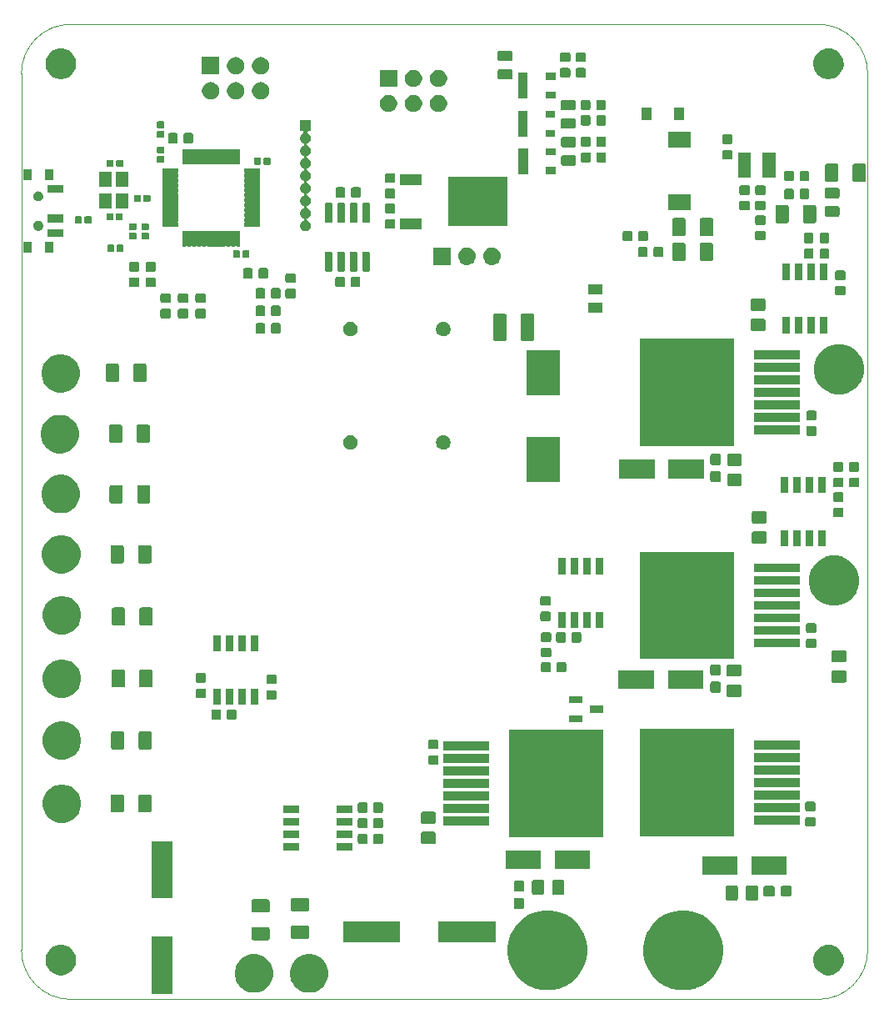
<source format=gbr>
G04 #@! TF.GenerationSoftware,KiCad,Pcbnew,(5.1.2)-2*
G04 #@! TF.CreationDate,2022-02-01T22:26:33+01:00*
G04 #@! TF.ProjectId,PDM,50444d2e-6b69-4636-9164-5f7063625858,rev?*
G04 #@! TF.SameCoordinates,Original*
G04 #@! TF.FileFunction,Soldermask,Top*
G04 #@! TF.FilePolarity,Negative*
%FSLAX46Y46*%
G04 Gerber Fmt 4.6, Leading zero omitted, Abs format (unit mm)*
G04 Created by KiCad (PCBNEW (5.1.2)-2) date 2022-02-01 22:26:33*
%MOMM*%
%LPD*%
G04 APERTURE LIST*
%ADD10C,0.050000*%
%ADD11C,0.100000*%
G04 APERTURE END LIST*
D10*
X74000000Y-80000000D02*
X74000000Y-118000000D01*
X79000000Y-123000000D02*
G75*
G02X74000000Y-118000000I0J5000000D01*
G01*
X160000000Y-118000000D02*
G75*
G02X155000000Y-123000000I-5000000J0D01*
G01*
X155000000Y-24000000D02*
G75*
G02X160000000Y-29000000I0J-5000000D01*
G01*
X74000000Y-29000000D02*
G75*
G02X79000000Y-24000000I5000000J0D01*
G01*
X155000000Y-123000000D02*
X79000000Y-123000000D01*
X160000000Y-29000000D02*
X160000000Y-118000000D01*
X79000000Y-24000000D02*
X155000000Y-24000000D01*
X74000000Y-80000000D02*
X74000000Y-29000000D01*
D11*
G36*
X89341000Y-122431000D02*
G01*
X87239000Y-122431000D01*
X87239000Y-116629000D01*
X89341000Y-116629000D01*
X89341000Y-122431000D01*
X89341000Y-122431000D01*
G37*
G36*
X103797845Y-118491095D02*
G01*
X104152903Y-118638165D01*
X104152905Y-118638166D01*
X104472450Y-118851679D01*
X104744201Y-119123430D01*
X104957714Y-119442975D01*
X104957715Y-119442977D01*
X105104785Y-119798035D01*
X105179760Y-120174962D01*
X105179760Y-120559278D01*
X105104785Y-120936205D01*
X105053779Y-121059344D01*
X104957714Y-121291265D01*
X104744201Y-121610810D01*
X104472450Y-121882561D01*
X104152905Y-122096074D01*
X104152904Y-122096075D01*
X104152903Y-122096075D01*
X103797845Y-122243145D01*
X103420918Y-122318120D01*
X103036602Y-122318120D01*
X102659675Y-122243145D01*
X102304617Y-122096075D01*
X102304616Y-122096075D01*
X102304615Y-122096074D01*
X101985070Y-121882561D01*
X101713319Y-121610810D01*
X101499806Y-121291265D01*
X101403741Y-121059344D01*
X101352735Y-120936205D01*
X101277760Y-120559278D01*
X101277760Y-120174962D01*
X101352735Y-119798035D01*
X101499805Y-119442977D01*
X101499806Y-119442975D01*
X101713319Y-119123430D01*
X101985070Y-118851679D01*
X102304615Y-118638166D01*
X102304617Y-118638165D01*
X102659675Y-118491095D01*
X103036602Y-118416120D01*
X103420918Y-118416120D01*
X103797845Y-118491095D01*
X103797845Y-118491095D01*
G37*
G36*
X98194605Y-118491095D02*
G01*
X98549663Y-118638165D01*
X98549665Y-118638166D01*
X98869210Y-118851679D01*
X99140961Y-119123430D01*
X99354474Y-119442975D01*
X99354475Y-119442977D01*
X99501545Y-119798035D01*
X99576520Y-120174962D01*
X99576520Y-120559278D01*
X99501545Y-120936205D01*
X99450539Y-121059344D01*
X99354474Y-121291265D01*
X99140961Y-121610810D01*
X98869210Y-121882561D01*
X98549665Y-122096074D01*
X98549664Y-122096075D01*
X98549663Y-122096075D01*
X98194605Y-122243145D01*
X97817678Y-122318120D01*
X97433362Y-122318120D01*
X97056435Y-122243145D01*
X96701377Y-122096075D01*
X96701376Y-122096075D01*
X96701375Y-122096074D01*
X96381830Y-121882561D01*
X96110079Y-121610810D01*
X95896566Y-121291265D01*
X95800501Y-121059344D01*
X95749495Y-120936205D01*
X95674520Y-120559278D01*
X95674520Y-120174962D01*
X95749495Y-119798035D01*
X95896565Y-119442977D01*
X95896566Y-119442975D01*
X96110079Y-119123430D01*
X96381830Y-118851679D01*
X96701375Y-118638166D01*
X96701377Y-118638165D01*
X97056435Y-118491095D01*
X97433362Y-118416120D01*
X97817678Y-118416120D01*
X98194605Y-118491095D01*
X98194605Y-118491095D01*
G37*
G36*
X142424332Y-114120237D02*
G01*
X142729705Y-114246727D01*
X143161568Y-114425610D01*
X143825062Y-114868943D01*
X144389317Y-115433198D01*
X144832650Y-116096692D01*
X144844786Y-116125992D01*
X145138023Y-116833928D01*
X145293700Y-117616570D01*
X145293700Y-118414550D01*
X145138023Y-119197192D01*
X145036216Y-119442975D01*
X144832650Y-119934428D01*
X144389317Y-120597922D01*
X143825062Y-121162177D01*
X143161568Y-121605510D01*
X142729705Y-121784393D01*
X142424332Y-121910883D01*
X141641690Y-122066560D01*
X140843710Y-122066560D01*
X140061068Y-121910883D01*
X139755695Y-121784393D01*
X139323832Y-121605510D01*
X138660338Y-121162177D01*
X138096083Y-120597922D01*
X137652750Y-119934428D01*
X137449184Y-119442975D01*
X137347377Y-119197192D01*
X137191700Y-118414550D01*
X137191700Y-117616570D01*
X137347377Y-116833928D01*
X137640614Y-116125992D01*
X137652750Y-116096692D01*
X138096083Y-115433198D01*
X138660338Y-114868943D01*
X139323832Y-114425610D01*
X139755695Y-114246727D01*
X140061068Y-114120237D01*
X140843710Y-113964560D01*
X141641690Y-113964560D01*
X142424332Y-114120237D01*
X142424332Y-114120237D01*
G37*
G36*
X128631632Y-114114677D02*
G01*
X128937005Y-114241167D01*
X129368868Y-114420050D01*
X130032362Y-114863383D01*
X130596617Y-115427638D01*
X131039950Y-116091132D01*
X131163612Y-116389680D01*
X131345323Y-116828368D01*
X131501000Y-117611010D01*
X131501000Y-118408990D01*
X131345323Y-119191632D01*
X131241213Y-119442975D01*
X131039950Y-119928868D01*
X130596617Y-120592362D01*
X130032362Y-121156617D01*
X129368868Y-121599950D01*
X128937005Y-121778833D01*
X128631632Y-121905323D01*
X127848990Y-122061000D01*
X127051010Y-122061000D01*
X126268368Y-121905323D01*
X125962995Y-121778833D01*
X125531132Y-121599950D01*
X124867638Y-121156617D01*
X124303383Y-120592362D01*
X123860050Y-119928868D01*
X123658787Y-119442975D01*
X123554677Y-119191632D01*
X123399000Y-118408990D01*
X123399000Y-117611010D01*
X123554677Y-116828368D01*
X123736388Y-116389680D01*
X123860050Y-116091132D01*
X124303383Y-115427638D01*
X124867638Y-114863383D01*
X125531132Y-114420050D01*
X125962995Y-114241167D01*
X126268368Y-114114677D01*
X127051010Y-113959000D01*
X127848990Y-113959000D01*
X128631632Y-114114677D01*
X128631632Y-114114677D01*
G37*
G36*
X78302585Y-117478802D02*
G01*
X78452410Y-117508604D01*
X78734674Y-117625521D01*
X78988705Y-117795259D01*
X79204741Y-118011295D01*
X79374479Y-118265326D01*
X79491396Y-118547590D01*
X79551000Y-118847240D01*
X79551000Y-119152760D01*
X79491396Y-119452410D01*
X79374479Y-119734674D01*
X79204741Y-119988705D01*
X78988705Y-120204741D01*
X78734674Y-120374479D01*
X78452410Y-120491396D01*
X78306235Y-120520472D01*
X78152761Y-120551000D01*
X77847239Y-120551000D01*
X77693765Y-120520472D01*
X77547590Y-120491396D01*
X77265326Y-120374479D01*
X77011295Y-120204741D01*
X76795259Y-119988705D01*
X76625521Y-119734674D01*
X76508604Y-119452410D01*
X76449000Y-119152760D01*
X76449000Y-118847240D01*
X76508604Y-118547590D01*
X76625521Y-118265326D01*
X76795259Y-118011295D01*
X77011295Y-117795259D01*
X77265326Y-117625521D01*
X77547590Y-117508604D01*
X77697415Y-117478802D01*
X77847239Y-117449000D01*
X78152761Y-117449000D01*
X78302585Y-117478802D01*
X78302585Y-117478802D01*
G37*
G36*
X156302585Y-117478802D02*
G01*
X156452410Y-117508604D01*
X156734674Y-117625521D01*
X156988705Y-117795259D01*
X157204741Y-118011295D01*
X157374479Y-118265326D01*
X157491396Y-118547590D01*
X157551000Y-118847240D01*
X157551000Y-119152760D01*
X157491396Y-119452410D01*
X157374479Y-119734674D01*
X157204741Y-119988705D01*
X156988705Y-120204741D01*
X156734674Y-120374479D01*
X156452410Y-120491396D01*
X156306235Y-120520472D01*
X156152761Y-120551000D01*
X155847239Y-120551000D01*
X155693765Y-120520472D01*
X155547590Y-120491396D01*
X155265326Y-120374479D01*
X155011295Y-120204741D01*
X154795259Y-119988705D01*
X154625521Y-119734674D01*
X154508604Y-119452410D01*
X154449000Y-119152760D01*
X154449000Y-118847240D01*
X154508604Y-118547590D01*
X154625521Y-118265326D01*
X154795259Y-118011295D01*
X155011295Y-117795259D01*
X155265326Y-117625521D01*
X155547590Y-117508604D01*
X155697415Y-117478802D01*
X155847239Y-117449000D01*
X156152761Y-117449000D01*
X156302585Y-117478802D01*
X156302585Y-117478802D01*
G37*
G36*
X122181000Y-117201000D02*
G01*
X116379000Y-117201000D01*
X116379000Y-115099000D01*
X122181000Y-115099000D01*
X122181000Y-117201000D01*
X122181000Y-117201000D01*
G37*
G36*
X112481000Y-117201000D02*
G01*
X106679000Y-117201000D01*
X106679000Y-115099000D01*
X112481000Y-115099000D01*
X112481000Y-117201000D01*
X112481000Y-117201000D01*
G37*
G36*
X99058604Y-115648347D02*
G01*
X99095144Y-115659432D01*
X99128821Y-115677433D01*
X99158341Y-115701659D01*
X99182567Y-115731179D01*
X99200568Y-115764856D01*
X99211653Y-115801396D01*
X99216000Y-115845538D01*
X99216000Y-116794462D01*
X99211653Y-116838604D01*
X99200568Y-116875144D01*
X99182567Y-116908821D01*
X99158341Y-116938341D01*
X99128821Y-116962567D01*
X99095144Y-116980568D01*
X99058604Y-116991653D01*
X99014462Y-116996000D01*
X97565538Y-116996000D01*
X97521396Y-116991653D01*
X97484856Y-116980568D01*
X97451179Y-116962567D01*
X97421659Y-116938341D01*
X97397433Y-116908821D01*
X97379432Y-116875144D01*
X97368347Y-116838604D01*
X97364000Y-116794462D01*
X97364000Y-115845538D01*
X97368347Y-115801396D01*
X97379432Y-115764856D01*
X97397433Y-115731179D01*
X97421659Y-115701659D01*
X97451179Y-115677433D01*
X97484856Y-115659432D01*
X97521396Y-115648347D01*
X97565538Y-115644000D01*
X99014462Y-115644000D01*
X99058604Y-115648347D01*
X99058604Y-115648347D01*
G37*
G36*
X103088604Y-115518347D02*
G01*
X103125144Y-115529432D01*
X103158821Y-115547433D01*
X103188341Y-115571659D01*
X103212567Y-115601179D01*
X103230568Y-115634856D01*
X103241653Y-115671396D01*
X103246000Y-115715538D01*
X103246000Y-116664462D01*
X103241653Y-116708604D01*
X103230568Y-116745144D01*
X103212567Y-116778821D01*
X103188341Y-116808341D01*
X103158821Y-116832567D01*
X103125144Y-116850568D01*
X103088604Y-116861653D01*
X103044462Y-116866000D01*
X101595538Y-116866000D01*
X101551396Y-116861653D01*
X101514856Y-116850568D01*
X101481179Y-116832567D01*
X101451659Y-116808341D01*
X101427433Y-116778821D01*
X101409432Y-116745144D01*
X101398347Y-116708604D01*
X101394000Y-116664462D01*
X101394000Y-115715538D01*
X101398347Y-115671396D01*
X101409432Y-115634856D01*
X101427433Y-115601179D01*
X101451659Y-115571659D01*
X101481179Y-115547433D01*
X101514856Y-115529432D01*
X101551396Y-115518347D01*
X101595538Y-115514000D01*
X103044462Y-115514000D01*
X103088604Y-115518347D01*
X103088604Y-115518347D01*
G37*
G36*
X99058604Y-112848347D02*
G01*
X99095144Y-112859432D01*
X99128821Y-112877433D01*
X99158341Y-112901659D01*
X99182567Y-112931179D01*
X99200568Y-112964856D01*
X99211653Y-113001396D01*
X99216000Y-113045538D01*
X99216000Y-113994462D01*
X99211653Y-114038604D01*
X99200568Y-114075144D01*
X99182567Y-114108821D01*
X99158341Y-114138341D01*
X99128821Y-114162567D01*
X99095144Y-114180568D01*
X99058604Y-114191653D01*
X99014462Y-114196000D01*
X97565538Y-114196000D01*
X97521396Y-114191653D01*
X97484856Y-114180568D01*
X97451179Y-114162567D01*
X97421659Y-114138341D01*
X97397433Y-114108821D01*
X97379432Y-114075144D01*
X97368347Y-114038604D01*
X97364000Y-113994462D01*
X97364000Y-113045538D01*
X97368347Y-113001396D01*
X97379432Y-112964856D01*
X97397433Y-112931179D01*
X97421659Y-112901659D01*
X97451179Y-112877433D01*
X97484856Y-112859432D01*
X97521396Y-112848347D01*
X97565538Y-112844000D01*
X99014462Y-112844000D01*
X99058604Y-112848347D01*
X99058604Y-112848347D01*
G37*
G36*
X103088604Y-112718347D02*
G01*
X103125144Y-112729432D01*
X103158821Y-112747433D01*
X103188341Y-112771659D01*
X103212567Y-112801179D01*
X103230568Y-112834856D01*
X103241653Y-112871396D01*
X103246000Y-112915538D01*
X103246000Y-113864462D01*
X103241653Y-113908604D01*
X103230568Y-113945144D01*
X103212567Y-113978821D01*
X103188341Y-114008341D01*
X103158821Y-114032567D01*
X103125144Y-114050568D01*
X103088604Y-114061653D01*
X103044462Y-114066000D01*
X101595538Y-114066000D01*
X101551396Y-114061653D01*
X101514856Y-114050568D01*
X101481179Y-114032567D01*
X101451659Y-114008341D01*
X101427433Y-113978821D01*
X101409432Y-113945144D01*
X101398347Y-113908604D01*
X101394000Y-113864462D01*
X101394000Y-112915538D01*
X101398347Y-112871396D01*
X101409432Y-112834856D01*
X101427433Y-112801179D01*
X101451659Y-112771659D01*
X101481179Y-112747433D01*
X101514856Y-112729432D01*
X101551396Y-112718347D01*
X101595538Y-112714000D01*
X103044462Y-112714000D01*
X103088604Y-112718347D01*
X103088604Y-112718347D01*
G37*
G36*
X124914499Y-112683445D02*
G01*
X124951995Y-112694820D01*
X124986554Y-112713292D01*
X125016847Y-112738153D01*
X125041708Y-112768446D01*
X125060180Y-112803005D01*
X125071555Y-112840501D01*
X125076000Y-112885638D01*
X125076000Y-113624362D01*
X125071555Y-113669499D01*
X125060180Y-113706995D01*
X125041708Y-113741554D01*
X125016847Y-113771847D01*
X124986554Y-113796708D01*
X124951995Y-113815180D01*
X124914499Y-113826555D01*
X124869362Y-113831000D01*
X124230638Y-113831000D01*
X124185501Y-113826555D01*
X124148005Y-113815180D01*
X124113446Y-113796708D01*
X124083153Y-113771847D01*
X124058292Y-113741554D01*
X124039820Y-113706995D01*
X124028445Y-113669499D01*
X124024000Y-113624362D01*
X124024000Y-112885638D01*
X124028445Y-112840501D01*
X124039820Y-112803005D01*
X124058292Y-112768446D01*
X124083153Y-112738153D01*
X124113446Y-112713292D01*
X124148005Y-112694820D01*
X124185501Y-112683445D01*
X124230638Y-112679000D01*
X124869362Y-112679000D01*
X124914499Y-112683445D01*
X124914499Y-112683445D01*
G37*
G36*
X146638674Y-111453465D02*
G01*
X146676367Y-111464899D01*
X146711103Y-111483466D01*
X146741548Y-111508452D01*
X146766534Y-111538897D01*
X146785101Y-111573633D01*
X146796535Y-111611326D01*
X146801000Y-111656661D01*
X146801000Y-112743339D01*
X146796535Y-112788674D01*
X146785101Y-112826367D01*
X146766534Y-112861103D01*
X146741548Y-112891548D01*
X146711103Y-112916534D01*
X146676367Y-112935101D01*
X146638674Y-112946535D01*
X146593339Y-112951000D01*
X145756661Y-112951000D01*
X145711326Y-112946535D01*
X145673633Y-112935101D01*
X145638897Y-112916534D01*
X145608452Y-112891548D01*
X145583466Y-112861103D01*
X145564899Y-112826367D01*
X145553465Y-112788674D01*
X145549000Y-112743339D01*
X145549000Y-111656661D01*
X145553465Y-111611326D01*
X145564899Y-111573633D01*
X145583466Y-111538897D01*
X145608452Y-111508452D01*
X145638897Y-111483466D01*
X145673633Y-111464899D01*
X145711326Y-111453465D01*
X145756661Y-111449000D01*
X146593339Y-111449000D01*
X146638674Y-111453465D01*
X146638674Y-111453465D01*
G37*
G36*
X148688674Y-111453465D02*
G01*
X148726367Y-111464899D01*
X148761103Y-111483466D01*
X148791548Y-111508452D01*
X148816534Y-111538897D01*
X148835101Y-111573633D01*
X148846535Y-111611326D01*
X148851000Y-111656661D01*
X148851000Y-112743339D01*
X148846535Y-112788674D01*
X148835101Y-112826367D01*
X148816534Y-112861103D01*
X148791548Y-112891548D01*
X148761103Y-112916534D01*
X148726367Y-112935101D01*
X148688674Y-112946535D01*
X148643339Y-112951000D01*
X147806661Y-112951000D01*
X147761326Y-112946535D01*
X147723633Y-112935101D01*
X147688897Y-112916534D01*
X147658452Y-112891548D01*
X147633466Y-112861103D01*
X147614899Y-112826367D01*
X147603465Y-112788674D01*
X147599000Y-112743339D01*
X147599000Y-111656661D01*
X147603465Y-111611326D01*
X147614899Y-111573633D01*
X147633466Y-111538897D01*
X147658452Y-111508452D01*
X147688897Y-111483466D01*
X147723633Y-111464899D01*
X147761326Y-111453465D01*
X147806661Y-111449000D01*
X148643339Y-111449000D01*
X148688674Y-111453465D01*
X148688674Y-111453465D01*
G37*
G36*
X89341000Y-112731000D02*
G01*
X87239000Y-112731000D01*
X87239000Y-106929000D01*
X89341000Y-106929000D01*
X89341000Y-112731000D01*
X89341000Y-112731000D01*
G37*
G36*
X150384779Y-111488285D02*
G01*
X150422275Y-111499660D01*
X150456834Y-111518132D01*
X150487127Y-111542993D01*
X150511988Y-111573286D01*
X150530460Y-111607845D01*
X150541835Y-111645341D01*
X150546280Y-111690478D01*
X150546280Y-112329202D01*
X150541835Y-112374339D01*
X150530460Y-112411835D01*
X150511988Y-112446394D01*
X150487127Y-112476687D01*
X150456834Y-112501548D01*
X150422275Y-112520020D01*
X150384779Y-112531395D01*
X150339642Y-112535840D01*
X149600918Y-112535840D01*
X149555781Y-112531395D01*
X149518285Y-112520020D01*
X149483726Y-112501548D01*
X149453433Y-112476687D01*
X149428572Y-112446394D01*
X149410100Y-112411835D01*
X149398725Y-112374339D01*
X149394280Y-112329202D01*
X149394280Y-111690478D01*
X149398725Y-111645341D01*
X149410100Y-111607845D01*
X149428572Y-111573286D01*
X149453433Y-111542993D01*
X149483726Y-111518132D01*
X149518285Y-111499660D01*
X149555781Y-111488285D01*
X149600918Y-111483840D01*
X150339642Y-111483840D01*
X150384779Y-111488285D01*
X150384779Y-111488285D01*
G37*
G36*
X152134779Y-111488285D02*
G01*
X152172275Y-111499660D01*
X152206834Y-111518132D01*
X152237127Y-111542993D01*
X152261988Y-111573286D01*
X152280460Y-111607845D01*
X152291835Y-111645341D01*
X152296280Y-111690478D01*
X152296280Y-112329202D01*
X152291835Y-112374339D01*
X152280460Y-112411835D01*
X152261988Y-112446394D01*
X152237127Y-112476687D01*
X152206834Y-112501548D01*
X152172275Y-112520020D01*
X152134779Y-112531395D01*
X152089642Y-112535840D01*
X151350918Y-112535840D01*
X151305781Y-112531395D01*
X151268285Y-112520020D01*
X151233726Y-112501548D01*
X151203433Y-112476687D01*
X151178572Y-112446394D01*
X151160100Y-112411835D01*
X151148725Y-112374339D01*
X151144280Y-112329202D01*
X151144280Y-111690478D01*
X151148725Y-111645341D01*
X151160100Y-111607845D01*
X151178572Y-111573286D01*
X151203433Y-111542993D01*
X151233726Y-111518132D01*
X151268285Y-111499660D01*
X151305781Y-111488285D01*
X151350918Y-111483840D01*
X152089642Y-111483840D01*
X152134779Y-111488285D01*
X152134779Y-111488285D01*
G37*
G36*
X129008674Y-110873465D02*
G01*
X129046367Y-110884899D01*
X129081103Y-110903466D01*
X129111548Y-110928452D01*
X129136534Y-110958897D01*
X129155101Y-110993633D01*
X129166535Y-111031326D01*
X129171000Y-111076661D01*
X129171000Y-112163339D01*
X129166535Y-112208674D01*
X129155101Y-112246367D01*
X129136534Y-112281103D01*
X129111548Y-112311548D01*
X129081103Y-112336534D01*
X129046367Y-112355101D01*
X129008674Y-112366535D01*
X128963339Y-112371000D01*
X128126661Y-112371000D01*
X128081326Y-112366535D01*
X128043633Y-112355101D01*
X128008897Y-112336534D01*
X127978452Y-112311548D01*
X127953466Y-112281103D01*
X127934899Y-112246367D01*
X127923465Y-112208674D01*
X127919000Y-112163339D01*
X127919000Y-111076661D01*
X127923465Y-111031326D01*
X127934899Y-110993633D01*
X127953466Y-110958897D01*
X127978452Y-110928452D01*
X128008897Y-110903466D01*
X128043633Y-110884899D01*
X128081326Y-110873465D01*
X128126661Y-110869000D01*
X128963339Y-110869000D01*
X129008674Y-110873465D01*
X129008674Y-110873465D01*
G37*
G36*
X126958674Y-110873465D02*
G01*
X126996367Y-110884899D01*
X127031103Y-110903466D01*
X127061548Y-110928452D01*
X127086534Y-110958897D01*
X127105101Y-110993633D01*
X127116535Y-111031326D01*
X127121000Y-111076661D01*
X127121000Y-112163339D01*
X127116535Y-112208674D01*
X127105101Y-112246367D01*
X127086534Y-112281103D01*
X127061548Y-112311548D01*
X127031103Y-112336534D01*
X126996367Y-112355101D01*
X126958674Y-112366535D01*
X126913339Y-112371000D01*
X126076661Y-112371000D01*
X126031326Y-112366535D01*
X125993633Y-112355101D01*
X125958897Y-112336534D01*
X125928452Y-112311548D01*
X125903466Y-112281103D01*
X125884899Y-112246367D01*
X125873465Y-112208674D01*
X125869000Y-112163339D01*
X125869000Y-111076661D01*
X125873465Y-111031326D01*
X125884899Y-110993633D01*
X125903466Y-110958897D01*
X125928452Y-110928452D01*
X125958897Y-110903466D01*
X125993633Y-110884899D01*
X126031326Y-110873465D01*
X126076661Y-110869000D01*
X126913339Y-110869000D01*
X126958674Y-110873465D01*
X126958674Y-110873465D01*
G37*
G36*
X124914499Y-110933445D02*
G01*
X124951995Y-110944820D01*
X124986554Y-110963292D01*
X125016847Y-110988153D01*
X125041708Y-111018446D01*
X125060180Y-111053005D01*
X125071555Y-111090501D01*
X125076000Y-111135638D01*
X125076000Y-111874362D01*
X125071555Y-111919499D01*
X125060180Y-111956995D01*
X125041708Y-111991554D01*
X125016847Y-112021847D01*
X124986554Y-112046708D01*
X124951995Y-112065180D01*
X124914499Y-112076555D01*
X124869362Y-112081000D01*
X124230638Y-112081000D01*
X124185501Y-112076555D01*
X124148005Y-112065180D01*
X124113446Y-112046708D01*
X124083153Y-112021847D01*
X124058292Y-111991554D01*
X124039820Y-111956995D01*
X124028445Y-111919499D01*
X124024000Y-111874362D01*
X124024000Y-111135638D01*
X124028445Y-111090501D01*
X124039820Y-111053005D01*
X124058292Y-111018446D01*
X124083153Y-110988153D01*
X124113446Y-110963292D01*
X124148005Y-110944820D01*
X124185501Y-110933445D01*
X124230638Y-110929000D01*
X124869362Y-110929000D01*
X124914499Y-110933445D01*
X124914499Y-110933445D01*
G37*
G36*
X151781000Y-110351000D02*
G01*
X148179000Y-110351000D01*
X148179000Y-108449000D01*
X151781000Y-108449000D01*
X151781000Y-110351000D01*
X151781000Y-110351000D01*
G37*
G36*
X146781000Y-110351000D02*
G01*
X143179000Y-110351000D01*
X143179000Y-108449000D01*
X146781000Y-108449000D01*
X146781000Y-110351000D01*
X146781000Y-110351000D01*
G37*
G36*
X131791000Y-109751000D02*
G01*
X128189000Y-109751000D01*
X128189000Y-107849000D01*
X131791000Y-107849000D01*
X131791000Y-109751000D01*
X131791000Y-109751000D01*
G37*
G36*
X126791000Y-109751000D02*
G01*
X123189000Y-109751000D01*
X123189000Y-107849000D01*
X126791000Y-107849000D01*
X126791000Y-109751000D01*
X126791000Y-109751000D01*
G37*
G36*
X107643160Y-107858440D02*
G01*
X106016160Y-107858440D01*
X106016160Y-107106440D01*
X107643160Y-107106440D01*
X107643160Y-107858440D01*
X107643160Y-107858440D01*
G37*
G36*
X102219160Y-107858440D02*
G01*
X100592160Y-107858440D01*
X100592160Y-107106440D01*
X102219160Y-107106440D01*
X102219160Y-107858440D01*
X102219160Y-107858440D01*
G37*
G36*
X115935154Y-105986185D02*
G01*
X115972847Y-105997619D01*
X116007583Y-106016186D01*
X116038028Y-106041172D01*
X116063014Y-106071617D01*
X116081581Y-106106353D01*
X116093015Y-106144046D01*
X116097480Y-106189381D01*
X116097480Y-107026059D01*
X116093015Y-107071394D01*
X116081581Y-107109087D01*
X116063014Y-107143823D01*
X116038028Y-107174268D01*
X116007583Y-107199254D01*
X115972847Y-107217821D01*
X115935154Y-107229255D01*
X115889819Y-107233720D01*
X114803141Y-107233720D01*
X114757806Y-107229255D01*
X114720113Y-107217821D01*
X114685377Y-107199254D01*
X114654932Y-107174268D01*
X114629946Y-107143823D01*
X114611379Y-107109087D01*
X114599945Y-107071394D01*
X114595480Y-107026059D01*
X114595480Y-106189381D01*
X114599945Y-106144046D01*
X114611379Y-106106353D01*
X114629946Y-106071617D01*
X114654932Y-106041172D01*
X114685377Y-106016186D01*
X114720113Y-105997619D01*
X114757806Y-105986185D01*
X114803141Y-105981720D01*
X115889819Y-105981720D01*
X115935154Y-105986185D01*
X115935154Y-105986185D01*
G37*
G36*
X110589591Y-106178085D02*
G01*
X110623569Y-106188393D01*
X110654890Y-106205134D01*
X110682339Y-106227661D01*
X110704866Y-106255110D01*
X110721607Y-106286431D01*
X110731915Y-106320409D01*
X110736000Y-106361890D01*
X110736000Y-107038110D01*
X110731915Y-107079591D01*
X110721607Y-107113569D01*
X110704866Y-107144890D01*
X110682339Y-107172339D01*
X110654890Y-107194866D01*
X110623569Y-107211607D01*
X110589591Y-107221915D01*
X110548110Y-107226000D01*
X109946890Y-107226000D01*
X109905409Y-107221915D01*
X109871431Y-107211607D01*
X109840110Y-107194866D01*
X109812661Y-107172339D01*
X109790134Y-107144890D01*
X109773393Y-107113569D01*
X109763085Y-107079591D01*
X109759000Y-107038110D01*
X109759000Y-106361890D01*
X109763085Y-106320409D01*
X109773393Y-106286431D01*
X109790134Y-106255110D01*
X109812661Y-106227661D01*
X109840110Y-106205134D01*
X109871431Y-106188393D01*
X109905409Y-106178085D01*
X109946890Y-106174000D01*
X110548110Y-106174000D01*
X110589591Y-106178085D01*
X110589591Y-106178085D01*
G37*
G36*
X109014591Y-106178085D02*
G01*
X109048569Y-106188393D01*
X109079890Y-106205134D01*
X109107339Y-106227661D01*
X109129866Y-106255110D01*
X109146607Y-106286431D01*
X109156915Y-106320409D01*
X109161000Y-106361890D01*
X109161000Y-107038110D01*
X109156915Y-107079591D01*
X109146607Y-107113569D01*
X109129866Y-107144890D01*
X109107339Y-107172339D01*
X109079890Y-107194866D01*
X109048569Y-107211607D01*
X109014591Y-107221915D01*
X108973110Y-107226000D01*
X108371890Y-107226000D01*
X108330409Y-107221915D01*
X108296431Y-107211607D01*
X108265110Y-107194866D01*
X108237661Y-107172339D01*
X108215134Y-107144890D01*
X108198393Y-107113569D01*
X108188085Y-107079591D01*
X108184000Y-107038110D01*
X108184000Y-106361890D01*
X108188085Y-106320409D01*
X108198393Y-106286431D01*
X108215134Y-106255110D01*
X108237661Y-106227661D01*
X108265110Y-106205134D01*
X108296431Y-106188393D01*
X108330409Y-106178085D01*
X108371890Y-106174000D01*
X108973110Y-106174000D01*
X109014591Y-106178085D01*
X109014591Y-106178085D01*
G37*
G36*
X107643160Y-106588440D02*
G01*
X106016160Y-106588440D01*
X106016160Y-105836440D01*
X107643160Y-105836440D01*
X107643160Y-106588440D01*
X107643160Y-106588440D01*
G37*
G36*
X102219160Y-106588440D02*
G01*
X100592160Y-106588440D01*
X100592160Y-105836440D01*
X102219160Y-105836440D01*
X102219160Y-106588440D01*
X102219160Y-106588440D01*
G37*
G36*
X133094000Y-106543000D02*
G01*
X123592000Y-106543000D01*
X123592000Y-95641000D01*
X133094000Y-95641000D01*
X133094000Y-106543000D01*
X133094000Y-106543000D01*
G37*
G36*
X146376000Y-106451000D02*
G01*
X136874000Y-106451000D01*
X136874000Y-95549000D01*
X146376000Y-95549000D01*
X146376000Y-106451000D01*
X146376000Y-106451000D01*
G37*
G36*
X110591411Y-104583085D02*
G01*
X110625389Y-104593393D01*
X110656710Y-104610134D01*
X110684159Y-104632661D01*
X110706686Y-104660110D01*
X110723427Y-104691431D01*
X110733735Y-104725409D01*
X110737820Y-104766890D01*
X110737820Y-105443110D01*
X110733735Y-105484591D01*
X110723427Y-105518569D01*
X110706686Y-105549890D01*
X110684159Y-105577339D01*
X110656710Y-105599866D01*
X110625389Y-105616607D01*
X110591411Y-105626915D01*
X110549930Y-105631000D01*
X109948710Y-105631000D01*
X109907229Y-105626915D01*
X109873251Y-105616607D01*
X109841930Y-105599866D01*
X109814481Y-105577339D01*
X109791954Y-105549890D01*
X109775213Y-105518569D01*
X109764905Y-105484591D01*
X109760820Y-105443110D01*
X109760820Y-104766890D01*
X109764905Y-104725409D01*
X109775213Y-104691431D01*
X109791954Y-104660110D01*
X109814481Y-104632661D01*
X109841930Y-104610134D01*
X109873251Y-104593393D01*
X109907229Y-104583085D01*
X109948710Y-104579000D01*
X110549930Y-104579000D01*
X110591411Y-104583085D01*
X110591411Y-104583085D01*
G37*
G36*
X109016411Y-104583085D02*
G01*
X109050389Y-104593393D01*
X109081710Y-104610134D01*
X109109159Y-104632661D01*
X109131686Y-104660110D01*
X109148427Y-104691431D01*
X109158735Y-104725409D01*
X109162820Y-104766890D01*
X109162820Y-105443110D01*
X109158735Y-105484591D01*
X109148427Y-105518569D01*
X109131686Y-105549890D01*
X109109159Y-105577339D01*
X109081710Y-105599866D01*
X109050389Y-105616607D01*
X109016411Y-105626915D01*
X108974930Y-105631000D01*
X108373710Y-105631000D01*
X108332229Y-105626915D01*
X108298251Y-105616607D01*
X108266930Y-105599866D01*
X108239481Y-105577339D01*
X108216954Y-105549890D01*
X108200213Y-105518569D01*
X108189905Y-105484591D01*
X108185820Y-105443110D01*
X108185820Y-104766890D01*
X108189905Y-104725409D01*
X108200213Y-104691431D01*
X108216954Y-104660110D01*
X108239481Y-104632661D01*
X108266930Y-104610134D01*
X108298251Y-104593393D01*
X108332229Y-104583085D01*
X108373710Y-104579000D01*
X108974930Y-104579000D01*
X109016411Y-104583085D01*
X109016411Y-104583085D01*
G37*
G36*
X154544891Y-104493885D02*
G01*
X154578869Y-104504193D01*
X154610190Y-104520934D01*
X154637639Y-104543461D01*
X154660166Y-104570910D01*
X154676907Y-104602231D01*
X154687215Y-104636209D01*
X154691300Y-104677690D01*
X154691300Y-105278910D01*
X154687215Y-105320391D01*
X154676907Y-105354369D01*
X154660166Y-105385690D01*
X154637639Y-105413139D01*
X154610190Y-105435666D01*
X154578869Y-105452407D01*
X154544891Y-105462715D01*
X154503410Y-105466800D01*
X153827190Y-105466800D01*
X153785709Y-105462715D01*
X153751731Y-105452407D01*
X153720410Y-105435666D01*
X153692961Y-105413139D01*
X153670434Y-105385690D01*
X153653693Y-105354369D01*
X153643385Y-105320391D01*
X153639300Y-105278910D01*
X153639300Y-104677690D01*
X153643385Y-104636209D01*
X153653693Y-104602231D01*
X153670434Y-104570910D01*
X153692961Y-104543461D01*
X153720410Y-104520934D01*
X153751731Y-104504193D01*
X153785709Y-104493885D01*
X153827190Y-104489800D01*
X154503410Y-104489800D01*
X154544891Y-104493885D01*
X154544891Y-104493885D01*
G37*
G36*
X121544000Y-105353000D02*
G01*
X116842000Y-105353000D01*
X116842000Y-104451000D01*
X121544000Y-104451000D01*
X121544000Y-105353000D01*
X121544000Y-105353000D01*
G37*
G36*
X107643160Y-105318440D02*
G01*
X106016160Y-105318440D01*
X106016160Y-104566440D01*
X107643160Y-104566440D01*
X107643160Y-105318440D01*
X107643160Y-105318440D01*
G37*
G36*
X102219160Y-105318440D02*
G01*
X100592160Y-105318440D01*
X100592160Y-104566440D01*
X102219160Y-104566440D01*
X102219160Y-105318440D01*
X102219160Y-105318440D01*
G37*
G36*
X153126000Y-105261000D02*
G01*
X148424000Y-105261000D01*
X148424000Y-104359000D01*
X153126000Y-104359000D01*
X153126000Y-105261000D01*
X153126000Y-105261000D01*
G37*
G36*
X115935154Y-103936185D02*
G01*
X115972847Y-103947619D01*
X116007583Y-103966186D01*
X116038028Y-103991172D01*
X116063014Y-104021617D01*
X116081581Y-104056353D01*
X116093015Y-104094046D01*
X116097480Y-104139381D01*
X116097480Y-104976059D01*
X116093015Y-105021394D01*
X116081581Y-105059087D01*
X116063014Y-105093823D01*
X116038028Y-105124268D01*
X116007583Y-105149254D01*
X115972847Y-105167821D01*
X115935154Y-105179255D01*
X115889819Y-105183720D01*
X114803141Y-105183720D01*
X114757806Y-105179255D01*
X114720113Y-105167821D01*
X114685377Y-105149254D01*
X114654932Y-105124268D01*
X114629946Y-105093823D01*
X114611379Y-105059087D01*
X114599945Y-105021394D01*
X114595480Y-104976059D01*
X114595480Y-104139381D01*
X114599945Y-104094046D01*
X114611379Y-104056353D01*
X114629946Y-104021617D01*
X114654932Y-103991172D01*
X114685377Y-103966186D01*
X114720113Y-103947619D01*
X114757806Y-103936185D01*
X114803141Y-103931720D01*
X115889819Y-103931720D01*
X115935154Y-103936185D01*
X115935154Y-103936185D01*
G37*
G36*
X78674285Y-101250735D02*
G01*
X79029343Y-101397805D01*
X79029345Y-101397806D01*
X79348890Y-101611319D01*
X79620641Y-101883070D01*
X79834154Y-102202615D01*
X79834155Y-102202617D01*
X79981225Y-102557675D01*
X80056200Y-102934602D01*
X80056200Y-103318918D01*
X79981225Y-103695845D01*
X79839662Y-104037608D01*
X79834154Y-104050905D01*
X79620641Y-104370450D01*
X79348890Y-104642201D01*
X79029345Y-104855714D01*
X79029344Y-104855715D01*
X79029343Y-104855715D01*
X78674285Y-105002785D01*
X78297358Y-105077760D01*
X77913042Y-105077760D01*
X77536115Y-105002785D01*
X77181057Y-104855715D01*
X77181056Y-104855715D01*
X77181055Y-104855714D01*
X76861510Y-104642201D01*
X76589759Y-104370450D01*
X76376246Y-104050905D01*
X76370738Y-104037608D01*
X76229175Y-103695845D01*
X76154200Y-103318918D01*
X76154200Y-102934602D01*
X76229175Y-102557675D01*
X76376245Y-102202617D01*
X76376246Y-102202615D01*
X76589759Y-101883070D01*
X76861510Y-101611319D01*
X77181055Y-101397806D01*
X77181057Y-101397805D01*
X77536115Y-101250735D01*
X77913042Y-101175760D01*
X78297358Y-101175760D01*
X78674285Y-101250735D01*
X78674285Y-101250735D01*
G37*
G36*
X121544000Y-104083000D02*
G01*
X116842000Y-104083000D01*
X116842000Y-103181000D01*
X121544000Y-103181000D01*
X121544000Y-104083000D01*
X121544000Y-104083000D01*
G37*
G36*
X109016411Y-103008285D02*
G01*
X109050389Y-103018593D01*
X109081710Y-103035334D01*
X109109159Y-103057861D01*
X109131686Y-103085310D01*
X109148427Y-103116631D01*
X109158735Y-103150609D01*
X109162820Y-103192090D01*
X109162820Y-103868310D01*
X109158735Y-103909791D01*
X109148427Y-103943769D01*
X109131686Y-103975090D01*
X109109159Y-104002539D01*
X109081710Y-104025066D01*
X109050389Y-104041807D01*
X109016411Y-104052115D01*
X108974930Y-104056200D01*
X108373710Y-104056200D01*
X108332229Y-104052115D01*
X108298251Y-104041807D01*
X108266930Y-104025066D01*
X108239481Y-104002539D01*
X108216954Y-103975090D01*
X108200213Y-103943769D01*
X108189905Y-103909791D01*
X108185820Y-103868310D01*
X108185820Y-103192090D01*
X108189905Y-103150609D01*
X108200213Y-103116631D01*
X108216954Y-103085310D01*
X108239481Y-103057861D01*
X108266930Y-103035334D01*
X108298251Y-103018593D01*
X108332229Y-103008285D01*
X108373710Y-103004200D01*
X108974930Y-103004200D01*
X109016411Y-103008285D01*
X109016411Y-103008285D01*
G37*
G36*
X110591411Y-103008285D02*
G01*
X110625389Y-103018593D01*
X110656710Y-103035334D01*
X110684159Y-103057861D01*
X110706686Y-103085310D01*
X110723427Y-103116631D01*
X110733735Y-103150609D01*
X110737820Y-103192090D01*
X110737820Y-103868310D01*
X110733735Y-103909791D01*
X110723427Y-103943769D01*
X110706686Y-103975090D01*
X110684159Y-104002539D01*
X110656710Y-104025066D01*
X110625389Y-104041807D01*
X110591411Y-104052115D01*
X110549930Y-104056200D01*
X109948710Y-104056200D01*
X109907229Y-104052115D01*
X109873251Y-104041807D01*
X109841930Y-104025066D01*
X109814481Y-104002539D01*
X109791954Y-103975090D01*
X109775213Y-103943769D01*
X109764905Y-103909791D01*
X109760820Y-103868310D01*
X109760820Y-103192090D01*
X109764905Y-103150609D01*
X109775213Y-103116631D01*
X109791954Y-103085310D01*
X109814481Y-103057861D01*
X109841930Y-103035334D01*
X109873251Y-103018593D01*
X109907229Y-103008285D01*
X109948710Y-103004200D01*
X110549930Y-103004200D01*
X110591411Y-103008285D01*
X110591411Y-103008285D01*
G37*
G36*
X102219160Y-104048440D02*
G01*
X100592160Y-104048440D01*
X100592160Y-103296440D01*
X102219160Y-103296440D01*
X102219160Y-104048440D01*
X102219160Y-104048440D01*
G37*
G36*
X107643160Y-104048440D02*
G01*
X106016160Y-104048440D01*
X106016160Y-103296440D01*
X107643160Y-103296440D01*
X107643160Y-104048440D01*
X107643160Y-104048440D01*
G37*
G36*
X84259404Y-102187107D02*
G01*
X84295944Y-102198192D01*
X84329621Y-102216193D01*
X84359141Y-102240419D01*
X84383367Y-102269939D01*
X84401368Y-102303616D01*
X84412453Y-102340156D01*
X84416800Y-102384298D01*
X84416800Y-103833222D01*
X84412453Y-103877364D01*
X84401368Y-103913904D01*
X84383367Y-103947581D01*
X84359141Y-103977101D01*
X84329621Y-104001327D01*
X84295944Y-104019328D01*
X84259404Y-104030413D01*
X84215262Y-104034760D01*
X83266338Y-104034760D01*
X83222196Y-104030413D01*
X83185656Y-104019328D01*
X83151979Y-104001327D01*
X83122459Y-103977101D01*
X83098233Y-103947581D01*
X83080232Y-103913904D01*
X83069147Y-103877364D01*
X83064800Y-103833222D01*
X83064800Y-102384298D01*
X83069147Y-102340156D01*
X83080232Y-102303616D01*
X83098233Y-102269939D01*
X83122459Y-102240419D01*
X83151979Y-102216193D01*
X83185656Y-102198192D01*
X83222196Y-102187107D01*
X83266338Y-102182760D01*
X84215262Y-102182760D01*
X84259404Y-102187107D01*
X84259404Y-102187107D01*
G37*
G36*
X87059404Y-102187107D02*
G01*
X87095944Y-102198192D01*
X87129621Y-102216193D01*
X87159141Y-102240419D01*
X87183367Y-102269939D01*
X87201368Y-102303616D01*
X87212453Y-102340156D01*
X87216800Y-102384298D01*
X87216800Y-103833222D01*
X87212453Y-103877364D01*
X87201368Y-103913904D01*
X87183367Y-103947581D01*
X87159141Y-103977101D01*
X87129621Y-104001327D01*
X87095944Y-104019328D01*
X87059404Y-104030413D01*
X87015262Y-104034760D01*
X86066338Y-104034760D01*
X86022196Y-104030413D01*
X85985656Y-104019328D01*
X85951979Y-104001327D01*
X85922459Y-103977101D01*
X85898233Y-103947581D01*
X85880232Y-103913904D01*
X85869147Y-103877364D01*
X85864800Y-103833222D01*
X85864800Y-102384298D01*
X85869147Y-102340156D01*
X85880232Y-102303616D01*
X85898233Y-102269939D01*
X85922459Y-102240419D01*
X85951979Y-102216193D01*
X85985656Y-102198192D01*
X86022196Y-102187107D01*
X86066338Y-102182760D01*
X87015262Y-102182760D01*
X87059404Y-102187107D01*
X87059404Y-102187107D01*
G37*
G36*
X153126000Y-103991000D02*
G01*
X148424000Y-103991000D01*
X148424000Y-103089000D01*
X153126000Y-103089000D01*
X153126000Y-103991000D01*
X153126000Y-103991000D01*
G37*
G36*
X154544891Y-102918885D02*
G01*
X154578869Y-102929193D01*
X154610190Y-102945934D01*
X154637639Y-102968461D01*
X154660166Y-102995910D01*
X154676907Y-103027231D01*
X154687215Y-103061209D01*
X154691300Y-103102690D01*
X154691300Y-103703910D01*
X154687215Y-103745391D01*
X154676907Y-103779369D01*
X154660166Y-103810690D01*
X154637639Y-103838139D01*
X154610190Y-103860666D01*
X154578869Y-103877407D01*
X154544891Y-103887715D01*
X154503410Y-103891800D01*
X153827190Y-103891800D01*
X153785709Y-103887715D01*
X153751731Y-103877407D01*
X153720410Y-103860666D01*
X153692961Y-103838139D01*
X153670434Y-103810690D01*
X153653693Y-103779369D01*
X153643385Y-103745391D01*
X153639300Y-103703910D01*
X153639300Y-103102690D01*
X153643385Y-103061209D01*
X153653693Y-103027231D01*
X153670434Y-102995910D01*
X153692961Y-102968461D01*
X153720410Y-102945934D01*
X153751731Y-102929193D01*
X153785709Y-102918885D01*
X153827190Y-102914800D01*
X154503410Y-102914800D01*
X154544891Y-102918885D01*
X154544891Y-102918885D01*
G37*
G36*
X121544000Y-102813000D02*
G01*
X116842000Y-102813000D01*
X116842000Y-101911000D01*
X121544000Y-101911000D01*
X121544000Y-102813000D01*
X121544000Y-102813000D01*
G37*
G36*
X153126000Y-102721000D02*
G01*
X148424000Y-102721000D01*
X148424000Y-101819000D01*
X153126000Y-101819000D01*
X153126000Y-102721000D01*
X153126000Y-102721000D01*
G37*
G36*
X121544000Y-101543000D02*
G01*
X116842000Y-101543000D01*
X116842000Y-100641000D01*
X121544000Y-100641000D01*
X121544000Y-101543000D01*
X121544000Y-101543000D01*
G37*
G36*
X153126000Y-101451000D02*
G01*
X148424000Y-101451000D01*
X148424000Y-100549000D01*
X153126000Y-100549000D01*
X153126000Y-101451000D01*
X153126000Y-101451000D01*
G37*
G36*
X121544000Y-100273000D02*
G01*
X116842000Y-100273000D01*
X116842000Y-99371000D01*
X121544000Y-99371000D01*
X121544000Y-100273000D01*
X121544000Y-100273000D01*
G37*
G36*
X153126000Y-100181000D02*
G01*
X148424000Y-100181000D01*
X148424000Y-99279000D01*
X153126000Y-99279000D01*
X153126000Y-100181000D01*
X153126000Y-100181000D01*
G37*
G36*
X116239151Y-98204845D02*
G01*
X116273129Y-98215153D01*
X116304450Y-98231894D01*
X116331899Y-98254421D01*
X116354426Y-98281870D01*
X116371167Y-98313191D01*
X116381475Y-98347169D01*
X116385560Y-98388650D01*
X116385560Y-98989870D01*
X116381475Y-99031351D01*
X116371167Y-99065329D01*
X116354426Y-99096650D01*
X116331899Y-99124099D01*
X116304450Y-99146626D01*
X116273129Y-99163367D01*
X116239151Y-99173675D01*
X116197670Y-99177760D01*
X115521450Y-99177760D01*
X115479969Y-99173675D01*
X115445991Y-99163367D01*
X115414670Y-99146626D01*
X115387221Y-99124099D01*
X115364694Y-99096650D01*
X115347953Y-99065329D01*
X115337645Y-99031351D01*
X115333560Y-98989870D01*
X115333560Y-98388650D01*
X115337645Y-98347169D01*
X115347953Y-98313191D01*
X115364694Y-98281870D01*
X115387221Y-98254421D01*
X115414670Y-98231894D01*
X115445991Y-98215153D01*
X115479969Y-98204845D01*
X115521450Y-98200760D01*
X116197670Y-98200760D01*
X116239151Y-98204845D01*
X116239151Y-98204845D01*
G37*
G36*
X121544000Y-99003000D02*
G01*
X116842000Y-99003000D01*
X116842000Y-98101000D01*
X121544000Y-98101000D01*
X121544000Y-99003000D01*
X121544000Y-99003000D01*
G37*
G36*
X153126000Y-98911000D02*
G01*
X148424000Y-98911000D01*
X148424000Y-98009000D01*
X153126000Y-98009000D01*
X153126000Y-98911000D01*
X153126000Y-98911000D01*
G37*
G36*
X78674285Y-94840735D02*
G01*
X79029343Y-94987805D01*
X79029345Y-94987806D01*
X79348890Y-95201319D01*
X79620641Y-95473070D01*
X79829939Y-95786307D01*
X79834155Y-95792617D01*
X79981225Y-96147675D01*
X80056200Y-96524602D01*
X80056200Y-96908918D01*
X79981225Y-97285845D01*
X79843423Y-97618528D01*
X79834154Y-97640905D01*
X79620641Y-97960450D01*
X79348890Y-98232201D01*
X79029345Y-98445714D01*
X79029344Y-98445715D01*
X79029343Y-98445715D01*
X78674285Y-98592785D01*
X78297358Y-98667760D01*
X77913042Y-98667760D01*
X77536115Y-98592785D01*
X77181057Y-98445715D01*
X77181056Y-98445715D01*
X77181055Y-98445714D01*
X76861510Y-98232201D01*
X76589759Y-97960450D01*
X76376246Y-97640905D01*
X76366977Y-97618528D01*
X76229175Y-97285845D01*
X76154200Y-96908918D01*
X76154200Y-96524602D01*
X76229175Y-96147675D01*
X76376245Y-95792617D01*
X76380461Y-95786307D01*
X76589759Y-95473070D01*
X76861510Y-95201319D01*
X77181055Y-94987806D01*
X77181057Y-94987805D01*
X77536115Y-94840735D01*
X77913042Y-94765760D01*
X78297358Y-94765760D01*
X78674285Y-94840735D01*
X78674285Y-94840735D01*
G37*
G36*
X121544000Y-97733000D02*
G01*
X116842000Y-97733000D01*
X116842000Y-96831000D01*
X121544000Y-96831000D01*
X121544000Y-97733000D01*
X121544000Y-97733000D01*
G37*
G36*
X153126000Y-97641000D02*
G01*
X148424000Y-97641000D01*
X148424000Y-96739000D01*
X153126000Y-96739000D01*
X153126000Y-97641000D01*
X153126000Y-97641000D01*
G37*
G36*
X87110204Y-95786307D02*
G01*
X87146744Y-95797392D01*
X87180421Y-95815393D01*
X87209941Y-95839619D01*
X87234167Y-95869139D01*
X87252168Y-95902816D01*
X87263253Y-95939356D01*
X87267600Y-95983498D01*
X87267600Y-97432422D01*
X87263253Y-97476564D01*
X87252168Y-97513104D01*
X87234167Y-97546781D01*
X87209941Y-97576301D01*
X87180421Y-97600527D01*
X87146744Y-97618528D01*
X87110204Y-97629613D01*
X87066062Y-97633960D01*
X86117138Y-97633960D01*
X86072996Y-97629613D01*
X86036456Y-97618528D01*
X86002779Y-97600527D01*
X85973259Y-97576301D01*
X85949033Y-97546781D01*
X85931032Y-97513104D01*
X85919947Y-97476564D01*
X85915600Y-97432422D01*
X85915600Y-95983498D01*
X85919947Y-95939356D01*
X85931032Y-95902816D01*
X85949033Y-95869139D01*
X85973259Y-95839619D01*
X86002779Y-95815393D01*
X86036456Y-95797392D01*
X86072996Y-95786307D01*
X86117138Y-95781960D01*
X87066062Y-95781960D01*
X87110204Y-95786307D01*
X87110204Y-95786307D01*
G37*
G36*
X84310204Y-95786307D02*
G01*
X84346744Y-95797392D01*
X84380421Y-95815393D01*
X84409941Y-95839619D01*
X84434167Y-95869139D01*
X84452168Y-95902816D01*
X84463253Y-95939356D01*
X84467600Y-95983498D01*
X84467600Y-97432422D01*
X84463253Y-97476564D01*
X84452168Y-97513104D01*
X84434167Y-97546781D01*
X84409941Y-97576301D01*
X84380421Y-97600527D01*
X84346744Y-97618528D01*
X84310204Y-97629613D01*
X84266062Y-97633960D01*
X83317138Y-97633960D01*
X83272996Y-97629613D01*
X83236456Y-97618528D01*
X83202779Y-97600527D01*
X83173259Y-97576301D01*
X83149033Y-97546781D01*
X83131032Y-97513104D01*
X83119947Y-97476564D01*
X83115600Y-97432422D01*
X83115600Y-95983498D01*
X83119947Y-95939356D01*
X83131032Y-95902816D01*
X83149033Y-95869139D01*
X83173259Y-95839619D01*
X83202779Y-95815393D01*
X83236456Y-95797392D01*
X83272996Y-95786307D01*
X83317138Y-95781960D01*
X84266062Y-95781960D01*
X84310204Y-95786307D01*
X84310204Y-95786307D01*
G37*
G36*
X116239151Y-96629845D02*
G01*
X116273129Y-96640153D01*
X116304450Y-96656894D01*
X116331899Y-96679421D01*
X116354426Y-96706870D01*
X116371167Y-96738191D01*
X116381475Y-96772169D01*
X116385560Y-96813650D01*
X116385560Y-97414870D01*
X116381475Y-97456351D01*
X116371167Y-97490329D01*
X116354426Y-97521650D01*
X116331899Y-97549099D01*
X116304450Y-97571626D01*
X116273129Y-97588367D01*
X116239151Y-97598675D01*
X116197670Y-97602760D01*
X115521450Y-97602760D01*
X115479969Y-97598675D01*
X115445991Y-97588367D01*
X115414670Y-97571626D01*
X115387221Y-97549099D01*
X115364694Y-97521650D01*
X115347953Y-97490329D01*
X115337645Y-97456351D01*
X115333560Y-97414870D01*
X115333560Y-96813650D01*
X115337645Y-96772169D01*
X115347953Y-96738191D01*
X115364694Y-96706870D01*
X115387221Y-96679421D01*
X115414670Y-96656894D01*
X115445991Y-96640153D01*
X115479969Y-96629845D01*
X115521450Y-96625760D01*
X116197670Y-96625760D01*
X116239151Y-96629845D01*
X116239151Y-96629845D01*
G37*
G36*
X131007500Y-94836500D02*
G01*
X129655500Y-94836500D01*
X129655500Y-94134500D01*
X131007500Y-94134500D01*
X131007500Y-94836500D01*
X131007500Y-94836500D01*
G37*
G36*
X94131491Y-93569845D02*
G01*
X94165469Y-93580153D01*
X94196790Y-93596894D01*
X94224239Y-93619421D01*
X94246766Y-93646870D01*
X94263507Y-93678191D01*
X94273815Y-93712169D01*
X94277900Y-93753650D01*
X94277900Y-94429870D01*
X94273815Y-94471351D01*
X94263507Y-94505329D01*
X94246766Y-94536650D01*
X94224239Y-94564099D01*
X94196790Y-94586626D01*
X94165469Y-94603367D01*
X94131491Y-94613675D01*
X94090010Y-94617760D01*
X93488790Y-94617760D01*
X93447309Y-94613675D01*
X93413331Y-94603367D01*
X93382010Y-94586626D01*
X93354561Y-94564099D01*
X93332034Y-94536650D01*
X93315293Y-94505329D01*
X93304985Y-94471351D01*
X93300900Y-94429870D01*
X93300900Y-93753650D01*
X93304985Y-93712169D01*
X93315293Y-93678191D01*
X93332034Y-93646870D01*
X93354561Y-93619421D01*
X93382010Y-93596894D01*
X93413331Y-93580153D01*
X93447309Y-93569845D01*
X93488790Y-93565760D01*
X94090010Y-93565760D01*
X94131491Y-93569845D01*
X94131491Y-93569845D01*
G37*
G36*
X95706491Y-93569845D02*
G01*
X95740469Y-93580153D01*
X95771790Y-93596894D01*
X95799239Y-93619421D01*
X95821766Y-93646870D01*
X95838507Y-93678191D01*
X95848815Y-93712169D01*
X95852900Y-93753650D01*
X95852900Y-94429870D01*
X95848815Y-94471351D01*
X95838507Y-94505329D01*
X95821766Y-94536650D01*
X95799239Y-94564099D01*
X95771790Y-94586626D01*
X95740469Y-94603367D01*
X95706491Y-94613675D01*
X95665010Y-94617760D01*
X95063790Y-94617760D01*
X95022309Y-94613675D01*
X94988331Y-94603367D01*
X94957010Y-94586626D01*
X94929561Y-94564099D01*
X94907034Y-94536650D01*
X94890293Y-94505329D01*
X94879985Y-94471351D01*
X94875900Y-94429870D01*
X94875900Y-93753650D01*
X94879985Y-93712169D01*
X94890293Y-93678191D01*
X94907034Y-93646870D01*
X94929561Y-93619421D01*
X94957010Y-93596894D01*
X94988331Y-93580153D01*
X95022309Y-93569845D01*
X95063790Y-93565760D01*
X95665010Y-93565760D01*
X95706491Y-93569845D01*
X95706491Y-93569845D01*
G37*
G36*
X133107500Y-93886500D02*
G01*
X131755500Y-93886500D01*
X131755500Y-93184500D01*
X133107500Y-93184500D01*
X133107500Y-93886500D01*
X133107500Y-93886500D01*
G37*
G36*
X98077100Y-93096060D02*
G01*
X97325100Y-93096060D01*
X97325100Y-91469060D01*
X98077100Y-91469060D01*
X98077100Y-93096060D01*
X98077100Y-93096060D01*
G37*
G36*
X96807100Y-93096060D02*
G01*
X96055100Y-93096060D01*
X96055100Y-91469060D01*
X96807100Y-91469060D01*
X96807100Y-93096060D01*
X96807100Y-93096060D01*
G37*
G36*
X95537100Y-93096060D02*
G01*
X94785100Y-93096060D01*
X94785100Y-91469060D01*
X95537100Y-91469060D01*
X95537100Y-93096060D01*
X95537100Y-93096060D01*
G37*
G36*
X94267100Y-93096060D02*
G01*
X93515100Y-93096060D01*
X93515100Y-91469060D01*
X94267100Y-91469060D01*
X94267100Y-93096060D01*
X94267100Y-93096060D01*
G37*
G36*
X131007500Y-92936500D02*
G01*
X129655500Y-92936500D01*
X129655500Y-92234500D01*
X131007500Y-92234500D01*
X131007500Y-92936500D01*
X131007500Y-92936500D01*
G37*
G36*
X99787571Y-91600845D02*
G01*
X99821549Y-91611153D01*
X99852870Y-91627894D01*
X99880319Y-91650421D01*
X99902846Y-91677870D01*
X99919587Y-91709191D01*
X99929895Y-91743169D01*
X99933980Y-91784650D01*
X99933980Y-92385870D01*
X99929895Y-92427351D01*
X99919587Y-92461329D01*
X99902846Y-92492650D01*
X99880319Y-92520099D01*
X99852870Y-92542626D01*
X99821549Y-92559367D01*
X99787571Y-92569675D01*
X99746090Y-92573760D01*
X99069870Y-92573760D01*
X99028389Y-92569675D01*
X98994411Y-92559367D01*
X98963090Y-92542626D01*
X98935641Y-92520099D01*
X98913114Y-92492650D01*
X98896373Y-92461329D01*
X98886065Y-92427351D01*
X98881980Y-92385870D01*
X98881980Y-91784650D01*
X98886065Y-91743169D01*
X98896373Y-91709191D01*
X98913114Y-91677870D01*
X98935641Y-91650421D01*
X98963090Y-91627894D01*
X98994411Y-91611153D01*
X99028389Y-91600845D01*
X99069870Y-91596760D01*
X99746090Y-91596760D01*
X99787571Y-91600845D01*
X99787571Y-91600845D01*
G37*
G36*
X92619691Y-91448445D02*
G01*
X92653669Y-91458753D01*
X92684990Y-91475494D01*
X92712439Y-91498021D01*
X92734966Y-91525470D01*
X92751707Y-91556791D01*
X92762015Y-91590769D01*
X92766100Y-91632250D01*
X92766100Y-92233470D01*
X92762015Y-92274951D01*
X92751707Y-92308929D01*
X92734966Y-92340250D01*
X92712439Y-92367699D01*
X92684990Y-92390226D01*
X92653669Y-92406967D01*
X92619691Y-92417275D01*
X92578210Y-92421360D01*
X91901990Y-92421360D01*
X91860509Y-92417275D01*
X91826531Y-92406967D01*
X91795210Y-92390226D01*
X91767761Y-92367699D01*
X91745234Y-92340250D01*
X91728493Y-92308929D01*
X91718185Y-92274951D01*
X91714100Y-92233470D01*
X91714100Y-91632250D01*
X91718185Y-91590769D01*
X91728493Y-91556791D01*
X91745234Y-91525470D01*
X91767761Y-91498021D01*
X91795210Y-91475494D01*
X91826531Y-91458753D01*
X91860509Y-91448445D01*
X91901990Y-91444360D01*
X92578210Y-91444360D01*
X92619691Y-91448445D01*
X92619691Y-91448445D01*
G37*
G36*
X78674285Y-88551935D02*
G01*
X78964480Y-88672138D01*
X79029345Y-88699006D01*
X79348890Y-88912519D01*
X79620641Y-89184270D01*
X79834154Y-89503815D01*
X79834155Y-89503817D01*
X79981225Y-89858875D01*
X80056200Y-90235802D01*
X80056200Y-90620118D01*
X79981225Y-90997045D01*
X79865222Y-91277101D01*
X79834154Y-91352105D01*
X79620641Y-91671650D01*
X79348890Y-91943401D01*
X79029345Y-92156914D01*
X79029344Y-92156915D01*
X79029343Y-92156915D01*
X78674285Y-92303985D01*
X78297358Y-92378960D01*
X77913042Y-92378960D01*
X77536115Y-92303985D01*
X77181057Y-92156915D01*
X77181056Y-92156915D01*
X77181055Y-92156914D01*
X76861510Y-91943401D01*
X76589759Y-91671650D01*
X76376246Y-91352105D01*
X76345178Y-91277101D01*
X76229175Y-90997045D01*
X76154200Y-90620118D01*
X76154200Y-90235802D01*
X76229175Y-89858875D01*
X76376245Y-89503817D01*
X76376246Y-89503815D01*
X76589759Y-89184270D01*
X76861510Y-88912519D01*
X77181055Y-88699006D01*
X77245920Y-88672138D01*
X77536115Y-88551935D01*
X77913042Y-88476960D01*
X78297358Y-88476960D01*
X78674285Y-88551935D01*
X78674285Y-88551935D01*
G37*
G36*
X146994274Y-91039665D02*
G01*
X147031967Y-91051099D01*
X147066703Y-91069666D01*
X147097148Y-91094652D01*
X147122134Y-91125097D01*
X147140701Y-91159833D01*
X147152135Y-91197526D01*
X147156600Y-91242861D01*
X147156600Y-92079539D01*
X147152135Y-92124874D01*
X147140701Y-92162567D01*
X147122134Y-92197303D01*
X147097148Y-92227748D01*
X147066703Y-92252734D01*
X147031967Y-92271301D01*
X146994274Y-92282735D01*
X146948939Y-92287200D01*
X145862261Y-92287200D01*
X145816926Y-92282735D01*
X145779233Y-92271301D01*
X145744497Y-92252734D01*
X145714052Y-92227748D01*
X145689066Y-92197303D01*
X145670499Y-92162567D01*
X145659065Y-92124874D01*
X145654600Y-92079539D01*
X145654600Y-91242861D01*
X145659065Y-91197526D01*
X145670499Y-91159833D01*
X145689066Y-91125097D01*
X145714052Y-91094652D01*
X145744497Y-91069666D01*
X145779233Y-91051099D01*
X145816926Y-91039665D01*
X145862261Y-91035200D01*
X146948939Y-91035200D01*
X146994274Y-91039665D01*
X146994274Y-91039665D01*
G37*
G36*
X144890499Y-90727445D02*
G01*
X144927995Y-90738820D01*
X144962554Y-90757292D01*
X144992847Y-90782153D01*
X145017708Y-90812446D01*
X145036180Y-90847005D01*
X145047555Y-90884501D01*
X145052000Y-90929638D01*
X145052000Y-91668362D01*
X145047555Y-91713499D01*
X145036180Y-91750995D01*
X145017708Y-91785554D01*
X144992847Y-91815847D01*
X144962554Y-91840708D01*
X144927995Y-91859180D01*
X144890499Y-91870555D01*
X144845362Y-91875000D01*
X144206638Y-91875000D01*
X144161501Y-91870555D01*
X144124005Y-91859180D01*
X144089446Y-91840708D01*
X144059153Y-91815847D01*
X144034292Y-91785554D01*
X144015820Y-91750995D01*
X144004445Y-91713499D01*
X144000000Y-91668362D01*
X144000000Y-90929638D01*
X144004445Y-90884501D01*
X144015820Y-90847005D01*
X144034292Y-90812446D01*
X144059153Y-90782153D01*
X144089446Y-90757292D01*
X144124005Y-90738820D01*
X144161501Y-90727445D01*
X144206638Y-90723000D01*
X144845362Y-90723000D01*
X144890499Y-90727445D01*
X144890499Y-90727445D01*
G37*
G36*
X143289800Y-91476600D02*
G01*
X139687800Y-91476600D01*
X139687800Y-89574600D01*
X143289800Y-89574600D01*
X143289800Y-91476600D01*
X143289800Y-91476600D01*
G37*
G36*
X138289800Y-91476600D02*
G01*
X134687800Y-91476600D01*
X134687800Y-89574600D01*
X138289800Y-89574600D01*
X138289800Y-91476600D01*
X138289800Y-91476600D01*
G37*
G36*
X84361004Y-89487107D02*
G01*
X84397544Y-89498192D01*
X84431221Y-89516193D01*
X84460741Y-89540419D01*
X84484967Y-89569939D01*
X84502968Y-89603616D01*
X84514053Y-89640156D01*
X84518400Y-89684298D01*
X84518400Y-91133222D01*
X84514053Y-91177364D01*
X84502968Y-91213904D01*
X84484967Y-91247581D01*
X84460741Y-91277101D01*
X84431221Y-91301327D01*
X84397544Y-91319328D01*
X84361004Y-91330413D01*
X84316862Y-91334760D01*
X83367938Y-91334760D01*
X83323796Y-91330413D01*
X83287256Y-91319328D01*
X83253579Y-91301327D01*
X83224059Y-91277101D01*
X83199833Y-91247581D01*
X83181832Y-91213904D01*
X83170747Y-91177364D01*
X83166400Y-91133222D01*
X83166400Y-89684298D01*
X83170747Y-89640156D01*
X83181832Y-89603616D01*
X83199833Y-89569939D01*
X83224059Y-89540419D01*
X83253579Y-89516193D01*
X83287256Y-89498192D01*
X83323796Y-89487107D01*
X83367938Y-89482760D01*
X84316862Y-89482760D01*
X84361004Y-89487107D01*
X84361004Y-89487107D01*
G37*
G36*
X87161004Y-89487107D02*
G01*
X87197544Y-89498192D01*
X87231221Y-89516193D01*
X87260741Y-89540419D01*
X87284967Y-89569939D01*
X87302968Y-89603616D01*
X87314053Y-89640156D01*
X87318400Y-89684298D01*
X87318400Y-91133222D01*
X87314053Y-91177364D01*
X87302968Y-91213904D01*
X87284967Y-91247581D01*
X87260741Y-91277101D01*
X87231221Y-91301327D01*
X87197544Y-91319328D01*
X87161004Y-91330413D01*
X87116862Y-91334760D01*
X86167938Y-91334760D01*
X86123796Y-91330413D01*
X86087256Y-91319328D01*
X86053579Y-91301327D01*
X86024059Y-91277101D01*
X85999833Y-91247581D01*
X85981832Y-91213904D01*
X85970747Y-91177364D01*
X85966400Y-91133222D01*
X85966400Y-89684298D01*
X85970747Y-89640156D01*
X85981832Y-89603616D01*
X85999833Y-89569939D01*
X86024059Y-89540419D01*
X86053579Y-89516193D01*
X86087256Y-89498192D01*
X86123796Y-89487107D01*
X86167938Y-89482760D01*
X87116862Y-89482760D01*
X87161004Y-89487107D01*
X87161004Y-89487107D01*
G37*
G36*
X99787571Y-90025845D02*
G01*
X99821549Y-90036153D01*
X99852870Y-90052894D01*
X99880319Y-90075421D01*
X99902846Y-90102870D01*
X99919587Y-90134191D01*
X99929895Y-90168169D01*
X99933980Y-90209650D01*
X99933980Y-90810870D01*
X99929895Y-90852351D01*
X99919587Y-90886329D01*
X99902846Y-90917650D01*
X99880319Y-90945099D01*
X99852870Y-90967626D01*
X99821549Y-90984367D01*
X99787571Y-90994675D01*
X99746090Y-90998760D01*
X99069870Y-90998760D01*
X99028389Y-90994675D01*
X98994411Y-90984367D01*
X98963090Y-90967626D01*
X98935641Y-90945099D01*
X98913114Y-90917650D01*
X98896373Y-90886329D01*
X98886065Y-90852351D01*
X98881980Y-90810870D01*
X98881980Y-90209650D01*
X98886065Y-90168169D01*
X98896373Y-90134191D01*
X98913114Y-90102870D01*
X98935641Y-90075421D01*
X98963090Y-90052894D01*
X98994411Y-90036153D01*
X99028389Y-90025845D01*
X99069870Y-90021760D01*
X99746090Y-90021760D01*
X99787571Y-90025845D01*
X99787571Y-90025845D01*
G37*
G36*
X92619691Y-89873445D02*
G01*
X92653669Y-89883753D01*
X92684990Y-89900494D01*
X92712439Y-89923021D01*
X92734966Y-89950470D01*
X92751707Y-89981791D01*
X92762015Y-90015769D01*
X92766100Y-90057250D01*
X92766100Y-90658470D01*
X92762015Y-90699951D01*
X92751707Y-90733929D01*
X92734966Y-90765250D01*
X92712439Y-90792699D01*
X92684990Y-90815226D01*
X92653669Y-90831967D01*
X92619691Y-90842275D01*
X92578210Y-90846360D01*
X91901990Y-90846360D01*
X91860509Y-90842275D01*
X91826531Y-90831967D01*
X91795210Y-90815226D01*
X91767761Y-90792699D01*
X91745234Y-90765250D01*
X91728493Y-90733929D01*
X91718185Y-90699951D01*
X91714100Y-90658470D01*
X91714100Y-90057250D01*
X91718185Y-90015769D01*
X91728493Y-89981791D01*
X91745234Y-89950470D01*
X91767761Y-89923021D01*
X91795210Y-89900494D01*
X91826531Y-89883753D01*
X91860509Y-89873445D01*
X91901990Y-89869360D01*
X92578210Y-89869360D01*
X92619691Y-89873445D01*
X92619691Y-89873445D01*
G37*
G36*
X157662274Y-89595565D02*
G01*
X157699967Y-89606999D01*
X157734703Y-89625566D01*
X157765148Y-89650552D01*
X157790134Y-89680997D01*
X157808701Y-89715733D01*
X157820135Y-89753426D01*
X157824600Y-89798761D01*
X157824600Y-90635439D01*
X157820135Y-90680774D01*
X157808701Y-90718467D01*
X157790134Y-90753203D01*
X157765148Y-90783648D01*
X157734703Y-90808634D01*
X157699967Y-90827201D01*
X157662274Y-90838635D01*
X157616939Y-90843100D01*
X156530261Y-90843100D01*
X156484926Y-90838635D01*
X156447233Y-90827201D01*
X156412497Y-90808634D01*
X156382052Y-90783648D01*
X156357066Y-90753203D01*
X156338499Y-90718467D01*
X156327065Y-90680774D01*
X156322600Y-90635439D01*
X156322600Y-89798761D01*
X156327065Y-89753426D01*
X156338499Y-89715733D01*
X156357066Y-89680997D01*
X156382052Y-89650552D01*
X156412497Y-89625566D01*
X156447233Y-89606999D01*
X156484926Y-89595565D01*
X156530261Y-89591100D01*
X157616939Y-89591100D01*
X157662274Y-89595565D01*
X157662274Y-89595565D01*
G37*
G36*
X146994274Y-88989665D02*
G01*
X147031967Y-89001099D01*
X147066703Y-89019666D01*
X147097148Y-89044652D01*
X147122134Y-89075097D01*
X147140701Y-89109833D01*
X147152135Y-89147526D01*
X147156600Y-89192861D01*
X147156600Y-90029539D01*
X147152135Y-90074874D01*
X147140701Y-90112567D01*
X147122134Y-90147303D01*
X147097148Y-90177748D01*
X147066703Y-90202734D01*
X147031967Y-90221301D01*
X146994274Y-90232735D01*
X146948939Y-90237200D01*
X145862261Y-90237200D01*
X145816926Y-90232735D01*
X145779233Y-90221301D01*
X145744497Y-90202734D01*
X145714052Y-90177748D01*
X145689066Y-90147303D01*
X145670499Y-90112567D01*
X145659065Y-90074874D01*
X145654600Y-90029539D01*
X145654600Y-89192861D01*
X145659065Y-89147526D01*
X145670499Y-89109833D01*
X145689066Y-89075097D01*
X145714052Y-89044652D01*
X145744497Y-89019666D01*
X145779233Y-89001099D01*
X145816926Y-88989665D01*
X145862261Y-88985200D01*
X146948939Y-88985200D01*
X146994274Y-88989665D01*
X146994274Y-88989665D01*
G37*
G36*
X144890499Y-88977445D02*
G01*
X144927995Y-88988820D01*
X144962554Y-89007292D01*
X144992847Y-89032153D01*
X145017708Y-89062446D01*
X145036180Y-89097005D01*
X145047555Y-89134501D01*
X145052000Y-89179638D01*
X145052000Y-89918362D01*
X145047555Y-89963499D01*
X145036180Y-90000995D01*
X145017708Y-90035554D01*
X144992847Y-90065847D01*
X144962554Y-90090708D01*
X144927995Y-90109180D01*
X144890499Y-90120555D01*
X144845362Y-90125000D01*
X144206638Y-90125000D01*
X144161501Y-90120555D01*
X144124005Y-90109180D01*
X144089446Y-90090708D01*
X144059153Y-90065847D01*
X144034292Y-90035554D01*
X144015820Y-90000995D01*
X144004445Y-89963499D01*
X144000000Y-89918362D01*
X144000000Y-89179638D01*
X144004445Y-89134501D01*
X144015820Y-89097005D01*
X144034292Y-89062446D01*
X144059153Y-89032153D01*
X144089446Y-89007292D01*
X144124005Y-88988820D01*
X144161501Y-88977445D01*
X144206638Y-88973000D01*
X144845362Y-88973000D01*
X144890499Y-88977445D01*
X144890499Y-88977445D01*
G37*
G36*
X129209091Y-88759085D02*
G01*
X129243069Y-88769393D01*
X129274390Y-88786134D01*
X129301839Y-88808661D01*
X129324366Y-88836110D01*
X129341107Y-88867431D01*
X129351415Y-88901409D01*
X129355500Y-88942890D01*
X129355500Y-89619110D01*
X129351415Y-89660591D01*
X129341107Y-89694569D01*
X129324366Y-89725890D01*
X129301839Y-89753339D01*
X129274390Y-89775866D01*
X129243069Y-89792607D01*
X129209091Y-89802915D01*
X129167610Y-89807000D01*
X128566390Y-89807000D01*
X128524909Y-89802915D01*
X128490931Y-89792607D01*
X128459610Y-89775866D01*
X128432161Y-89753339D01*
X128409634Y-89725890D01*
X128392893Y-89694569D01*
X128382585Y-89660591D01*
X128378500Y-89619110D01*
X128378500Y-88942890D01*
X128382585Y-88901409D01*
X128392893Y-88867431D01*
X128409634Y-88836110D01*
X128432161Y-88808661D01*
X128459610Y-88786134D01*
X128490931Y-88769393D01*
X128524909Y-88759085D01*
X128566390Y-88755000D01*
X129167610Y-88755000D01*
X129209091Y-88759085D01*
X129209091Y-88759085D01*
G37*
G36*
X127634091Y-88759085D02*
G01*
X127668069Y-88769393D01*
X127699390Y-88786134D01*
X127726839Y-88808661D01*
X127749366Y-88836110D01*
X127766107Y-88867431D01*
X127776415Y-88901409D01*
X127780500Y-88942890D01*
X127780500Y-89619110D01*
X127776415Y-89660591D01*
X127766107Y-89694569D01*
X127749366Y-89725890D01*
X127726839Y-89753339D01*
X127699390Y-89775866D01*
X127668069Y-89792607D01*
X127634091Y-89802915D01*
X127592610Y-89807000D01*
X126991390Y-89807000D01*
X126949909Y-89802915D01*
X126915931Y-89792607D01*
X126884610Y-89775866D01*
X126857161Y-89753339D01*
X126834634Y-89725890D01*
X126817893Y-89694569D01*
X126807585Y-89660591D01*
X126803500Y-89619110D01*
X126803500Y-88942890D01*
X126807585Y-88901409D01*
X126817893Y-88867431D01*
X126834634Y-88836110D01*
X126857161Y-88808661D01*
X126884610Y-88786134D01*
X126915931Y-88769393D01*
X126949909Y-88759085D01*
X126991390Y-88755000D01*
X127592610Y-88755000D01*
X127634091Y-88759085D01*
X127634091Y-88759085D01*
G37*
G36*
X157662274Y-87545565D02*
G01*
X157699967Y-87556999D01*
X157734703Y-87575566D01*
X157765148Y-87600552D01*
X157790134Y-87630997D01*
X157808701Y-87665733D01*
X157820135Y-87703426D01*
X157824600Y-87748761D01*
X157824600Y-88585439D01*
X157820135Y-88630774D01*
X157808701Y-88668467D01*
X157790134Y-88703203D01*
X157765148Y-88733648D01*
X157734703Y-88758634D01*
X157699967Y-88777201D01*
X157662274Y-88788635D01*
X157616939Y-88793100D01*
X156530261Y-88793100D01*
X156484926Y-88788635D01*
X156447233Y-88777201D01*
X156412497Y-88758634D01*
X156382052Y-88733648D01*
X156357066Y-88703203D01*
X156338499Y-88668467D01*
X156327065Y-88630774D01*
X156322600Y-88585439D01*
X156322600Y-87748761D01*
X156327065Y-87703426D01*
X156338499Y-87665733D01*
X156357066Y-87630997D01*
X156382052Y-87600552D01*
X156412497Y-87575566D01*
X156447233Y-87556999D01*
X156484926Y-87545565D01*
X156530261Y-87541100D01*
X157616939Y-87541100D01*
X157662274Y-87545565D01*
X157662274Y-87545565D01*
G37*
G36*
X146376000Y-88451000D02*
G01*
X136874000Y-88451000D01*
X136874000Y-77549000D01*
X146376000Y-77549000D01*
X146376000Y-88451000D01*
X146376000Y-88451000D01*
G37*
G36*
X127697091Y-87310785D02*
G01*
X127731069Y-87321093D01*
X127762390Y-87337834D01*
X127789839Y-87360361D01*
X127812366Y-87387810D01*
X127829107Y-87419131D01*
X127839415Y-87453109D01*
X127843500Y-87494590D01*
X127843500Y-88095810D01*
X127839415Y-88137291D01*
X127829107Y-88171269D01*
X127812366Y-88202590D01*
X127789839Y-88230039D01*
X127762390Y-88252566D01*
X127731069Y-88269307D01*
X127697091Y-88279615D01*
X127655610Y-88283700D01*
X126979390Y-88283700D01*
X126937909Y-88279615D01*
X126903931Y-88269307D01*
X126872610Y-88252566D01*
X126845161Y-88230039D01*
X126822634Y-88202590D01*
X126805893Y-88171269D01*
X126795585Y-88137291D01*
X126791500Y-88095810D01*
X126791500Y-87494590D01*
X126795585Y-87453109D01*
X126805893Y-87419131D01*
X126822634Y-87387810D01*
X126845161Y-87360361D01*
X126872610Y-87337834D01*
X126903931Y-87321093D01*
X126937909Y-87310785D01*
X126979390Y-87306700D01*
X127655610Y-87306700D01*
X127697091Y-87310785D01*
X127697091Y-87310785D01*
G37*
G36*
X94267100Y-87672060D02*
G01*
X93515100Y-87672060D01*
X93515100Y-86045060D01*
X94267100Y-86045060D01*
X94267100Y-87672060D01*
X94267100Y-87672060D01*
G37*
G36*
X95537100Y-87672060D02*
G01*
X94785100Y-87672060D01*
X94785100Y-86045060D01*
X95537100Y-86045060D01*
X95537100Y-87672060D01*
X95537100Y-87672060D01*
G37*
G36*
X96807100Y-87672060D02*
G01*
X96055100Y-87672060D01*
X96055100Y-86045060D01*
X96807100Y-86045060D01*
X96807100Y-87672060D01*
X96807100Y-87672060D01*
G37*
G36*
X98077100Y-87672060D02*
G01*
X97325100Y-87672060D01*
X97325100Y-86045060D01*
X98077100Y-86045060D01*
X98077100Y-87672060D01*
X98077100Y-87672060D01*
G37*
G36*
X154633791Y-86370985D02*
G01*
X154667769Y-86381293D01*
X154699090Y-86398034D01*
X154726539Y-86420561D01*
X154749066Y-86448010D01*
X154765807Y-86479331D01*
X154776115Y-86513309D01*
X154780200Y-86554790D01*
X154780200Y-87156010D01*
X154776115Y-87197491D01*
X154765807Y-87231469D01*
X154749066Y-87262790D01*
X154726539Y-87290239D01*
X154699090Y-87312766D01*
X154667769Y-87329507D01*
X154633791Y-87339815D01*
X154592310Y-87343900D01*
X153916090Y-87343900D01*
X153874609Y-87339815D01*
X153840631Y-87329507D01*
X153809310Y-87312766D01*
X153781861Y-87290239D01*
X153759334Y-87262790D01*
X153742593Y-87231469D01*
X153732285Y-87197491D01*
X153728200Y-87156010D01*
X153728200Y-86554790D01*
X153732285Y-86513309D01*
X153742593Y-86479331D01*
X153759334Y-86448010D01*
X153781861Y-86420561D01*
X153809310Y-86398034D01*
X153840631Y-86381293D01*
X153874609Y-86370985D01*
X153916090Y-86366900D01*
X154592310Y-86366900D01*
X154633791Y-86370985D01*
X154633791Y-86370985D01*
G37*
G36*
X153126000Y-87261000D02*
G01*
X148424000Y-87261000D01*
X148424000Y-86359000D01*
X153126000Y-86359000D01*
X153126000Y-87261000D01*
X153126000Y-87261000D01*
G37*
G36*
X130733091Y-85723785D02*
G01*
X130767069Y-85734093D01*
X130798390Y-85750834D01*
X130825839Y-85773361D01*
X130848366Y-85800810D01*
X130865107Y-85832131D01*
X130875415Y-85866109D01*
X130879500Y-85907590D01*
X130879500Y-86583810D01*
X130875415Y-86625291D01*
X130865107Y-86659269D01*
X130848366Y-86690590D01*
X130825839Y-86718039D01*
X130798390Y-86740566D01*
X130767069Y-86757307D01*
X130733091Y-86767615D01*
X130691610Y-86771700D01*
X130090390Y-86771700D01*
X130048909Y-86767615D01*
X130014931Y-86757307D01*
X129983610Y-86740566D01*
X129956161Y-86718039D01*
X129933634Y-86690590D01*
X129916893Y-86659269D01*
X129906585Y-86625291D01*
X129902500Y-86583810D01*
X129902500Y-85907590D01*
X129906585Y-85866109D01*
X129916893Y-85832131D01*
X129933634Y-85800810D01*
X129956161Y-85773361D01*
X129983610Y-85750834D01*
X130014931Y-85734093D01*
X130048909Y-85723785D01*
X130090390Y-85719700D01*
X130691610Y-85719700D01*
X130733091Y-85723785D01*
X130733091Y-85723785D01*
G37*
G36*
X129158091Y-85723785D02*
G01*
X129192069Y-85734093D01*
X129223390Y-85750834D01*
X129250839Y-85773361D01*
X129273366Y-85800810D01*
X129290107Y-85832131D01*
X129300415Y-85866109D01*
X129304500Y-85907590D01*
X129304500Y-86583810D01*
X129300415Y-86625291D01*
X129290107Y-86659269D01*
X129273366Y-86690590D01*
X129250839Y-86718039D01*
X129223390Y-86740566D01*
X129192069Y-86757307D01*
X129158091Y-86767615D01*
X129116610Y-86771700D01*
X128515390Y-86771700D01*
X128473909Y-86767615D01*
X128439931Y-86757307D01*
X128408610Y-86740566D01*
X128381161Y-86718039D01*
X128358634Y-86690590D01*
X128341893Y-86659269D01*
X128331585Y-86625291D01*
X128327500Y-86583810D01*
X128327500Y-85907590D01*
X128331585Y-85866109D01*
X128341893Y-85832131D01*
X128358634Y-85800810D01*
X128381161Y-85773361D01*
X128408610Y-85750834D01*
X128439931Y-85734093D01*
X128473909Y-85723785D01*
X128515390Y-85719700D01*
X129116610Y-85719700D01*
X129158091Y-85723785D01*
X129158091Y-85723785D01*
G37*
G36*
X127697091Y-85735785D02*
G01*
X127731069Y-85746093D01*
X127762390Y-85762834D01*
X127789839Y-85785361D01*
X127812366Y-85812810D01*
X127829107Y-85844131D01*
X127839415Y-85878109D01*
X127843500Y-85919590D01*
X127843500Y-86520810D01*
X127839415Y-86562291D01*
X127829107Y-86596269D01*
X127812366Y-86627590D01*
X127789839Y-86655039D01*
X127762390Y-86677566D01*
X127731069Y-86694307D01*
X127697091Y-86704615D01*
X127655610Y-86708700D01*
X126979390Y-86708700D01*
X126937909Y-86704615D01*
X126903931Y-86694307D01*
X126872610Y-86677566D01*
X126845161Y-86655039D01*
X126822634Y-86627590D01*
X126805893Y-86596269D01*
X126795585Y-86562291D01*
X126791500Y-86520810D01*
X126791500Y-85919590D01*
X126795585Y-85878109D01*
X126805893Y-85844131D01*
X126822634Y-85812810D01*
X126845161Y-85785361D01*
X126872610Y-85762834D01*
X126903931Y-85746093D01*
X126937909Y-85735785D01*
X126979390Y-85731700D01*
X127655610Y-85731700D01*
X127697091Y-85735785D01*
X127697091Y-85735785D01*
G37*
G36*
X153126000Y-85991000D02*
G01*
X148424000Y-85991000D01*
X148424000Y-85089000D01*
X153126000Y-85089000D01*
X153126000Y-85991000D01*
X153126000Y-85991000D01*
G37*
G36*
X78674285Y-82110735D02*
G01*
X79009276Y-82249493D01*
X79029345Y-82257806D01*
X79348890Y-82471319D01*
X79620641Y-82743070D01*
X79809488Y-83025700D01*
X79834155Y-83062617D01*
X79981225Y-83417675D01*
X80056200Y-83794602D01*
X80056200Y-84178918D01*
X79981225Y-84555845D01*
X79854899Y-84860822D01*
X79834154Y-84910905D01*
X79620641Y-85230450D01*
X79348890Y-85502201D01*
X79029345Y-85715714D01*
X79029344Y-85715715D01*
X79029343Y-85715715D01*
X78674285Y-85862785D01*
X78297358Y-85937760D01*
X77913042Y-85937760D01*
X77536115Y-85862785D01*
X77181057Y-85715715D01*
X77181056Y-85715715D01*
X77181055Y-85715714D01*
X76861510Y-85502201D01*
X76589759Y-85230450D01*
X76376246Y-84910905D01*
X76355501Y-84860822D01*
X76229175Y-84555845D01*
X76154200Y-84178918D01*
X76154200Y-83794602D01*
X76229175Y-83417675D01*
X76376245Y-83062617D01*
X76400912Y-83025700D01*
X76589759Y-82743070D01*
X76861510Y-82471319D01*
X77181055Y-82257806D01*
X77201124Y-82249493D01*
X77536115Y-82110735D01*
X77913042Y-82035760D01*
X78297358Y-82035760D01*
X78674285Y-82110735D01*
X78674285Y-82110735D01*
G37*
G36*
X154633791Y-84795985D02*
G01*
X154667769Y-84806293D01*
X154699090Y-84823034D01*
X154726539Y-84845561D01*
X154749066Y-84873010D01*
X154765807Y-84904331D01*
X154776115Y-84938309D01*
X154780200Y-84979790D01*
X154780200Y-85581010D01*
X154776115Y-85622491D01*
X154765807Y-85656469D01*
X154749066Y-85687790D01*
X154726539Y-85715239D01*
X154699090Y-85737766D01*
X154667769Y-85754507D01*
X154633791Y-85764815D01*
X154592310Y-85768900D01*
X153916090Y-85768900D01*
X153874609Y-85764815D01*
X153840631Y-85754507D01*
X153809310Y-85737766D01*
X153781861Y-85715239D01*
X153759334Y-85687790D01*
X153742593Y-85656469D01*
X153732285Y-85622491D01*
X153728200Y-85581010D01*
X153728200Y-84979790D01*
X153732285Y-84938309D01*
X153742593Y-84904331D01*
X153759334Y-84873010D01*
X153781861Y-84845561D01*
X153809310Y-84823034D01*
X153840631Y-84806293D01*
X153874609Y-84795985D01*
X153916090Y-84791900D01*
X154592310Y-84791900D01*
X154633791Y-84795985D01*
X154633791Y-84795985D01*
G37*
G36*
X129281000Y-85262700D02*
G01*
X128529000Y-85262700D01*
X128529000Y-83635700D01*
X129281000Y-83635700D01*
X129281000Y-85262700D01*
X129281000Y-85262700D01*
G37*
G36*
X130551000Y-85262700D02*
G01*
X129799000Y-85262700D01*
X129799000Y-83635700D01*
X130551000Y-83635700D01*
X130551000Y-85262700D01*
X130551000Y-85262700D01*
G37*
G36*
X131821000Y-85262700D02*
G01*
X131069000Y-85262700D01*
X131069000Y-83635700D01*
X131821000Y-83635700D01*
X131821000Y-85262700D01*
X131821000Y-85262700D01*
G37*
G36*
X133091000Y-85262700D02*
G01*
X132339000Y-85262700D01*
X132339000Y-83635700D01*
X133091000Y-83635700D01*
X133091000Y-85262700D01*
X133091000Y-85262700D01*
G37*
G36*
X84376204Y-83214707D02*
G01*
X84412744Y-83225792D01*
X84446421Y-83243793D01*
X84475941Y-83268019D01*
X84500167Y-83297539D01*
X84518168Y-83331216D01*
X84529253Y-83367756D01*
X84533600Y-83411898D01*
X84533600Y-84860822D01*
X84529253Y-84904964D01*
X84518168Y-84941504D01*
X84500167Y-84975181D01*
X84475941Y-85004701D01*
X84446421Y-85028927D01*
X84412744Y-85046928D01*
X84376204Y-85058013D01*
X84332062Y-85062360D01*
X83383138Y-85062360D01*
X83338996Y-85058013D01*
X83302456Y-85046928D01*
X83268779Y-85028927D01*
X83239259Y-85004701D01*
X83215033Y-84975181D01*
X83197032Y-84941504D01*
X83185947Y-84904964D01*
X83181600Y-84860822D01*
X83181600Y-83411898D01*
X83185947Y-83367756D01*
X83197032Y-83331216D01*
X83215033Y-83297539D01*
X83239259Y-83268019D01*
X83268779Y-83243793D01*
X83302456Y-83225792D01*
X83338996Y-83214707D01*
X83383138Y-83210360D01*
X84332062Y-83210360D01*
X84376204Y-83214707D01*
X84376204Y-83214707D01*
G37*
G36*
X87176204Y-83214707D02*
G01*
X87212744Y-83225792D01*
X87246421Y-83243793D01*
X87275941Y-83268019D01*
X87300167Y-83297539D01*
X87318168Y-83331216D01*
X87329253Y-83367756D01*
X87333600Y-83411898D01*
X87333600Y-84860822D01*
X87329253Y-84904964D01*
X87318168Y-84941504D01*
X87300167Y-84975181D01*
X87275941Y-85004701D01*
X87246421Y-85028927D01*
X87212744Y-85046928D01*
X87176204Y-85058013D01*
X87132062Y-85062360D01*
X86183138Y-85062360D01*
X86138996Y-85058013D01*
X86102456Y-85046928D01*
X86068779Y-85028927D01*
X86039259Y-85004701D01*
X86015033Y-84975181D01*
X85997032Y-84941504D01*
X85985947Y-84904964D01*
X85981600Y-84860822D01*
X85981600Y-83411898D01*
X85985947Y-83367756D01*
X85997032Y-83331216D01*
X86015033Y-83297539D01*
X86039259Y-83268019D01*
X86068779Y-83243793D01*
X86102456Y-83225792D01*
X86138996Y-83214707D01*
X86183138Y-83210360D01*
X87132062Y-83210360D01*
X87176204Y-83214707D01*
X87176204Y-83214707D01*
G37*
G36*
X153126000Y-84721000D02*
G01*
X148424000Y-84721000D01*
X148424000Y-83819000D01*
X153126000Y-83819000D01*
X153126000Y-84721000D01*
X153126000Y-84721000D01*
G37*
G36*
X127633591Y-83627785D02*
G01*
X127667569Y-83638093D01*
X127698890Y-83654834D01*
X127726339Y-83677361D01*
X127748866Y-83704810D01*
X127765607Y-83736131D01*
X127775915Y-83770109D01*
X127780000Y-83811590D01*
X127780000Y-84412810D01*
X127775915Y-84454291D01*
X127765607Y-84488269D01*
X127748866Y-84519590D01*
X127726339Y-84547039D01*
X127698890Y-84569566D01*
X127667569Y-84586307D01*
X127633591Y-84596615D01*
X127592110Y-84600700D01*
X126915890Y-84600700D01*
X126874409Y-84596615D01*
X126840431Y-84586307D01*
X126809110Y-84569566D01*
X126781661Y-84547039D01*
X126759134Y-84519590D01*
X126742393Y-84488269D01*
X126732085Y-84454291D01*
X126728000Y-84412810D01*
X126728000Y-83811590D01*
X126732085Y-83770109D01*
X126742393Y-83736131D01*
X126759134Y-83704810D01*
X126781661Y-83677361D01*
X126809110Y-83654834D01*
X126840431Y-83638093D01*
X126874409Y-83627785D01*
X126915890Y-83623700D01*
X127592110Y-83623700D01*
X127633591Y-83627785D01*
X127633591Y-83627785D01*
G37*
G36*
X153126000Y-83451000D02*
G01*
X148424000Y-83451000D01*
X148424000Y-82549000D01*
X153126000Y-82549000D01*
X153126000Y-83451000D01*
X153126000Y-83451000D01*
G37*
G36*
X157314098Y-78037033D02*
G01*
X157778350Y-78229332D01*
X157778352Y-78229333D01*
X158196168Y-78508509D01*
X158551491Y-78863832D01*
X158686575Y-79066000D01*
X158830668Y-79281650D01*
X159022967Y-79745902D01*
X159121000Y-80238747D01*
X159121000Y-80741253D01*
X159022967Y-81234098D01*
X158901093Y-81528329D01*
X158830667Y-81698352D01*
X158551491Y-82116168D01*
X158196168Y-82471491D01*
X157778352Y-82750667D01*
X157778351Y-82750668D01*
X157778350Y-82750668D01*
X157314098Y-82942967D01*
X156821253Y-83041000D01*
X156318747Y-83041000D01*
X155825902Y-82942967D01*
X155361650Y-82750668D01*
X155361649Y-82750668D01*
X155361648Y-82750667D01*
X154943832Y-82471491D01*
X154588509Y-82116168D01*
X154309333Y-81698352D01*
X154238907Y-81528329D01*
X154117033Y-81234098D01*
X154019000Y-80741253D01*
X154019000Y-80238747D01*
X154117033Y-79745902D01*
X154309332Y-79281650D01*
X154453425Y-79066000D01*
X154588509Y-78863832D01*
X154943832Y-78508509D01*
X155361648Y-78229333D01*
X155361650Y-78229332D01*
X155825902Y-78037033D01*
X156318747Y-77939000D01*
X156821253Y-77939000D01*
X157314098Y-78037033D01*
X157314098Y-78037033D01*
G37*
G36*
X127633591Y-82052785D02*
G01*
X127667569Y-82063093D01*
X127698890Y-82079834D01*
X127726339Y-82102361D01*
X127748866Y-82129810D01*
X127765607Y-82161131D01*
X127775915Y-82195109D01*
X127780000Y-82236590D01*
X127780000Y-82837810D01*
X127775915Y-82879291D01*
X127765607Y-82913269D01*
X127748866Y-82944590D01*
X127726339Y-82972039D01*
X127698890Y-82994566D01*
X127667569Y-83011307D01*
X127633591Y-83021615D01*
X127592110Y-83025700D01*
X126915890Y-83025700D01*
X126874409Y-83021615D01*
X126840431Y-83011307D01*
X126809110Y-82994566D01*
X126781661Y-82972039D01*
X126759134Y-82944590D01*
X126742393Y-82913269D01*
X126732085Y-82879291D01*
X126728000Y-82837810D01*
X126728000Y-82236590D01*
X126732085Y-82195109D01*
X126742393Y-82161131D01*
X126759134Y-82129810D01*
X126781661Y-82102361D01*
X126809110Y-82079834D01*
X126840431Y-82063093D01*
X126874409Y-82052785D01*
X126915890Y-82048700D01*
X127592110Y-82048700D01*
X127633591Y-82052785D01*
X127633591Y-82052785D01*
G37*
G36*
X153126000Y-82181000D02*
G01*
X148424000Y-82181000D01*
X148424000Y-81279000D01*
X153126000Y-81279000D01*
X153126000Y-82181000D01*
X153126000Y-82181000D01*
G37*
G36*
X153126000Y-80911000D02*
G01*
X148424000Y-80911000D01*
X148424000Y-80009000D01*
X153126000Y-80009000D01*
X153126000Y-80911000D01*
X153126000Y-80911000D01*
G37*
G36*
X133091000Y-79838700D02*
G01*
X132339000Y-79838700D01*
X132339000Y-78211700D01*
X133091000Y-78211700D01*
X133091000Y-79838700D01*
X133091000Y-79838700D01*
G37*
G36*
X130551000Y-79838700D02*
G01*
X129799000Y-79838700D01*
X129799000Y-78211700D01*
X130551000Y-78211700D01*
X130551000Y-79838700D01*
X130551000Y-79838700D01*
G37*
G36*
X131821000Y-79838700D02*
G01*
X131069000Y-79838700D01*
X131069000Y-78211700D01*
X131821000Y-78211700D01*
X131821000Y-79838700D01*
X131821000Y-79838700D01*
G37*
G36*
X129281000Y-79838700D02*
G01*
X128529000Y-79838700D01*
X128529000Y-78211700D01*
X129281000Y-78211700D01*
X129281000Y-79838700D01*
X129281000Y-79838700D01*
G37*
G36*
X78613325Y-75932735D02*
G01*
X78968383Y-76079805D01*
X78968385Y-76079806D01*
X79287930Y-76293319D01*
X79559681Y-76565070D01*
X79773194Y-76884615D01*
X79773195Y-76884617D01*
X79920265Y-77239675D01*
X79995240Y-77616602D01*
X79995240Y-78000918D01*
X79920265Y-78377845D01*
X79773195Y-78732903D01*
X79773194Y-78732905D01*
X79559681Y-79052450D01*
X79287930Y-79324201D01*
X78968385Y-79537714D01*
X78968384Y-79537715D01*
X78968383Y-79537715D01*
X78613325Y-79684785D01*
X78236398Y-79759760D01*
X77852082Y-79759760D01*
X77475155Y-79684785D01*
X77120097Y-79537715D01*
X77120096Y-79537715D01*
X77120095Y-79537714D01*
X76800550Y-79324201D01*
X76528799Y-79052450D01*
X76315286Y-78732905D01*
X76315285Y-78732903D01*
X76168215Y-78377845D01*
X76093240Y-78000918D01*
X76093240Y-77616602D01*
X76168215Y-77239675D01*
X76315285Y-76884617D01*
X76315286Y-76884615D01*
X76528799Y-76565070D01*
X76800550Y-76293319D01*
X77120095Y-76079806D01*
X77120097Y-76079805D01*
X77475155Y-75932735D01*
X77852082Y-75857760D01*
X78236398Y-75857760D01*
X78613325Y-75932735D01*
X78613325Y-75932735D01*
G37*
G36*
X153126000Y-79641000D02*
G01*
X148424000Y-79641000D01*
X148424000Y-78739000D01*
X153126000Y-78739000D01*
X153126000Y-79641000D01*
X153126000Y-79641000D01*
G37*
G36*
X87049244Y-76888707D02*
G01*
X87085784Y-76899792D01*
X87119461Y-76917793D01*
X87148981Y-76942019D01*
X87173207Y-76971539D01*
X87191208Y-77005216D01*
X87202293Y-77041756D01*
X87206640Y-77085898D01*
X87206640Y-78534822D01*
X87202293Y-78578964D01*
X87191208Y-78615504D01*
X87173207Y-78649181D01*
X87148981Y-78678701D01*
X87119461Y-78702927D01*
X87085784Y-78720928D01*
X87049244Y-78732013D01*
X87005102Y-78736360D01*
X86056178Y-78736360D01*
X86012036Y-78732013D01*
X85975496Y-78720928D01*
X85941819Y-78702927D01*
X85912299Y-78678701D01*
X85888073Y-78649181D01*
X85870072Y-78615504D01*
X85858987Y-78578964D01*
X85854640Y-78534822D01*
X85854640Y-77085898D01*
X85858987Y-77041756D01*
X85870072Y-77005216D01*
X85888073Y-76971539D01*
X85912299Y-76942019D01*
X85941819Y-76917793D01*
X85975496Y-76899792D01*
X86012036Y-76888707D01*
X86056178Y-76884360D01*
X87005102Y-76884360D01*
X87049244Y-76888707D01*
X87049244Y-76888707D01*
G37*
G36*
X84249244Y-76888707D02*
G01*
X84285784Y-76899792D01*
X84319461Y-76917793D01*
X84348981Y-76942019D01*
X84373207Y-76971539D01*
X84391208Y-77005216D01*
X84402293Y-77041756D01*
X84406640Y-77085898D01*
X84406640Y-78534822D01*
X84402293Y-78578964D01*
X84391208Y-78615504D01*
X84373207Y-78649181D01*
X84348981Y-78678701D01*
X84319461Y-78702927D01*
X84285784Y-78720928D01*
X84249244Y-78732013D01*
X84205102Y-78736360D01*
X83256178Y-78736360D01*
X83212036Y-78732013D01*
X83175496Y-78720928D01*
X83141819Y-78702927D01*
X83112299Y-78678701D01*
X83088073Y-78649181D01*
X83070072Y-78615504D01*
X83058987Y-78578964D01*
X83054640Y-78534822D01*
X83054640Y-77085898D01*
X83058987Y-77041756D01*
X83070072Y-77005216D01*
X83088073Y-76971539D01*
X83112299Y-76942019D01*
X83141819Y-76917793D01*
X83175496Y-76899792D01*
X83212036Y-76888707D01*
X83256178Y-76884360D01*
X84205102Y-76884360D01*
X84249244Y-76888707D01*
X84249244Y-76888707D01*
G37*
G36*
X155721000Y-77005500D02*
G01*
X154969000Y-77005500D01*
X154969000Y-75378500D01*
X155721000Y-75378500D01*
X155721000Y-77005500D01*
X155721000Y-77005500D01*
G37*
G36*
X154451000Y-77005500D02*
G01*
X153699000Y-77005500D01*
X153699000Y-75378500D01*
X154451000Y-75378500D01*
X154451000Y-77005500D01*
X154451000Y-77005500D01*
G37*
G36*
X151911000Y-77005500D02*
G01*
X151159000Y-77005500D01*
X151159000Y-75378500D01*
X151911000Y-75378500D01*
X151911000Y-77005500D01*
X151911000Y-77005500D01*
G37*
G36*
X153181000Y-77005500D02*
G01*
X152429000Y-77005500D01*
X152429000Y-75378500D01*
X153181000Y-75378500D01*
X153181000Y-77005500D01*
X153181000Y-77005500D01*
G37*
G36*
X149559148Y-75493454D02*
G01*
X149596728Y-75504854D01*
X149631364Y-75523367D01*
X149661720Y-75548280D01*
X149686633Y-75578636D01*
X149705146Y-75613272D01*
X149716546Y-75650852D01*
X149721000Y-75696075D01*
X149721000Y-76533925D01*
X149716546Y-76579148D01*
X149705146Y-76616728D01*
X149686633Y-76651364D01*
X149661720Y-76681720D01*
X149631364Y-76706633D01*
X149596728Y-76725146D01*
X149559148Y-76736546D01*
X149513925Y-76741000D01*
X148426075Y-76741000D01*
X148380852Y-76736546D01*
X148343272Y-76725146D01*
X148308636Y-76706633D01*
X148278280Y-76681720D01*
X148253367Y-76651364D01*
X148234854Y-76616728D01*
X148223454Y-76579148D01*
X148219000Y-76533925D01*
X148219000Y-75696075D01*
X148223454Y-75650852D01*
X148234854Y-75613272D01*
X148253367Y-75578636D01*
X148278280Y-75548280D01*
X148308636Y-75523367D01*
X148343272Y-75504854D01*
X148380852Y-75493454D01*
X148426075Y-75489000D01*
X149513925Y-75489000D01*
X149559148Y-75493454D01*
X149559148Y-75493454D01*
G37*
G36*
X149558674Y-73443465D02*
G01*
X149596367Y-73454899D01*
X149631103Y-73473466D01*
X149661548Y-73498452D01*
X149686534Y-73528897D01*
X149705101Y-73563633D01*
X149716535Y-73601326D01*
X149721000Y-73646661D01*
X149721000Y-74483339D01*
X149716535Y-74528674D01*
X149705101Y-74566367D01*
X149686534Y-74601103D01*
X149661548Y-74631548D01*
X149631103Y-74656534D01*
X149596367Y-74675101D01*
X149558674Y-74686535D01*
X149513339Y-74691000D01*
X148426661Y-74691000D01*
X148381326Y-74686535D01*
X148343633Y-74675101D01*
X148308897Y-74656534D01*
X148278452Y-74631548D01*
X148253466Y-74601103D01*
X148234899Y-74566367D01*
X148223465Y-74528674D01*
X148219000Y-74483339D01*
X148219000Y-73646661D01*
X148223465Y-73601326D01*
X148234899Y-73563633D01*
X148253466Y-73528897D01*
X148278452Y-73498452D01*
X148308897Y-73473466D01*
X148343633Y-73454899D01*
X148381326Y-73443465D01*
X148426661Y-73439000D01*
X149513339Y-73439000D01*
X149558674Y-73443465D01*
X149558674Y-73443465D01*
G37*
G36*
X157399591Y-73093085D02*
G01*
X157433569Y-73103393D01*
X157464890Y-73120134D01*
X157492339Y-73142661D01*
X157514866Y-73170110D01*
X157531607Y-73201431D01*
X157541915Y-73235409D01*
X157546000Y-73276890D01*
X157546000Y-73878110D01*
X157541915Y-73919591D01*
X157531607Y-73953569D01*
X157514866Y-73984890D01*
X157492339Y-74012339D01*
X157464890Y-74034866D01*
X157433569Y-74051607D01*
X157399591Y-74061915D01*
X157358110Y-74066000D01*
X156681890Y-74066000D01*
X156640409Y-74061915D01*
X156606431Y-74051607D01*
X156575110Y-74034866D01*
X156547661Y-74012339D01*
X156525134Y-73984890D01*
X156508393Y-73953569D01*
X156498085Y-73919591D01*
X156494000Y-73878110D01*
X156494000Y-73276890D01*
X156498085Y-73235409D01*
X156508393Y-73201431D01*
X156525134Y-73170110D01*
X156547661Y-73142661D01*
X156575110Y-73120134D01*
X156606431Y-73103393D01*
X156640409Y-73093085D01*
X156681890Y-73089000D01*
X157358110Y-73089000D01*
X157399591Y-73093085D01*
X157399591Y-73093085D01*
G37*
G36*
X78562525Y-69815935D02*
G01*
X78771687Y-69902573D01*
X78917585Y-69963006D01*
X79237130Y-70176519D01*
X79508881Y-70448270D01*
X79715680Y-70757767D01*
X79722395Y-70767817D01*
X79869465Y-71122875D01*
X79944440Y-71499802D01*
X79944440Y-71884118D01*
X79869465Y-72261045D01*
X79726196Y-72606927D01*
X79722394Y-72616105D01*
X79508881Y-72935650D01*
X79237130Y-73207401D01*
X78917585Y-73420914D01*
X78917584Y-73420915D01*
X78917583Y-73420915D01*
X78562525Y-73567985D01*
X78185598Y-73642960D01*
X77801282Y-73642960D01*
X77424355Y-73567985D01*
X77069297Y-73420915D01*
X77069296Y-73420915D01*
X77069295Y-73420914D01*
X76749750Y-73207401D01*
X76477999Y-72935650D01*
X76264486Y-72616105D01*
X76260684Y-72606927D01*
X76117415Y-72261045D01*
X76042440Y-71884118D01*
X76042440Y-71499802D01*
X76117415Y-71122875D01*
X76264485Y-70767817D01*
X76271200Y-70757767D01*
X76477999Y-70448270D01*
X76749750Y-70176519D01*
X77069295Y-69963006D01*
X77215193Y-69902573D01*
X77424355Y-69815935D01*
X77801282Y-69740960D01*
X78185598Y-69740960D01*
X78562525Y-69815935D01*
X78562525Y-69815935D01*
G37*
G36*
X86947644Y-70792707D02*
G01*
X86984184Y-70803792D01*
X87017861Y-70821793D01*
X87047381Y-70846019D01*
X87071607Y-70875539D01*
X87089608Y-70909216D01*
X87100693Y-70945756D01*
X87105040Y-70989898D01*
X87105040Y-72438822D01*
X87100693Y-72482964D01*
X87089608Y-72519504D01*
X87071607Y-72553181D01*
X87047381Y-72582701D01*
X87017861Y-72606927D01*
X86984184Y-72624928D01*
X86947644Y-72636013D01*
X86903502Y-72640360D01*
X85954578Y-72640360D01*
X85910436Y-72636013D01*
X85873896Y-72624928D01*
X85840219Y-72606927D01*
X85810699Y-72582701D01*
X85786473Y-72553181D01*
X85768472Y-72519504D01*
X85757387Y-72482964D01*
X85753040Y-72438822D01*
X85753040Y-70989898D01*
X85757387Y-70945756D01*
X85768472Y-70909216D01*
X85786473Y-70875539D01*
X85810699Y-70846019D01*
X85840219Y-70821793D01*
X85873896Y-70803792D01*
X85910436Y-70792707D01*
X85954578Y-70788360D01*
X86903502Y-70788360D01*
X86947644Y-70792707D01*
X86947644Y-70792707D01*
G37*
G36*
X84147644Y-70792707D02*
G01*
X84184184Y-70803792D01*
X84217861Y-70821793D01*
X84247381Y-70846019D01*
X84271607Y-70875539D01*
X84289608Y-70909216D01*
X84300693Y-70945756D01*
X84305040Y-70989898D01*
X84305040Y-72438822D01*
X84300693Y-72482964D01*
X84289608Y-72519504D01*
X84271607Y-72553181D01*
X84247381Y-72582701D01*
X84217861Y-72606927D01*
X84184184Y-72624928D01*
X84147644Y-72636013D01*
X84103502Y-72640360D01*
X83154578Y-72640360D01*
X83110436Y-72636013D01*
X83073896Y-72624928D01*
X83040219Y-72606927D01*
X83010699Y-72582701D01*
X82986473Y-72553181D01*
X82968472Y-72519504D01*
X82957387Y-72482964D01*
X82953040Y-72438822D01*
X82953040Y-70989898D01*
X82957387Y-70945756D01*
X82968472Y-70909216D01*
X82986473Y-70875539D01*
X83010699Y-70846019D01*
X83040219Y-70821793D01*
X83073896Y-70803792D01*
X83110436Y-70792707D01*
X83154578Y-70788360D01*
X84103502Y-70788360D01*
X84147644Y-70792707D01*
X84147644Y-70792707D01*
G37*
G36*
X157399591Y-71518085D02*
G01*
X157433569Y-71528393D01*
X157464890Y-71545134D01*
X157492339Y-71567661D01*
X157514866Y-71595110D01*
X157531607Y-71626431D01*
X157541915Y-71660409D01*
X157546000Y-71701890D01*
X157546000Y-72303110D01*
X157541915Y-72344591D01*
X157531607Y-72378569D01*
X157514866Y-72409890D01*
X157492339Y-72437339D01*
X157464890Y-72459866D01*
X157433569Y-72476607D01*
X157399591Y-72486915D01*
X157358110Y-72491000D01*
X156681890Y-72491000D01*
X156640409Y-72486915D01*
X156606431Y-72476607D01*
X156575110Y-72459866D01*
X156547661Y-72437339D01*
X156525134Y-72409890D01*
X156508393Y-72378569D01*
X156498085Y-72344591D01*
X156494000Y-72303110D01*
X156494000Y-71701890D01*
X156498085Y-71660409D01*
X156508393Y-71626431D01*
X156525134Y-71595110D01*
X156547661Y-71567661D01*
X156575110Y-71545134D01*
X156606431Y-71528393D01*
X156640409Y-71518085D01*
X156681890Y-71514000D01*
X157358110Y-71514000D01*
X157399591Y-71518085D01*
X157399591Y-71518085D01*
G37*
G36*
X155721000Y-71581500D02*
G01*
X154969000Y-71581500D01*
X154969000Y-69954500D01*
X155721000Y-69954500D01*
X155721000Y-71581500D01*
X155721000Y-71581500D01*
G37*
G36*
X151911000Y-71581500D02*
G01*
X151159000Y-71581500D01*
X151159000Y-69954500D01*
X151911000Y-69954500D01*
X151911000Y-71581500D01*
X151911000Y-71581500D01*
G37*
G36*
X153181000Y-71581500D02*
G01*
X152429000Y-71581500D01*
X152429000Y-69954500D01*
X153181000Y-69954500D01*
X153181000Y-71581500D01*
X153181000Y-71581500D01*
G37*
G36*
X154451000Y-71581500D02*
G01*
X153699000Y-71581500D01*
X153699000Y-69954500D01*
X154451000Y-69954500D01*
X154451000Y-71581500D01*
X154451000Y-71581500D01*
G37*
G36*
X158999591Y-70033085D02*
G01*
X159033569Y-70043393D01*
X159064890Y-70060134D01*
X159092339Y-70082661D01*
X159114866Y-70110110D01*
X159131607Y-70141431D01*
X159141915Y-70175409D01*
X159146000Y-70216890D01*
X159146000Y-70818110D01*
X159141915Y-70859591D01*
X159131607Y-70893569D01*
X159114866Y-70924890D01*
X159092339Y-70952339D01*
X159064890Y-70974866D01*
X159033569Y-70991607D01*
X158999591Y-71001915D01*
X158958110Y-71006000D01*
X158281890Y-71006000D01*
X158240409Y-71001915D01*
X158206431Y-70991607D01*
X158175110Y-70974866D01*
X158147661Y-70952339D01*
X158125134Y-70924890D01*
X158108393Y-70893569D01*
X158098085Y-70859591D01*
X158094000Y-70818110D01*
X158094000Y-70216890D01*
X158098085Y-70175409D01*
X158108393Y-70141431D01*
X158125134Y-70110110D01*
X158147661Y-70082661D01*
X158175110Y-70060134D01*
X158206431Y-70043393D01*
X158240409Y-70033085D01*
X158281890Y-70029000D01*
X158958110Y-70029000D01*
X158999591Y-70033085D01*
X158999591Y-70033085D01*
G37*
G36*
X157389591Y-70033085D02*
G01*
X157423569Y-70043393D01*
X157454890Y-70060134D01*
X157482339Y-70082661D01*
X157504866Y-70110110D01*
X157521607Y-70141431D01*
X157531915Y-70175409D01*
X157536000Y-70216890D01*
X157536000Y-70818110D01*
X157531915Y-70859591D01*
X157521607Y-70893569D01*
X157504866Y-70924890D01*
X157482339Y-70952339D01*
X157454890Y-70974866D01*
X157423569Y-70991607D01*
X157389591Y-71001915D01*
X157348110Y-71006000D01*
X156671890Y-71006000D01*
X156630409Y-71001915D01*
X156596431Y-70991607D01*
X156565110Y-70974866D01*
X156537661Y-70952339D01*
X156515134Y-70924890D01*
X156498393Y-70893569D01*
X156488085Y-70859591D01*
X156484000Y-70818110D01*
X156484000Y-70216890D01*
X156488085Y-70175409D01*
X156498393Y-70141431D01*
X156515134Y-70110110D01*
X156537661Y-70082661D01*
X156565110Y-70060134D01*
X156596431Y-70043393D01*
X156630409Y-70033085D01*
X156671890Y-70029000D01*
X157348110Y-70029000D01*
X157389591Y-70033085D01*
X157389591Y-70033085D01*
G37*
G36*
X147045074Y-69634865D02*
G01*
X147082767Y-69646299D01*
X147117503Y-69664866D01*
X147147948Y-69689852D01*
X147172934Y-69720297D01*
X147191501Y-69755033D01*
X147202935Y-69792726D01*
X147207400Y-69838061D01*
X147207400Y-70674739D01*
X147202935Y-70720074D01*
X147191501Y-70757767D01*
X147172934Y-70792503D01*
X147147948Y-70822948D01*
X147117503Y-70847934D01*
X147082767Y-70866501D01*
X147045074Y-70877935D01*
X146999739Y-70882400D01*
X145913061Y-70882400D01*
X145867726Y-70877935D01*
X145830033Y-70866501D01*
X145795297Y-70847934D01*
X145764852Y-70822948D01*
X145739866Y-70792503D01*
X145721299Y-70757767D01*
X145709865Y-70720074D01*
X145705400Y-70674739D01*
X145705400Y-69838061D01*
X145709865Y-69792726D01*
X145721299Y-69755033D01*
X145739866Y-69720297D01*
X145764852Y-69689852D01*
X145795297Y-69664866D01*
X145830033Y-69646299D01*
X145867726Y-69634865D01*
X145913061Y-69630400D01*
X146999739Y-69630400D01*
X147045074Y-69634865D01*
X147045074Y-69634865D01*
G37*
G36*
X144890499Y-69352045D02*
G01*
X144927995Y-69363420D01*
X144962554Y-69381892D01*
X144992847Y-69406753D01*
X145017708Y-69437046D01*
X145036180Y-69471605D01*
X145047555Y-69509101D01*
X145052000Y-69554238D01*
X145052000Y-70292962D01*
X145047555Y-70338099D01*
X145036180Y-70375595D01*
X145017708Y-70410154D01*
X144992847Y-70440447D01*
X144962554Y-70465308D01*
X144927995Y-70483780D01*
X144890499Y-70495155D01*
X144845362Y-70499600D01*
X144206638Y-70499600D01*
X144161501Y-70495155D01*
X144124005Y-70483780D01*
X144089446Y-70465308D01*
X144059153Y-70440447D01*
X144034292Y-70410154D01*
X144015820Y-70375595D01*
X144004445Y-70338099D01*
X144000000Y-70292962D01*
X144000000Y-69554238D01*
X144004445Y-69509101D01*
X144015820Y-69471605D01*
X144034292Y-69437046D01*
X144059153Y-69406753D01*
X144089446Y-69381892D01*
X144124005Y-69363420D01*
X144161501Y-69352045D01*
X144206638Y-69347600D01*
X144845362Y-69347600D01*
X144890499Y-69352045D01*
X144890499Y-69352045D01*
G37*
G36*
X128726400Y-70460080D02*
G01*
X125324400Y-70460080D01*
X125324400Y-65858080D01*
X128726400Y-65858080D01*
X128726400Y-70460080D01*
X128726400Y-70460080D01*
G37*
G36*
X138329800Y-70089800D02*
G01*
X134727800Y-70089800D01*
X134727800Y-68187800D01*
X138329800Y-68187800D01*
X138329800Y-70089800D01*
X138329800Y-70089800D01*
G37*
G36*
X143329800Y-70089800D02*
G01*
X139727800Y-70089800D01*
X139727800Y-68187800D01*
X143329800Y-68187800D01*
X143329800Y-70089800D01*
X143329800Y-70089800D01*
G37*
G36*
X157389591Y-68458085D02*
G01*
X157423569Y-68468393D01*
X157454890Y-68485134D01*
X157482339Y-68507661D01*
X157504866Y-68535110D01*
X157521607Y-68566431D01*
X157531915Y-68600409D01*
X157536000Y-68641890D01*
X157536000Y-69243110D01*
X157531915Y-69284591D01*
X157521607Y-69318569D01*
X157504866Y-69349890D01*
X157482339Y-69377339D01*
X157454890Y-69399866D01*
X157423569Y-69416607D01*
X157389591Y-69426915D01*
X157348110Y-69431000D01*
X156671890Y-69431000D01*
X156630409Y-69426915D01*
X156596431Y-69416607D01*
X156565110Y-69399866D01*
X156537661Y-69377339D01*
X156515134Y-69349890D01*
X156498393Y-69318569D01*
X156488085Y-69284591D01*
X156484000Y-69243110D01*
X156484000Y-68641890D01*
X156488085Y-68600409D01*
X156498393Y-68566431D01*
X156515134Y-68535110D01*
X156537661Y-68507661D01*
X156565110Y-68485134D01*
X156596431Y-68468393D01*
X156630409Y-68458085D01*
X156671890Y-68454000D01*
X157348110Y-68454000D01*
X157389591Y-68458085D01*
X157389591Y-68458085D01*
G37*
G36*
X158999591Y-68458085D02*
G01*
X159033569Y-68468393D01*
X159064890Y-68485134D01*
X159092339Y-68507661D01*
X159114866Y-68535110D01*
X159131607Y-68566431D01*
X159141915Y-68600409D01*
X159146000Y-68641890D01*
X159146000Y-69243110D01*
X159141915Y-69284591D01*
X159131607Y-69318569D01*
X159114866Y-69349890D01*
X159092339Y-69377339D01*
X159064890Y-69399866D01*
X159033569Y-69416607D01*
X158999591Y-69426915D01*
X158958110Y-69431000D01*
X158281890Y-69431000D01*
X158240409Y-69426915D01*
X158206431Y-69416607D01*
X158175110Y-69399866D01*
X158147661Y-69377339D01*
X158125134Y-69349890D01*
X158108393Y-69318569D01*
X158098085Y-69284591D01*
X158094000Y-69243110D01*
X158094000Y-68641890D01*
X158098085Y-68600409D01*
X158108393Y-68566431D01*
X158125134Y-68535110D01*
X158147661Y-68507661D01*
X158175110Y-68485134D01*
X158206431Y-68468393D01*
X158240409Y-68458085D01*
X158281890Y-68454000D01*
X158958110Y-68454000D01*
X158999591Y-68458085D01*
X158999591Y-68458085D01*
G37*
G36*
X147045074Y-67584865D02*
G01*
X147082767Y-67596299D01*
X147117503Y-67614866D01*
X147147948Y-67639852D01*
X147172934Y-67670297D01*
X147191501Y-67705033D01*
X147202935Y-67742726D01*
X147207400Y-67788061D01*
X147207400Y-68624739D01*
X147202935Y-68670074D01*
X147191501Y-68707767D01*
X147172934Y-68742503D01*
X147147948Y-68772948D01*
X147117503Y-68797934D01*
X147082767Y-68816501D01*
X147045074Y-68827935D01*
X146999739Y-68832400D01*
X145913061Y-68832400D01*
X145867726Y-68827935D01*
X145830033Y-68816501D01*
X145795297Y-68797934D01*
X145764852Y-68772948D01*
X145739866Y-68742503D01*
X145721299Y-68707767D01*
X145709865Y-68670074D01*
X145705400Y-68624739D01*
X145705400Y-67788061D01*
X145709865Y-67742726D01*
X145721299Y-67705033D01*
X145739866Y-67670297D01*
X145764852Y-67639852D01*
X145795297Y-67614866D01*
X145830033Y-67596299D01*
X145867726Y-67584865D01*
X145913061Y-67580400D01*
X146999739Y-67580400D01*
X147045074Y-67584865D01*
X147045074Y-67584865D01*
G37*
G36*
X144890499Y-67602045D02*
G01*
X144927995Y-67613420D01*
X144962554Y-67631892D01*
X144992847Y-67656753D01*
X145017708Y-67687046D01*
X145036180Y-67721605D01*
X145047555Y-67759101D01*
X145052000Y-67804238D01*
X145052000Y-68542962D01*
X145047555Y-68588099D01*
X145036180Y-68625595D01*
X145017708Y-68660154D01*
X144992847Y-68690447D01*
X144962554Y-68715308D01*
X144927995Y-68733780D01*
X144890499Y-68745155D01*
X144845362Y-68749600D01*
X144206638Y-68749600D01*
X144161501Y-68745155D01*
X144124005Y-68733780D01*
X144089446Y-68715308D01*
X144059153Y-68690447D01*
X144034292Y-68660154D01*
X144015820Y-68625595D01*
X144004445Y-68588099D01*
X144000000Y-68542962D01*
X144000000Y-67804238D01*
X144004445Y-67759101D01*
X144015820Y-67721605D01*
X144034292Y-67687046D01*
X144059153Y-67656753D01*
X144089446Y-67631892D01*
X144124005Y-67613420D01*
X144161501Y-67602045D01*
X144206638Y-67597600D01*
X144845362Y-67597600D01*
X144890499Y-67602045D01*
X144890499Y-67602045D01*
G37*
G36*
X78460925Y-63730335D02*
G01*
X78815983Y-63877405D01*
X78815985Y-63877406D01*
X79135530Y-64090919D01*
X79407281Y-64362670D01*
X79607382Y-64662143D01*
X79620795Y-64682217D01*
X79767865Y-65037275D01*
X79842840Y-65414202D01*
X79842840Y-65798518D01*
X79767865Y-66175445D01*
X79620795Y-66530503D01*
X79620794Y-66530505D01*
X79407281Y-66850050D01*
X79135530Y-67121801D01*
X78815985Y-67335314D01*
X78815984Y-67335315D01*
X78815983Y-67335315D01*
X78460925Y-67482385D01*
X78083998Y-67557360D01*
X77699682Y-67557360D01*
X77322755Y-67482385D01*
X76967697Y-67335315D01*
X76967696Y-67335315D01*
X76967695Y-67335314D01*
X76648150Y-67121801D01*
X76376399Y-66850050D01*
X76162886Y-66530505D01*
X76162885Y-66530503D01*
X76015815Y-66175445D01*
X75940840Y-65798518D01*
X75940840Y-65414202D01*
X76015815Y-65037275D01*
X76162885Y-64682217D01*
X76176298Y-64662143D01*
X76376399Y-64362670D01*
X76648150Y-64090919D01*
X76967695Y-63877406D01*
X76967697Y-63877405D01*
X77322755Y-63730335D01*
X77699682Y-63655360D01*
X78083998Y-63655360D01*
X78460925Y-63730335D01*
X78460925Y-63730335D01*
G37*
G36*
X107600376Y-65718817D02*
G01*
X107648128Y-65728315D01*
X107783072Y-65784211D01*
X107904519Y-65865359D01*
X108007801Y-65968641D01*
X108088949Y-66090088D01*
X108144070Y-66223160D01*
X108144845Y-66225033D01*
X108173340Y-66368287D01*
X108173340Y-66514353D01*
X108170127Y-66530505D01*
X108144845Y-66657608D01*
X108088949Y-66792552D01*
X108007801Y-66913999D01*
X107904519Y-67017281D01*
X107783072Y-67098429D01*
X107648128Y-67154325D01*
X107600376Y-67163823D01*
X107504873Y-67182820D01*
X107358807Y-67182820D01*
X107263304Y-67163823D01*
X107215552Y-67154325D01*
X107080608Y-67098429D01*
X106959161Y-67017281D01*
X106855879Y-66913999D01*
X106774731Y-66792552D01*
X106718835Y-66657608D01*
X106693553Y-66530505D01*
X106690340Y-66514353D01*
X106690340Y-66368287D01*
X106718835Y-66225033D01*
X106719611Y-66223160D01*
X106774731Y-66090088D01*
X106855879Y-65968641D01*
X106959161Y-65865359D01*
X107080608Y-65784211D01*
X107215552Y-65728315D01*
X107263304Y-65718817D01*
X107358807Y-65699820D01*
X107504873Y-65699820D01*
X107600376Y-65718817D01*
X107600376Y-65718817D01*
G37*
G36*
X117039016Y-65712617D02*
G01*
X117086768Y-65722115D01*
X117221712Y-65778011D01*
X117343159Y-65859159D01*
X117446441Y-65962441D01*
X117450584Y-65968642D01*
X117527590Y-66083890D01*
X117583485Y-66218833D01*
X117611980Y-66362087D01*
X117611980Y-66508153D01*
X117607534Y-66530503D01*
X117583485Y-66651408D01*
X117527589Y-66786352D01*
X117446441Y-66907799D01*
X117343159Y-67011081D01*
X117221712Y-67092229D01*
X117086768Y-67148125D01*
X117055598Y-67154325D01*
X116943513Y-67176620D01*
X116797447Y-67176620D01*
X116685362Y-67154325D01*
X116654192Y-67148125D01*
X116519248Y-67092229D01*
X116397801Y-67011081D01*
X116294519Y-66907799D01*
X116213371Y-66786352D01*
X116157475Y-66651408D01*
X116133426Y-66530503D01*
X116128980Y-66508153D01*
X116128980Y-66362087D01*
X116157475Y-66218833D01*
X116213370Y-66083890D01*
X116290376Y-65968642D01*
X116294519Y-65962441D01*
X116397801Y-65859159D01*
X116519248Y-65778011D01*
X116654192Y-65722115D01*
X116701944Y-65712617D01*
X116797447Y-65693620D01*
X116943513Y-65693620D01*
X117039016Y-65712617D01*
X117039016Y-65712617D01*
G37*
G36*
X146376000Y-66844200D02*
G01*
X136874000Y-66844200D01*
X136874000Y-55942200D01*
X146376000Y-55942200D01*
X146376000Y-66844200D01*
X146376000Y-66844200D01*
G37*
G36*
X86896844Y-64645907D02*
G01*
X86933384Y-64656992D01*
X86967061Y-64674993D01*
X86996581Y-64699219D01*
X87020807Y-64728739D01*
X87038808Y-64762416D01*
X87049893Y-64798956D01*
X87054240Y-64843098D01*
X87054240Y-66292022D01*
X87049893Y-66336164D01*
X87038808Y-66372704D01*
X87020807Y-66406381D01*
X86996581Y-66435901D01*
X86967061Y-66460127D01*
X86933384Y-66478128D01*
X86896844Y-66489213D01*
X86852702Y-66493560D01*
X85903778Y-66493560D01*
X85859636Y-66489213D01*
X85823096Y-66478128D01*
X85789419Y-66460127D01*
X85759899Y-66435901D01*
X85735673Y-66406381D01*
X85717672Y-66372704D01*
X85706587Y-66336164D01*
X85702240Y-66292022D01*
X85702240Y-64843098D01*
X85706587Y-64798956D01*
X85717672Y-64762416D01*
X85735673Y-64728739D01*
X85759899Y-64699219D01*
X85789419Y-64674993D01*
X85823096Y-64656992D01*
X85859636Y-64645907D01*
X85903778Y-64641560D01*
X86852702Y-64641560D01*
X86896844Y-64645907D01*
X86896844Y-64645907D01*
G37*
G36*
X84096844Y-64645907D02*
G01*
X84133384Y-64656992D01*
X84167061Y-64674993D01*
X84196581Y-64699219D01*
X84220807Y-64728739D01*
X84238808Y-64762416D01*
X84249893Y-64798956D01*
X84254240Y-64843098D01*
X84254240Y-66292022D01*
X84249893Y-66336164D01*
X84238808Y-66372704D01*
X84220807Y-66406381D01*
X84196581Y-66435901D01*
X84167061Y-66460127D01*
X84133384Y-66478128D01*
X84096844Y-66489213D01*
X84052702Y-66493560D01*
X83103778Y-66493560D01*
X83059636Y-66489213D01*
X83023096Y-66478128D01*
X82989419Y-66460127D01*
X82959899Y-66435901D01*
X82935673Y-66406381D01*
X82917672Y-66372704D01*
X82906587Y-66336164D01*
X82902240Y-66292022D01*
X82902240Y-64843098D01*
X82906587Y-64798956D01*
X82917672Y-64762416D01*
X82935673Y-64728739D01*
X82959899Y-64699219D01*
X82989419Y-64674993D01*
X83023096Y-64656992D01*
X83059636Y-64645907D01*
X83103778Y-64641560D01*
X84052702Y-64641560D01*
X84096844Y-64645907D01*
X84096844Y-64645907D01*
G37*
G36*
X154646491Y-64806385D02*
G01*
X154680469Y-64816693D01*
X154711790Y-64833434D01*
X154739239Y-64855961D01*
X154761766Y-64883410D01*
X154778507Y-64914731D01*
X154788815Y-64948709D01*
X154792900Y-64990190D01*
X154792900Y-65591410D01*
X154788815Y-65632891D01*
X154778507Y-65666869D01*
X154761766Y-65698190D01*
X154739239Y-65725639D01*
X154711790Y-65748166D01*
X154680469Y-65764907D01*
X154646491Y-65775215D01*
X154605010Y-65779300D01*
X153928790Y-65779300D01*
X153887309Y-65775215D01*
X153853331Y-65764907D01*
X153822010Y-65748166D01*
X153794561Y-65725639D01*
X153772034Y-65698190D01*
X153755293Y-65666869D01*
X153744985Y-65632891D01*
X153740900Y-65591410D01*
X153740900Y-64990190D01*
X153744985Y-64948709D01*
X153755293Y-64914731D01*
X153772034Y-64883410D01*
X153794561Y-64855961D01*
X153822010Y-64833434D01*
X153853331Y-64816693D01*
X153887309Y-64806385D01*
X153928790Y-64802300D01*
X154605010Y-64802300D01*
X154646491Y-64806385D01*
X154646491Y-64806385D01*
G37*
G36*
X153126000Y-65654200D02*
G01*
X148424000Y-65654200D01*
X148424000Y-64752200D01*
X153126000Y-64752200D01*
X153126000Y-65654200D01*
X153126000Y-65654200D01*
G37*
G36*
X153126000Y-64384200D02*
G01*
X148424000Y-64384200D01*
X148424000Y-63482200D01*
X153126000Y-63482200D01*
X153126000Y-64384200D01*
X153126000Y-64384200D01*
G37*
G36*
X154646491Y-63231385D02*
G01*
X154680469Y-63241693D01*
X154711790Y-63258434D01*
X154739239Y-63280961D01*
X154761766Y-63308410D01*
X154778507Y-63339731D01*
X154788815Y-63373709D01*
X154792900Y-63415190D01*
X154792900Y-64016410D01*
X154788815Y-64057891D01*
X154778507Y-64091869D01*
X154761766Y-64123190D01*
X154739239Y-64150639D01*
X154711790Y-64173166D01*
X154680469Y-64189907D01*
X154646491Y-64200215D01*
X154605010Y-64204300D01*
X153928790Y-64204300D01*
X153887309Y-64200215D01*
X153853331Y-64189907D01*
X153822010Y-64173166D01*
X153794561Y-64150639D01*
X153772034Y-64123190D01*
X153755293Y-64091869D01*
X153744985Y-64057891D01*
X153740900Y-64016410D01*
X153740900Y-63415190D01*
X153744985Y-63373709D01*
X153755293Y-63339731D01*
X153772034Y-63308410D01*
X153794561Y-63280961D01*
X153822010Y-63258434D01*
X153853331Y-63241693D01*
X153887309Y-63231385D01*
X153928790Y-63227300D01*
X154605010Y-63227300D01*
X154646491Y-63231385D01*
X154646491Y-63231385D01*
G37*
G36*
X153126000Y-63114200D02*
G01*
X148424000Y-63114200D01*
X148424000Y-62212200D01*
X153126000Y-62212200D01*
X153126000Y-63114200D01*
X153126000Y-63114200D01*
G37*
G36*
X153126000Y-61844200D02*
G01*
X148424000Y-61844200D01*
X148424000Y-60942200D01*
X153126000Y-60942200D01*
X153126000Y-61844200D01*
X153126000Y-61844200D01*
G37*
G36*
X128726400Y-61660080D02*
G01*
X125324400Y-61660080D01*
X125324400Y-57058080D01*
X128726400Y-57058080D01*
X128726400Y-61660080D01*
X128726400Y-61660080D01*
G37*
G36*
X157814098Y-56567033D02*
G01*
X158278350Y-56759332D01*
X158278352Y-56759333D01*
X158696168Y-57038509D01*
X159051491Y-57393832D01*
X159186575Y-57596000D01*
X159330668Y-57811650D01*
X159522967Y-58275902D01*
X159621000Y-58768747D01*
X159621000Y-59271253D01*
X159522967Y-59764098D01*
X159401093Y-60058329D01*
X159330667Y-60228352D01*
X159051491Y-60646168D01*
X158696168Y-61001491D01*
X158278352Y-61280667D01*
X158278351Y-61280668D01*
X158278350Y-61280668D01*
X157814098Y-61472967D01*
X157321253Y-61571000D01*
X156818747Y-61571000D01*
X156325902Y-61472967D01*
X155861650Y-61280668D01*
X155861649Y-61280668D01*
X155861648Y-61280667D01*
X155443832Y-61001491D01*
X155088509Y-60646168D01*
X154809333Y-60228352D01*
X154738907Y-60058329D01*
X154617033Y-59764098D01*
X154519000Y-59271253D01*
X154519000Y-58768747D01*
X154617033Y-58275902D01*
X154809332Y-57811650D01*
X154953425Y-57596000D01*
X155088509Y-57393832D01*
X155443832Y-57038509D01*
X155861648Y-56759333D01*
X155861650Y-56759332D01*
X156325902Y-56567033D01*
X156818747Y-56469000D01*
X157321253Y-56469000D01*
X157814098Y-56567033D01*
X157814098Y-56567033D01*
G37*
G36*
X78547085Y-57559975D02*
G01*
X78902143Y-57707045D01*
X78902145Y-57707046D01*
X79221690Y-57920559D01*
X79493441Y-58192310D01*
X79690716Y-58487553D01*
X79706955Y-58511857D01*
X79854025Y-58866915D01*
X79929000Y-59243842D01*
X79929000Y-59628158D01*
X79854025Y-60005085D01*
X79729332Y-60306120D01*
X79706954Y-60360145D01*
X79493441Y-60679690D01*
X79221690Y-60951441D01*
X78902145Y-61164954D01*
X78902144Y-61164955D01*
X78902143Y-61164955D01*
X78547085Y-61312025D01*
X78170158Y-61387000D01*
X77785842Y-61387000D01*
X77408915Y-61312025D01*
X77053857Y-61164955D01*
X77053856Y-61164955D01*
X77053855Y-61164954D01*
X76734310Y-60951441D01*
X76462559Y-60679690D01*
X76249046Y-60360145D01*
X76226668Y-60306120D01*
X76101975Y-60005085D01*
X76027000Y-59628158D01*
X76027000Y-59243842D01*
X76101975Y-58866915D01*
X76249045Y-58511857D01*
X76265284Y-58487553D01*
X76462559Y-58192310D01*
X76734310Y-57920559D01*
X77053855Y-57707046D01*
X77053857Y-57707045D01*
X77408915Y-57559975D01*
X77785842Y-57485000D01*
X78170158Y-57485000D01*
X78547085Y-57559975D01*
X78547085Y-57559975D01*
G37*
G36*
X153126000Y-60574200D02*
G01*
X148424000Y-60574200D01*
X148424000Y-59672200D01*
X153126000Y-59672200D01*
X153126000Y-60574200D01*
X153126000Y-60574200D01*
G37*
G36*
X83756484Y-58458467D02*
G01*
X83793024Y-58469552D01*
X83826701Y-58487553D01*
X83856221Y-58511779D01*
X83880447Y-58541299D01*
X83898448Y-58574976D01*
X83909533Y-58611516D01*
X83913880Y-58655658D01*
X83913880Y-60104582D01*
X83909533Y-60148724D01*
X83898448Y-60185264D01*
X83880447Y-60218941D01*
X83856221Y-60248461D01*
X83826701Y-60272687D01*
X83793024Y-60290688D01*
X83756484Y-60301773D01*
X83712342Y-60306120D01*
X82763418Y-60306120D01*
X82719276Y-60301773D01*
X82682736Y-60290688D01*
X82649059Y-60272687D01*
X82619539Y-60248461D01*
X82595313Y-60218941D01*
X82577312Y-60185264D01*
X82566227Y-60148724D01*
X82561880Y-60104582D01*
X82561880Y-58655658D01*
X82566227Y-58611516D01*
X82577312Y-58574976D01*
X82595313Y-58541299D01*
X82619539Y-58511779D01*
X82649059Y-58487553D01*
X82682736Y-58469552D01*
X82719276Y-58458467D01*
X82763418Y-58454120D01*
X83712342Y-58454120D01*
X83756484Y-58458467D01*
X83756484Y-58458467D01*
G37*
G36*
X86556484Y-58458467D02*
G01*
X86593024Y-58469552D01*
X86626701Y-58487553D01*
X86656221Y-58511779D01*
X86680447Y-58541299D01*
X86698448Y-58574976D01*
X86709533Y-58611516D01*
X86713880Y-58655658D01*
X86713880Y-60104582D01*
X86709533Y-60148724D01*
X86698448Y-60185264D01*
X86680447Y-60218941D01*
X86656221Y-60248461D01*
X86626701Y-60272687D01*
X86593024Y-60290688D01*
X86556484Y-60301773D01*
X86512342Y-60306120D01*
X85563418Y-60306120D01*
X85519276Y-60301773D01*
X85482736Y-60290688D01*
X85449059Y-60272687D01*
X85419539Y-60248461D01*
X85395313Y-60218941D01*
X85377312Y-60185264D01*
X85366227Y-60148724D01*
X85361880Y-60104582D01*
X85361880Y-58655658D01*
X85366227Y-58611516D01*
X85377312Y-58574976D01*
X85395313Y-58541299D01*
X85419539Y-58511779D01*
X85449059Y-58487553D01*
X85482736Y-58469552D01*
X85519276Y-58458467D01*
X85563418Y-58454120D01*
X86512342Y-58454120D01*
X86556484Y-58458467D01*
X86556484Y-58458467D01*
G37*
G36*
X153126000Y-59304200D02*
G01*
X148424000Y-59304200D01*
X148424000Y-58402200D01*
X153126000Y-58402200D01*
X153126000Y-59304200D01*
X153126000Y-59304200D01*
G37*
G36*
X153126000Y-58034200D02*
G01*
X148424000Y-58034200D01*
X148424000Y-57132200D01*
X153126000Y-57132200D01*
X153126000Y-58034200D01*
X153126000Y-58034200D01*
G37*
G36*
X123136644Y-53395827D02*
G01*
X123173184Y-53406912D01*
X123206861Y-53424913D01*
X123236381Y-53449139D01*
X123260607Y-53478659D01*
X123278608Y-53512336D01*
X123289693Y-53548876D01*
X123294040Y-53593018D01*
X123294040Y-55941942D01*
X123289693Y-55986084D01*
X123278608Y-56022624D01*
X123260607Y-56056301D01*
X123236381Y-56085821D01*
X123206861Y-56110047D01*
X123173184Y-56128048D01*
X123136644Y-56139133D01*
X123092502Y-56143480D01*
X122143578Y-56143480D01*
X122099436Y-56139133D01*
X122062896Y-56128048D01*
X122029219Y-56110047D01*
X121999699Y-56085821D01*
X121975473Y-56056301D01*
X121957472Y-56022624D01*
X121946387Y-55986084D01*
X121942040Y-55941942D01*
X121942040Y-53593018D01*
X121946387Y-53548876D01*
X121957472Y-53512336D01*
X121975473Y-53478659D01*
X121999699Y-53449139D01*
X122029219Y-53424913D01*
X122062896Y-53406912D01*
X122099436Y-53395827D01*
X122143578Y-53391480D01*
X123092502Y-53391480D01*
X123136644Y-53395827D01*
X123136644Y-53395827D01*
G37*
G36*
X125936644Y-53395827D02*
G01*
X125973184Y-53406912D01*
X126006861Y-53424913D01*
X126036381Y-53449139D01*
X126060607Y-53478659D01*
X126078608Y-53512336D01*
X126089693Y-53548876D01*
X126094040Y-53593018D01*
X126094040Y-55941942D01*
X126089693Y-55986084D01*
X126078608Y-56022624D01*
X126060607Y-56056301D01*
X126036381Y-56085821D01*
X126006861Y-56110047D01*
X125973184Y-56128048D01*
X125936644Y-56139133D01*
X125892502Y-56143480D01*
X124943578Y-56143480D01*
X124899436Y-56139133D01*
X124862896Y-56128048D01*
X124829219Y-56110047D01*
X124799699Y-56085821D01*
X124775473Y-56056301D01*
X124757472Y-56022624D01*
X124746387Y-55986084D01*
X124742040Y-55941942D01*
X124742040Y-53593018D01*
X124746387Y-53548876D01*
X124757472Y-53512336D01*
X124775473Y-53478659D01*
X124799699Y-53449139D01*
X124829219Y-53424913D01*
X124862896Y-53406912D01*
X124899436Y-53395827D01*
X124943578Y-53391480D01*
X125892502Y-53391480D01*
X125936644Y-53395827D01*
X125936644Y-53395827D01*
G37*
G36*
X107600376Y-54218817D02*
G01*
X107648128Y-54228315D01*
X107783072Y-54284211D01*
X107904519Y-54365359D01*
X108007801Y-54468641D01*
X108088949Y-54590088D01*
X108142277Y-54718832D01*
X108144845Y-54725033D01*
X108172107Y-54862087D01*
X108173340Y-54868289D01*
X108173340Y-55014351D01*
X108144845Y-55157608D01*
X108111040Y-55239220D01*
X108093549Y-55281448D01*
X108088949Y-55292552D01*
X108007801Y-55413999D01*
X107904519Y-55517281D01*
X107783072Y-55598429D01*
X107648128Y-55654325D01*
X107600376Y-55663823D01*
X107504873Y-55682820D01*
X107358807Y-55682820D01*
X107263304Y-55663823D01*
X107215552Y-55654325D01*
X107080608Y-55598429D01*
X106959161Y-55517281D01*
X106855879Y-55413999D01*
X106774731Y-55292552D01*
X106770132Y-55281448D01*
X106752640Y-55239220D01*
X106718835Y-55157608D01*
X106690340Y-55014351D01*
X106690340Y-54868289D01*
X106691574Y-54862087D01*
X106718835Y-54725033D01*
X106721404Y-54718832D01*
X106774731Y-54590088D01*
X106855879Y-54468641D01*
X106959161Y-54365359D01*
X107080608Y-54284211D01*
X107215552Y-54228315D01*
X107263304Y-54218817D01*
X107358807Y-54199820D01*
X107504873Y-54199820D01*
X107600376Y-54218817D01*
X107600376Y-54218817D01*
G37*
G36*
X117039016Y-54212617D02*
G01*
X117086768Y-54222115D01*
X117221712Y-54278011D01*
X117343159Y-54359159D01*
X117446441Y-54462441D01*
X117527589Y-54583888D01*
X117527590Y-54583890D01*
X117583485Y-54718833D01*
X117611980Y-54862087D01*
X117611980Y-55008153D01*
X117599423Y-55071282D01*
X117583485Y-55151408D01*
X117527589Y-55286352D01*
X117446441Y-55407799D01*
X117343159Y-55511081D01*
X117221712Y-55592229D01*
X117086768Y-55648125D01*
X117055598Y-55654325D01*
X116943513Y-55676620D01*
X116797447Y-55676620D01*
X116685362Y-55654325D01*
X116654192Y-55648125D01*
X116519248Y-55592229D01*
X116397801Y-55511081D01*
X116294519Y-55407799D01*
X116213371Y-55286352D01*
X116157475Y-55151408D01*
X116141537Y-55071282D01*
X116128980Y-55008153D01*
X116128980Y-54862087D01*
X116157475Y-54718833D01*
X116213370Y-54583890D01*
X116213371Y-54583888D01*
X116294519Y-54462441D01*
X116397801Y-54359159D01*
X116519248Y-54278011D01*
X116654192Y-54222115D01*
X116701944Y-54212617D01*
X116797447Y-54193620D01*
X116943513Y-54193620D01*
X117039016Y-54212617D01*
X117039016Y-54212617D01*
G37*
G36*
X100189591Y-54342085D02*
G01*
X100223569Y-54352393D01*
X100254890Y-54369134D01*
X100282339Y-54391661D01*
X100304866Y-54419110D01*
X100321607Y-54450431D01*
X100331915Y-54484409D01*
X100336000Y-54525890D01*
X100336000Y-55202110D01*
X100331915Y-55243591D01*
X100321607Y-55277569D01*
X100304866Y-55308890D01*
X100282339Y-55336339D01*
X100254890Y-55358866D01*
X100223569Y-55375607D01*
X100189591Y-55385915D01*
X100148110Y-55390000D01*
X99546890Y-55390000D01*
X99505409Y-55385915D01*
X99471431Y-55375607D01*
X99440110Y-55358866D01*
X99412661Y-55336339D01*
X99390134Y-55308890D01*
X99373393Y-55277569D01*
X99363085Y-55243591D01*
X99359000Y-55202110D01*
X99359000Y-54525890D01*
X99363085Y-54484409D01*
X99373393Y-54450431D01*
X99390134Y-54419110D01*
X99412661Y-54391661D01*
X99440110Y-54369134D01*
X99471431Y-54352393D01*
X99505409Y-54342085D01*
X99546890Y-54338000D01*
X100148110Y-54338000D01*
X100189591Y-54342085D01*
X100189591Y-54342085D01*
G37*
G36*
X98614591Y-54342085D02*
G01*
X98648569Y-54352393D01*
X98679890Y-54369134D01*
X98707339Y-54391661D01*
X98729866Y-54419110D01*
X98746607Y-54450431D01*
X98756915Y-54484409D01*
X98761000Y-54525890D01*
X98761000Y-55202110D01*
X98756915Y-55243591D01*
X98746607Y-55277569D01*
X98729866Y-55308890D01*
X98707339Y-55336339D01*
X98679890Y-55358866D01*
X98648569Y-55375607D01*
X98614591Y-55385915D01*
X98573110Y-55390000D01*
X97971890Y-55390000D01*
X97930409Y-55385915D01*
X97896431Y-55375607D01*
X97865110Y-55358866D01*
X97837661Y-55336339D01*
X97815134Y-55308890D01*
X97798393Y-55277569D01*
X97788085Y-55243591D01*
X97784000Y-55202110D01*
X97784000Y-54525890D01*
X97788085Y-54484409D01*
X97798393Y-54450431D01*
X97815134Y-54419110D01*
X97837661Y-54391661D01*
X97865110Y-54369134D01*
X97896431Y-54352393D01*
X97930409Y-54342085D01*
X97971890Y-54338000D01*
X98573110Y-54338000D01*
X98614591Y-54342085D01*
X98614591Y-54342085D01*
G37*
G36*
X154605760Y-55368060D02*
G01*
X153853760Y-55368060D01*
X153853760Y-53741060D01*
X154605760Y-53741060D01*
X154605760Y-55368060D01*
X154605760Y-55368060D01*
G37*
G36*
X152065760Y-55368060D02*
G01*
X151313760Y-55368060D01*
X151313760Y-53741060D01*
X152065760Y-53741060D01*
X152065760Y-55368060D01*
X152065760Y-55368060D01*
G37*
G36*
X153335760Y-55368060D02*
G01*
X152583760Y-55368060D01*
X152583760Y-53741060D01*
X153335760Y-53741060D01*
X153335760Y-55368060D01*
X153335760Y-55368060D01*
G37*
G36*
X155875760Y-55368060D02*
G01*
X155123760Y-55368060D01*
X155123760Y-53741060D01*
X155875760Y-53741060D01*
X155875760Y-55368060D01*
X155875760Y-55368060D01*
G37*
G36*
X149432674Y-53903465D02*
G01*
X149470367Y-53914899D01*
X149505103Y-53933466D01*
X149535548Y-53958452D01*
X149560534Y-53988897D01*
X149579101Y-54023633D01*
X149590535Y-54061326D01*
X149595000Y-54106661D01*
X149595000Y-54943339D01*
X149590535Y-54988674D01*
X149579101Y-55026367D01*
X149560534Y-55061103D01*
X149535548Y-55091548D01*
X149505103Y-55116534D01*
X149470367Y-55135101D01*
X149432674Y-55146535D01*
X149387339Y-55151000D01*
X148300661Y-55151000D01*
X148255326Y-55146535D01*
X148217633Y-55135101D01*
X148182897Y-55116534D01*
X148152452Y-55091548D01*
X148127466Y-55061103D01*
X148108899Y-55026367D01*
X148097465Y-54988674D01*
X148093000Y-54943339D01*
X148093000Y-54106661D01*
X148097465Y-54061326D01*
X148108899Y-54023633D01*
X148127466Y-53988897D01*
X148152452Y-53958452D01*
X148182897Y-53933466D01*
X148217633Y-53914899D01*
X148255326Y-53903465D01*
X148300661Y-53899000D01*
X149387339Y-53899000D01*
X149432674Y-53903465D01*
X149432674Y-53903465D01*
G37*
G36*
X89025591Y-52881085D02*
G01*
X89059569Y-52891393D01*
X89090890Y-52908134D01*
X89118339Y-52930661D01*
X89140866Y-52958110D01*
X89157607Y-52989431D01*
X89167915Y-53023409D01*
X89172000Y-53064890D01*
X89172000Y-53666110D01*
X89167915Y-53707591D01*
X89157607Y-53741569D01*
X89140866Y-53772890D01*
X89118339Y-53800339D01*
X89090890Y-53822866D01*
X89059569Y-53839607D01*
X89025591Y-53849915D01*
X88984110Y-53854000D01*
X88307890Y-53854000D01*
X88266409Y-53849915D01*
X88232431Y-53839607D01*
X88201110Y-53822866D01*
X88173661Y-53800339D01*
X88151134Y-53772890D01*
X88134393Y-53741569D01*
X88124085Y-53707591D01*
X88120000Y-53666110D01*
X88120000Y-53064890D01*
X88124085Y-53023409D01*
X88134393Y-52989431D01*
X88151134Y-52958110D01*
X88173661Y-52930661D01*
X88201110Y-52908134D01*
X88232431Y-52891393D01*
X88266409Y-52881085D01*
X88307890Y-52877000D01*
X88984110Y-52877000D01*
X89025591Y-52881085D01*
X89025591Y-52881085D01*
G37*
G36*
X90803591Y-52881085D02*
G01*
X90837569Y-52891393D01*
X90868890Y-52908134D01*
X90896339Y-52930661D01*
X90918866Y-52958110D01*
X90935607Y-52989431D01*
X90945915Y-53023409D01*
X90950000Y-53064890D01*
X90950000Y-53666110D01*
X90945915Y-53707591D01*
X90935607Y-53741569D01*
X90918866Y-53772890D01*
X90896339Y-53800339D01*
X90868890Y-53822866D01*
X90837569Y-53839607D01*
X90803591Y-53849915D01*
X90762110Y-53854000D01*
X90085890Y-53854000D01*
X90044409Y-53849915D01*
X90010431Y-53839607D01*
X89979110Y-53822866D01*
X89951661Y-53800339D01*
X89929134Y-53772890D01*
X89912393Y-53741569D01*
X89902085Y-53707591D01*
X89898000Y-53666110D01*
X89898000Y-53064890D01*
X89902085Y-53023409D01*
X89912393Y-52989431D01*
X89929134Y-52958110D01*
X89951661Y-52930661D01*
X89979110Y-52908134D01*
X90010431Y-52891393D01*
X90044409Y-52881085D01*
X90085890Y-52877000D01*
X90762110Y-52877000D01*
X90803591Y-52881085D01*
X90803591Y-52881085D01*
G37*
G36*
X92581591Y-52881085D02*
G01*
X92615569Y-52891393D01*
X92646890Y-52908134D01*
X92674339Y-52930661D01*
X92696866Y-52958110D01*
X92713607Y-52989431D01*
X92723915Y-53023409D01*
X92728000Y-53064890D01*
X92728000Y-53666110D01*
X92723915Y-53707591D01*
X92713607Y-53741569D01*
X92696866Y-53772890D01*
X92674339Y-53800339D01*
X92646890Y-53822866D01*
X92615569Y-53839607D01*
X92581591Y-53849915D01*
X92540110Y-53854000D01*
X91863890Y-53854000D01*
X91822409Y-53849915D01*
X91788431Y-53839607D01*
X91757110Y-53822866D01*
X91729661Y-53800339D01*
X91707134Y-53772890D01*
X91690393Y-53741569D01*
X91680085Y-53707591D01*
X91676000Y-53666110D01*
X91676000Y-53064890D01*
X91680085Y-53023409D01*
X91690393Y-52989431D01*
X91707134Y-52958110D01*
X91729661Y-52930661D01*
X91757110Y-52908134D01*
X91788431Y-52891393D01*
X91822409Y-52881085D01*
X91863890Y-52877000D01*
X92540110Y-52877000D01*
X92581591Y-52881085D01*
X92581591Y-52881085D01*
G37*
G36*
X98614591Y-52564085D02*
G01*
X98648569Y-52574393D01*
X98679890Y-52591134D01*
X98707339Y-52613661D01*
X98729866Y-52641110D01*
X98746607Y-52672431D01*
X98756915Y-52706409D01*
X98761000Y-52747890D01*
X98761000Y-53424110D01*
X98756915Y-53465591D01*
X98746607Y-53499569D01*
X98729866Y-53530890D01*
X98707339Y-53558339D01*
X98679890Y-53580866D01*
X98648569Y-53597607D01*
X98614591Y-53607915D01*
X98573110Y-53612000D01*
X97971890Y-53612000D01*
X97930409Y-53607915D01*
X97896431Y-53597607D01*
X97865110Y-53580866D01*
X97837661Y-53558339D01*
X97815134Y-53530890D01*
X97798393Y-53499569D01*
X97788085Y-53465591D01*
X97784000Y-53424110D01*
X97784000Y-52747890D01*
X97788085Y-52706409D01*
X97798393Y-52672431D01*
X97815134Y-52641110D01*
X97837661Y-52613661D01*
X97865110Y-52591134D01*
X97896431Y-52574393D01*
X97930409Y-52564085D01*
X97971890Y-52560000D01*
X98573110Y-52560000D01*
X98614591Y-52564085D01*
X98614591Y-52564085D01*
G37*
G36*
X100189591Y-52564085D02*
G01*
X100223569Y-52574393D01*
X100254890Y-52591134D01*
X100282339Y-52613661D01*
X100304866Y-52641110D01*
X100321607Y-52672431D01*
X100331915Y-52706409D01*
X100336000Y-52747890D01*
X100336000Y-53424110D01*
X100331915Y-53465591D01*
X100321607Y-53499569D01*
X100304866Y-53530890D01*
X100282339Y-53558339D01*
X100254890Y-53580866D01*
X100223569Y-53597607D01*
X100189591Y-53607915D01*
X100148110Y-53612000D01*
X99546890Y-53612000D01*
X99505409Y-53607915D01*
X99471431Y-53597607D01*
X99440110Y-53580866D01*
X99412661Y-53558339D01*
X99390134Y-53530890D01*
X99373393Y-53499569D01*
X99363085Y-53465591D01*
X99359000Y-53424110D01*
X99359000Y-52747890D01*
X99363085Y-52706409D01*
X99373393Y-52672431D01*
X99390134Y-52641110D01*
X99412661Y-52613661D01*
X99440110Y-52591134D01*
X99471431Y-52574393D01*
X99505409Y-52564085D01*
X99546890Y-52560000D01*
X100148110Y-52560000D01*
X100189591Y-52564085D01*
X100189591Y-52564085D01*
G37*
G36*
X132898148Y-52244965D02*
G01*
X132936818Y-52256696D01*
X132972457Y-52275746D01*
X133003697Y-52301383D01*
X133029334Y-52332623D01*
X133048384Y-52368262D01*
X133060115Y-52406932D01*
X133064680Y-52453288D01*
X133064680Y-53104512D01*
X133060115Y-53150868D01*
X133048384Y-53189538D01*
X133029334Y-53225177D01*
X133003697Y-53256417D01*
X132972457Y-53282054D01*
X132936818Y-53301104D01*
X132898148Y-53312835D01*
X132851792Y-53317400D01*
X131775568Y-53317400D01*
X131729212Y-53312835D01*
X131690542Y-53301104D01*
X131654903Y-53282054D01*
X131623663Y-53256417D01*
X131598026Y-53225177D01*
X131578976Y-53189538D01*
X131567245Y-53150868D01*
X131562680Y-53104512D01*
X131562680Y-52453288D01*
X131567245Y-52406932D01*
X131578976Y-52368262D01*
X131598026Y-52332623D01*
X131623663Y-52301383D01*
X131654903Y-52275746D01*
X131690542Y-52256696D01*
X131729212Y-52244965D01*
X131775568Y-52240400D01*
X132851792Y-52240400D01*
X132898148Y-52244965D01*
X132898148Y-52244965D01*
G37*
G36*
X149432674Y-51853465D02*
G01*
X149470367Y-51864899D01*
X149505103Y-51883466D01*
X149535548Y-51908452D01*
X149560534Y-51938897D01*
X149579101Y-51973633D01*
X149590535Y-52011326D01*
X149595000Y-52056661D01*
X149595000Y-52893339D01*
X149590535Y-52938674D01*
X149579101Y-52976367D01*
X149560534Y-53011103D01*
X149535548Y-53041548D01*
X149505103Y-53066534D01*
X149470367Y-53085101D01*
X149432674Y-53096535D01*
X149387339Y-53101000D01*
X148300661Y-53101000D01*
X148255326Y-53096535D01*
X148217633Y-53085101D01*
X148182897Y-53066534D01*
X148152452Y-53041548D01*
X148127466Y-53011103D01*
X148108899Y-52976367D01*
X148097465Y-52938674D01*
X148093000Y-52893339D01*
X148093000Y-52056661D01*
X148097465Y-52011326D01*
X148108899Y-51973633D01*
X148127466Y-51938897D01*
X148152452Y-51908452D01*
X148182897Y-51883466D01*
X148217633Y-51864899D01*
X148255326Y-51853465D01*
X148300661Y-51849000D01*
X149387339Y-51849000D01*
X149432674Y-51853465D01*
X149432674Y-51853465D01*
G37*
G36*
X89025591Y-51306085D02*
G01*
X89059569Y-51316393D01*
X89090890Y-51333134D01*
X89118339Y-51355661D01*
X89140866Y-51383110D01*
X89157607Y-51414431D01*
X89167915Y-51448409D01*
X89172000Y-51489890D01*
X89172000Y-52091110D01*
X89167915Y-52132591D01*
X89157607Y-52166569D01*
X89140866Y-52197890D01*
X89118339Y-52225339D01*
X89090890Y-52247866D01*
X89059569Y-52264607D01*
X89025591Y-52274915D01*
X88984110Y-52279000D01*
X88307890Y-52279000D01*
X88266409Y-52274915D01*
X88232431Y-52264607D01*
X88201110Y-52247866D01*
X88173661Y-52225339D01*
X88151134Y-52197890D01*
X88134393Y-52166569D01*
X88124085Y-52132591D01*
X88120000Y-52091110D01*
X88120000Y-51489890D01*
X88124085Y-51448409D01*
X88134393Y-51414431D01*
X88151134Y-51383110D01*
X88173661Y-51355661D01*
X88201110Y-51333134D01*
X88232431Y-51316393D01*
X88266409Y-51306085D01*
X88307890Y-51302000D01*
X88984110Y-51302000D01*
X89025591Y-51306085D01*
X89025591Y-51306085D01*
G37*
G36*
X90803591Y-51306085D02*
G01*
X90837569Y-51316393D01*
X90868890Y-51333134D01*
X90896339Y-51355661D01*
X90918866Y-51383110D01*
X90935607Y-51414431D01*
X90945915Y-51448409D01*
X90950000Y-51489890D01*
X90950000Y-52091110D01*
X90945915Y-52132591D01*
X90935607Y-52166569D01*
X90918866Y-52197890D01*
X90896339Y-52225339D01*
X90868890Y-52247866D01*
X90837569Y-52264607D01*
X90803591Y-52274915D01*
X90762110Y-52279000D01*
X90085890Y-52279000D01*
X90044409Y-52274915D01*
X90010431Y-52264607D01*
X89979110Y-52247866D01*
X89951661Y-52225339D01*
X89929134Y-52197890D01*
X89912393Y-52166569D01*
X89902085Y-52132591D01*
X89898000Y-52091110D01*
X89898000Y-51489890D01*
X89902085Y-51448409D01*
X89912393Y-51414431D01*
X89929134Y-51383110D01*
X89951661Y-51355661D01*
X89979110Y-51333134D01*
X90010431Y-51316393D01*
X90044409Y-51306085D01*
X90085890Y-51302000D01*
X90762110Y-51302000D01*
X90803591Y-51306085D01*
X90803591Y-51306085D01*
G37*
G36*
X92581591Y-51306085D02*
G01*
X92615569Y-51316393D01*
X92646890Y-51333134D01*
X92674339Y-51355661D01*
X92696866Y-51383110D01*
X92713607Y-51414431D01*
X92723915Y-51448409D01*
X92728000Y-51489890D01*
X92728000Y-52091110D01*
X92723915Y-52132591D01*
X92713607Y-52166569D01*
X92696866Y-52197890D01*
X92674339Y-52225339D01*
X92646890Y-52247866D01*
X92615569Y-52264607D01*
X92581591Y-52274915D01*
X92540110Y-52279000D01*
X91863890Y-52279000D01*
X91822409Y-52274915D01*
X91788431Y-52264607D01*
X91757110Y-52247866D01*
X91729661Y-52225339D01*
X91707134Y-52197890D01*
X91690393Y-52166569D01*
X91680085Y-52132591D01*
X91676000Y-52091110D01*
X91676000Y-51489890D01*
X91680085Y-51448409D01*
X91690393Y-51414431D01*
X91707134Y-51383110D01*
X91729661Y-51355661D01*
X91757110Y-51333134D01*
X91788431Y-51316393D01*
X91822409Y-51306085D01*
X91863890Y-51302000D01*
X92540110Y-51302000D01*
X92581591Y-51306085D01*
X92581591Y-51306085D01*
G37*
G36*
X100189591Y-50786085D02*
G01*
X100223569Y-50796393D01*
X100254890Y-50813134D01*
X100282339Y-50835661D01*
X100304866Y-50863110D01*
X100321607Y-50894431D01*
X100331915Y-50928409D01*
X100336000Y-50969890D01*
X100336000Y-51646110D01*
X100331915Y-51687591D01*
X100321607Y-51721569D01*
X100304866Y-51752890D01*
X100282339Y-51780339D01*
X100254890Y-51802866D01*
X100223569Y-51819607D01*
X100189591Y-51829915D01*
X100148110Y-51834000D01*
X99546890Y-51834000D01*
X99505409Y-51829915D01*
X99471431Y-51819607D01*
X99440110Y-51802866D01*
X99412661Y-51780339D01*
X99390134Y-51752890D01*
X99373393Y-51721569D01*
X99363085Y-51687591D01*
X99359000Y-51646110D01*
X99359000Y-50969890D01*
X99363085Y-50928409D01*
X99373393Y-50894431D01*
X99390134Y-50863110D01*
X99412661Y-50835661D01*
X99440110Y-50813134D01*
X99471431Y-50796393D01*
X99505409Y-50786085D01*
X99546890Y-50782000D01*
X100148110Y-50782000D01*
X100189591Y-50786085D01*
X100189591Y-50786085D01*
G37*
G36*
X98614591Y-50786085D02*
G01*
X98648569Y-50796393D01*
X98679890Y-50813134D01*
X98707339Y-50835661D01*
X98729866Y-50863110D01*
X98746607Y-50894431D01*
X98756915Y-50928409D01*
X98761000Y-50969890D01*
X98761000Y-51646110D01*
X98756915Y-51687591D01*
X98746607Y-51721569D01*
X98729866Y-51752890D01*
X98707339Y-51780339D01*
X98679890Y-51802866D01*
X98648569Y-51819607D01*
X98614591Y-51829915D01*
X98573110Y-51834000D01*
X97971890Y-51834000D01*
X97930409Y-51829915D01*
X97896431Y-51819607D01*
X97865110Y-51802866D01*
X97837661Y-51780339D01*
X97815134Y-51752890D01*
X97798393Y-51721569D01*
X97788085Y-51687591D01*
X97784000Y-51646110D01*
X97784000Y-50969890D01*
X97788085Y-50928409D01*
X97798393Y-50894431D01*
X97815134Y-50863110D01*
X97837661Y-50835661D01*
X97865110Y-50813134D01*
X97896431Y-50796393D01*
X97930409Y-50786085D01*
X97971890Y-50782000D01*
X98573110Y-50782000D01*
X98614591Y-50786085D01*
X98614591Y-50786085D01*
G37*
G36*
X101725591Y-50849085D02*
G01*
X101759569Y-50859393D01*
X101790890Y-50876134D01*
X101818339Y-50898661D01*
X101840866Y-50926110D01*
X101857607Y-50957431D01*
X101867915Y-50991409D01*
X101872000Y-51032890D01*
X101872000Y-51634110D01*
X101867915Y-51675591D01*
X101857607Y-51709569D01*
X101840866Y-51740890D01*
X101818339Y-51768339D01*
X101790890Y-51790866D01*
X101759569Y-51807607D01*
X101725591Y-51817915D01*
X101684110Y-51822000D01*
X101007890Y-51822000D01*
X100966409Y-51817915D01*
X100932431Y-51807607D01*
X100901110Y-51790866D01*
X100873661Y-51768339D01*
X100851134Y-51740890D01*
X100834393Y-51709569D01*
X100824085Y-51675591D01*
X100820000Y-51634110D01*
X100820000Y-51032890D01*
X100824085Y-50991409D01*
X100834393Y-50957431D01*
X100851134Y-50926110D01*
X100873661Y-50898661D01*
X100901110Y-50876134D01*
X100932431Y-50859393D01*
X100966409Y-50849085D01*
X101007890Y-50845000D01*
X101684110Y-50845000D01*
X101725591Y-50849085D01*
X101725591Y-50849085D01*
G37*
G36*
X157590351Y-50565645D02*
G01*
X157624329Y-50575953D01*
X157655650Y-50592694D01*
X157683099Y-50615221D01*
X157705626Y-50642670D01*
X157722367Y-50673991D01*
X157732675Y-50707969D01*
X157736760Y-50749450D01*
X157736760Y-51350670D01*
X157732675Y-51392151D01*
X157722367Y-51426129D01*
X157705626Y-51457450D01*
X157683099Y-51484899D01*
X157655650Y-51507426D01*
X157624329Y-51524167D01*
X157590351Y-51534475D01*
X157548870Y-51538560D01*
X156872650Y-51538560D01*
X156831169Y-51534475D01*
X156797191Y-51524167D01*
X156765870Y-51507426D01*
X156738421Y-51484899D01*
X156715894Y-51457450D01*
X156699153Y-51426129D01*
X156688845Y-51392151D01*
X156684760Y-51350670D01*
X156684760Y-50749450D01*
X156688845Y-50707969D01*
X156699153Y-50673991D01*
X156715894Y-50642670D01*
X156738421Y-50615221D01*
X156765870Y-50592694D01*
X156797191Y-50575953D01*
X156831169Y-50565645D01*
X156872650Y-50561560D01*
X157548870Y-50561560D01*
X157590351Y-50565645D01*
X157590351Y-50565645D01*
G37*
G36*
X132898148Y-50369965D02*
G01*
X132936818Y-50381696D01*
X132972457Y-50400746D01*
X133003697Y-50426383D01*
X133029334Y-50457623D01*
X133048384Y-50493262D01*
X133060115Y-50531932D01*
X133064680Y-50578288D01*
X133064680Y-51229512D01*
X133060115Y-51275868D01*
X133048384Y-51314538D01*
X133029334Y-51350177D01*
X133003697Y-51381417D01*
X132972457Y-51407054D01*
X132936818Y-51426104D01*
X132898148Y-51437835D01*
X132851792Y-51442400D01*
X131775568Y-51442400D01*
X131729212Y-51437835D01*
X131690542Y-51426104D01*
X131654903Y-51407054D01*
X131623663Y-51381417D01*
X131598026Y-51350177D01*
X131578976Y-51314538D01*
X131567245Y-51275868D01*
X131562680Y-51229512D01*
X131562680Y-50578288D01*
X131567245Y-50531932D01*
X131578976Y-50493262D01*
X131598026Y-50457623D01*
X131623663Y-50426383D01*
X131654903Y-50400746D01*
X131690542Y-50381696D01*
X131729212Y-50369965D01*
X131775568Y-50365400D01*
X132851792Y-50365400D01*
X132898148Y-50369965D01*
X132898148Y-50369965D01*
G37*
G36*
X106718351Y-49643085D02*
G01*
X106752329Y-49653393D01*
X106783650Y-49670134D01*
X106811099Y-49692661D01*
X106833626Y-49720110D01*
X106850367Y-49751431D01*
X106860675Y-49785409D01*
X106864760Y-49826890D01*
X106864760Y-50503110D01*
X106860675Y-50544591D01*
X106850367Y-50578569D01*
X106833626Y-50609890D01*
X106811099Y-50637339D01*
X106783650Y-50659866D01*
X106752329Y-50676607D01*
X106718351Y-50686915D01*
X106676870Y-50691000D01*
X106075650Y-50691000D01*
X106034169Y-50686915D01*
X106000191Y-50676607D01*
X105968870Y-50659866D01*
X105941421Y-50637339D01*
X105918894Y-50609890D01*
X105902153Y-50578569D01*
X105891845Y-50544591D01*
X105887760Y-50503110D01*
X105887760Y-49826890D01*
X105891845Y-49785409D01*
X105902153Y-49751431D01*
X105918894Y-49720110D01*
X105941421Y-49692661D01*
X105968870Y-49670134D01*
X106000191Y-49653393D01*
X106034169Y-49643085D01*
X106075650Y-49639000D01*
X106676870Y-49639000D01*
X106718351Y-49643085D01*
X106718351Y-49643085D01*
G37*
G36*
X108293351Y-49643085D02*
G01*
X108327329Y-49653393D01*
X108358650Y-49670134D01*
X108386099Y-49692661D01*
X108408626Y-49720110D01*
X108425367Y-49751431D01*
X108435675Y-49785409D01*
X108439760Y-49826890D01*
X108439760Y-50503110D01*
X108435675Y-50544591D01*
X108425367Y-50578569D01*
X108408626Y-50609890D01*
X108386099Y-50637339D01*
X108358650Y-50659866D01*
X108327329Y-50676607D01*
X108293351Y-50686915D01*
X108251870Y-50691000D01*
X107650650Y-50691000D01*
X107609169Y-50686915D01*
X107575191Y-50676607D01*
X107543870Y-50659866D01*
X107516421Y-50637339D01*
X107493894Y-50609890D01*
X107477153Y-50578569D01*
X107466845Y-50544591D01*
X107462760Y-50503110D01*
X107462760Y-49826890D01*
X107466845Y-49785409D01*
X107477153Y-49751431D01*
X107493894Y-49720110D01*
X107516421Y-49692661D01*
X107543870Y-49670134D01*
X107575191Y-49653393D01*
X107609169Y-49643085D01*
X107650650Y-49639000D01*
X108251870Y-49639000D01*
X108293351Y-49643085D01*
X108293351Y-49643085D01*
G37*
G36*
X87503191Y-49714165D02*
G01*
X87537169Y-49724473D01*
X87568490Y-49741214D01*
X87595939Y-49763741D01*
X87618466Y-49791190D01*
X87635207Y-49822511D01*
X87645515Y-49856489D01*
X87649600Y-49897970D01*
X87649600Y-50499190D01*
X87645515Y-50540671D01*
X87635207Y-50574649D01*
X87618466Y-50605970D01*
X87595939Y-50633419D01*
X87568490Y-50655946D01*
X87537169Y-50672687D01*
X87503191Y-50682995D01*
X87461710Y-50687080D01*
X86785490Y-50687080D01*
X86744009Y-50682995D01*
X86710031Y-50672687D01*
X86678710Y-50655946D01*
X86651261Y-50633419D01*
X86628734Y-50605970D01*
X86611993Y-50574649D01*
X86601685Y-50540671D01*
X86597600Y-50499190D01*
X86597600Y-49897970D01*
X86601685Y-49856489D01*
X86611993Y-49822511D01*
X86628734Y-49791190D01*
X86651261Y-49763741D01*
X86678710Y-49741214D01*
X86710031Y-49724473D01*
X86744009Y-49714165D01*
X86785490Y-49710080D01*
X87461710Y-49710080D01*
X87503191Y-49714165D01*
X87503191Y-49714165D01*
G37*
G36*
X85829331Y-49714165D02*
G01*
X85863309Y-49724473D01*
X85894630Y-49741214D01*
X85922079Y-49763741D01*
X85944606Y-49791190D01*
X85961347Y-49822511D01*
X85971655Y-49856489D01*
X85975740Y-49897970D01*
X85975740Y-50499190D01*
X85971655Y-50540671D01*
X85961347Y-50574649D01*
X85944606Y-50605970D01*
X85922079Y-50633419D01*
X85894630Y-50655946D01*
X85863309Y-50672687D01*
X85829331Y-50682995D01*
X85787850Y-50687080D01*
X85111630Y-50687080D01*
X85070149Y-50682995D01*
X85036171Y-50672687D01*
X85004850Y-50655946D01*
X84977401Y-50633419D01*
X84954874Y-50605970D01*
X84938133Y-50574649D01*
X84927825Y-50540671D01*
X84923740Y-50499190D01*
X84923740Y-49897970D01*
X84927825Y-49856489D01*
X84938133Y-49822511D01*
X84954874Y-49791190D01*
X84977401Y-49763741D01*
X85004850Y-49741214D01*
X85036171Y-49724473D01*
X85070149Y-49714165D01*
X85111630Y-49710080D01*
X85787850Y-49710080D01*
X85829331Y-49714165D01*
X85829331Y-49714165D01*
G37*
G36*
X101725591Y-49274085D02*
G01*
X101759569Y-49284393D01*
X101790890Y-49301134D01*
X101818339Y-49323661D01*
X101840866Y-49351110D01*
X101857607Y-49382431D01*
X101867915Y-49416409D01*
X101872000Y-49457890D01*
X101872000Y-50059110D01*
X101867915Y-50100591D01*
X101857607Y-50134569D01*
X101840866Y-50165890D01*
X101818339Y-50193339D01*
X101790890Y-50215866D01*
X101759569Y-50232607D01*
X101725591Y-50242915D01*
X101684110Y-50247000D01*
X101007890Y-50247000D01*
X100966409Y-50242915D01*
X100932431Y-50232607D01*
X100901110Y-50215866D01*
X100873661Y-50193339D01*
X100851134Y-50165890D01*
X100834393Y-50134569D01*
X100824085Y-50100591D01*
X100820000Y-50059110D01*
X100820000Y-49457890D01*
X100824085Y-49416409D01*
X100834393Y-49382431D01*
X100851134Y-49351110D01*
X100873661Y-49323661D01*
X100901110Y-49301134D01*
X100932431Y-49284393D01*
X100966409Y-49274085D01*
X101007890Y-49270000D01*
X101684110Y-49270000D01*
X101725591Y-49274085D01*
X101725591Y-49274085D01*
G37*
G36*
X157590351Y-48990645D02*
G01*
X157624329Y-49000953D01*
X157655650Y-49017694D01*
X157683099Y-49040221D01*
X157705626Y-49067670D01*
X157722367Y-49098991D01*
X157732675Y-49132969D01*
X157736760Y-49174450D01*
X157736760Y-49775670D01*
X157732675Y-49817151D01*
X157722367Y-49851129D01*
X157705626Y-49882450D01*
X157683099Y-49909899D01*
X157655650Y-49932426D01*
X157624329Y-49949167D01*
X157590351Y-49959475D01*
X157548870Y-49963560D01*
X156872650Y-49963560D01*
X156831169Y-49959475D01*
X156797191Y-49949167D01*
X156765870Y-49932426D01*
X156738421Y-49909899D01*
X156715894Y-49882450D01*
X156699153Y-49851129D01*
X156688845Y-49817151D01*
X156684760Y-49775670D01*
X156684760Y-49174450D01*
X156688845Y-49132969D01*
X156699153Y-49098991D01*
X156715894Y-49067670D01*
X156738421Y-49040221D01*
X156765870Y-49017694D01*
X156797191Y-49000953D01*
X156831169Y-48990645D01*
X156872650Y-48986560D01*
X157548870Y-48986560D01*
X157590351Y-48990645D01*
X157590351Y-48990645D01*
G37*
G36*
X154605760Y-49944060D02*
G01*
X153853760Y-49944060D01*
X153853760Y-48317060D01*
X154605760Y-48317060D01*
X154605760Y-49944060D01*
X154605760Y-49944060D01*
G37*
G36*
X152065760Y-49944060D02*
G01*
X151313760Y-49944060D01*
X151313760Y-48317060D01*
X152065760Y-48317060D01*
X152065760Y-49944060D01*
X152065760Y-49944060D01*
G37*
G36*
X153335760Y-49944060D02*
G01*
X152583760Y-49944060D01*
X152583760Y-48317060D01*
X153335760Y-48317060D01*
X153335760Y-49944060D01*
X153335760Y-49944060D01*
G37*
G36*
X155875760Y-49944060D02*
G01*
X155123760Y-49944060D01*
X155123760Y-48317060D01*
X155875760Y-48317060D01*
X155875760Y-49944060D01*
X155875760Y-49944060D01*
G37*
G36*
X97344591Y-48754085D02*
G01*
X97378569Y-48764393D01*
X97409890Y-48781134D01*
X97437339Y-48803661D01*
X97459866Y-48831110D01*
X97476607Y-48862431D01*
X97486915Y-48896409D01*
X97491000Y-48937890D01*
X97491000Y-49614110D01*
X97486915Y-49655591D01*
X97476607Y-49689569D01*
X97459866Y-49720890D01*
X97437339Y-49748339D01*
X97409890Y-49770866D01*
X97378569Y-49787607D01*
X97344591Y-49797915D01*
X97303110Y-49802000D01*
X96701890Y-49802000D01*
X96660409Y-49797915D01*
X96626431Y-49787607D01*
X96595110Y-49770866D01*
X96567661Y-49748339D01*
X96545134Y-49720890D01*
X96528393Y-49689569D01*
X96518085Y-49655591D01*
X96514000Y-49614110D01*
X96514000Y-48937890D01*
X96518085Y-48896409D01*
X96528393Y-48862431D01*
X96545134Y-48831110D01*
X96567661Y-48803661D01*
X96595110Y-48781134D01*
X96626431Y-48764393D01*
X96660409Y-48754085D01*
X96701890Y-48750000D01*
X97303110Y-48750000D01*
X97344591Y-48754085D01*
X97344591Y-48754085D01*
G37*
G36*
X98919591Y-48754085D02*
G01*
X98953569Y-48764393D01*
X98984890Y-48781134D01*
X99012339Y-48803661D01*
X99034866Y-48831110D01*
X99051607Y-48862431D01*
X99061915Y-48896409D01*
X99066000Y-48937890D01*
X99066000Y-49614110D01*
X99061915Y-49655591D01*
X99051607Y-49689569D01*
X99034866Y-49720890D01*
X99012339Y-49748339D01*
X98984890Y-49770866D01*
X98953569Y-49787607D01*
X98919591Y-49797915D01*
X98878110Y-49802000D01*
X98276890Y-49802000D01*
X98235409Y-49797915D01*
X98201431Y-49787607D01*
X98170110Y-49770866D01*
X98142661Y-49748339D01*
X98120134Y-49720890D01*
X98103393Y-49689569D01*
X98093085Y-49655591D01*
X98089000Y-49614110D01*
X98089000Y-48937890D01*
X98093085Y-48896409D01*
X98103393Y-48862431D01*
X98120134Y-48831110D01*
X98142661Y-48803661D01*
X98170110Y-48781134D01*
X98201431Y-48764393D01*
X98235409Y-48754085D01*
X98276890Y-48750000D01*
X98878110Y-48750000D01*
X98919591Y-48754085D01*
X98919591Y-48754085D01*
G37*
G36*
X109288048Y-47075244D02*
G01*
X109309129Y-47081640D01*
X109328565Y-47092028D01*
X109345596Y-47106004D01*
X109359572Y-47123035D01*
X109369960Y-47142471D01*
X109376356Y-47163552D01*
X109379120Y-47191620D01*
X109379120Y-49005340D01*
X109376356Y-49033408D01*
X109369960Y-49054489D01*
X109359572Y-49073925D01*
X109345596Y-49090956D01*
X109328565Y-49104932D01*
X109309129Y-49115320D01*
X109288048Y-49121716D01*
X109259980Y-49124480D01*
X108796260Y-49124480D01*
X108768192Y-49121716D01*
X108747111Y-49115320D01*
X108727675Y-49104932D01*
X108710644Y-49090956D01*
X108696668Y-49073925D01*
X108686280Y-49054489D01*
X108679884Y-49033408D01*
X108677120Y-49005340D01*
X108677120Y-47191620D01*
X108679884Y-47163552D01*
X108686280Y-47142471D01*
X108696668Y-47123035D01*
X108710644Y-47106004D01*
X108727675Y-47092028D01*
X108747111Y-47081640D01*
X108768192Y-47075244D01*
X108796260Y-47072480D01*
X109259980Y-47072480D01*
X109288048Y-47075244D01*
X109288048Y-47075244D01*
G37*
G36*
X105478048Y-47075244D02*
G01*
X105499129Y-47081640D01*
X105518565Y-47092028D01*
X105535596Y-47106004D01*
X105549572Y-47123035D01*
X105559960Y-47142471D01*
X105566356Y-47163552D01*
X105569120Y-47191620D01*
X105569120Y-49005340D01*
X105566356Y-49033408D01*
X105559960Y-49054489D01*
X105549572Y-49073925D01*
X105535596Y-49090956D01*
X105518565Y-49104932D01*
X105499129Y-49115320D01*
X105478048Y-49121716D01*
X105449980Y-49124480D01*
X104986260Y-49124480D01*
X104958192Y-49121716D01*
X104937111Y-49115320D01*
X104917675Y-49104932D01*
X104900644Y-49090956D01*
X104886668Y-49073925D01*
X104876280Y-49054489D01*
X104869884Y-49033408D01*
X104867120Y-49005340D01*
X104867120Y-47191620D01*
X104869884Y-47163552D01*
X104876280Y-47142471D01*
X104886668Y-47123035D01*
X104900644Y-47106004D01*
X104917675Y-47092028D01*
X104937111Y-47081640D01*
X104958192Y-47075244D01*
X104986260Y-47072480D01*
X105449980Y-47072480D01*
X105478048Y-47075244D01*
X105478048Y-47075244D01*
G37*
G36*
X108018048Y-47075244D02*
G01*
X108039129Y-47081640D01*
X108058565Y-47092028D01*
X108075596Y-47106004D01*
X108089572Y-47123035D01*
X108099960Y-47142471D01*
X108106356Y-47163552D01*
X108109120Y-47191620D01*
X108109120Y-49005340D01*
X108106356Y-49033408D01*
X108099960Y-49054489D01*
X108089572Y-49073925D01*
X108075596Y-49090956D01*
X108058565Y-49104932D01*
X108039129Y-49115320D01*
X108018048Y-49121716D01*
X107989980Y-49124480D01*
X107526260Y-49124480D01*
X107498192Y-49121716D01*
X107477111Y-49115320D01*
X107457675Y-49104932D01*
X107440644Y-49090956D01*
X107426668Y-49073925D01*
X107416280Y-49054489D01*
X107409884Y-49033408D01*
X107407120Y-49005340D01*
X107407120Y-47191620D01*
X107409884Y-47163552D01*
X107416280Y-47142471D01*
X107426668Y-47123035D01*
X107440644Y-47106004D01*
X107457675Y-47092028D01*
X107477111Y-47081640D01*
X107498192Y-47075244D01*
X107526260Y-47072480D01*
X107989980Y-47072480D01*
X108018048Y-47075244D01*
X108018048Y-47075244D01*
G37*
G36*
X106748048Y-47075244D02*
G01*
X106769129Y-47081640D01*
X106788565Y-47092028D01*
X106805596Y-47106004D01*
X106819572Y-47123035D01*
X106829960Y-47142471D01*
X106836356Y-47163552D01*
X106839120Y-47191620D01*
X106839120Y-49005340D01*
X106836356Y-49033408D01*
X106829960Y-49054489D01*
X106819572Y-49073925D01*
X106805596Y-49090956D01*
X106788565Y-49104932D01*
X106769129Y-49115320D01*
X106748048Y-49121716D01*
X106719980Y-49124480D01*
X106256260Y-49124480D01*
X106228192Y-49121716D01*
X106207111Y-49115320D01*
X106187675Y-49104932D01*
X106170644Y-49090956D01*
X106156668Y-49073925D01*
X106146280Y-49054489D01*
X106139884Y-49033408D01*
X106137120Y-49005340D01*
X106137120Y-47191620D01*
X106139884Y-47163552D01*
X106146280Y-47142471D01*
X106156668Y-47123035D01*
X106170644Y-47106004D01*
X106187675Y-47092028D01*
X106207111Y-47081640D01*
X106228192Y-47075244D01*
X106256260Y-47072480D01*
X106719980Y-47072480D01*
X106748048Y-47075244D01*
X106748048Y-47075244D01*
G37*
G36*
X87503191Y-48139165D02*
G01*
X87537169Y-48149473D01*
X87568490Y-48166214D01*
X87595939Y-48188741D01*
X87618466Y-48216190D01*
X87635207Y-48247511D01*
X87645515Y-48281489D01*
X87649600Y-48322970D01*
X87649600Y-48924190D01*
X87645515Y-48965671D01*
X87635207Y-48999649D01*
X87618466Y-49030970D01*
X87595939Y-49058419D01*
X87568490Y-49080946D01*
X87537169Y-49097687D01*
X87503191Y-49107995D01*
X87461710Y-49112080D01*
X86785490Y-49112080D01*
X86744009Y-49107995D01*
X86710031Y-49097687D01*
X86678710Y-49080946D01*
X86651261Y-49058419D01*
X86628734Y-49030970D01*
X86611993Y-48999649D01*
X86601685Y-48965671D01*
X86597600Y-48924190D01*
X86597600Y-48322970D01*
X86601685Y-48281489D01*
X86611993Y-48247511D01*
X86628734Y-48216190D01*
X86651261Y-48188741D01*
X86678710Y-48166214D01*
X86710031Y-48149473D01*
X86744009Y-48139165D01*
X86785490Y-48135080D01*
X87461710Y-48135080D01*
X87503191Y-48139165D01*
X87503191Y-48139165D01*
G37*
G36*
X85829331Y-48139165D02*
G01*
X85863309Y-48149473D01*
X85894630Y-48166214D01*
X85922079Y-48188741D01*
X85944606Y-48216190D01*
X85961347Y-48247511D01*
X85971655Y-48281489D01*
X85975740Y-48322970D01*
X85975740Y-48924190D01*
X85971655Y-48965671D01*
X85961347Y-48999649D01*
X85944606Y-49030970D01*
X85922079Y-49058419D01*
X85894630Y-49080946D01*
X85863309Y-49097687D01*
X85829331Y-49107995D01*
X85787850Y-49112080D01*
X85111630Y-49112080D01*
X85070149Y-49107995D01*
X85036171Y-49097687D01*
X85004850Y-49080946D01*
X84977401Y-49058419D01*
X84954874Y-49030970D01*
X84938133Y-48999649D01*
X84927825Y-48965671D01*
X84923740Y-48924190D01*
X84923740Y-48322970D01*
X84927825Y-48281489D01*
X84938133Y-48247511D01*
X84954874Y-48216190D01*
X84977401Y-48188741D01*
X85004850Y-48166214D01*
X85036171Y-48149473D01*
X85070149Y-48139165D01*
X85111630Y-48135080D01*
X85787850Y-48135080D01*
X85829331Y-48139165D01*
X85829331Y-48139165D01*
G37*
G36*
X117631000Y-48451000D02*
G01*
X115829000Y-48451000D01*
X115829000Y-46649000D01*
X117631000Y-46649000D01*
X117631000Y-48451000D01*
X117631000Y-48451000D01*
G37*
G36*
X119380442Y-46655518D02*
G01*
X119446627Y-46662037D01*
X119616466Y-46713557D01*
X119616468Y-46713558D01*
X119694729Y-46755390D01*
X119772991Y-46797222D01*
X119805131Y-46823599D01*
X119910186Y-46909814D01*
X119993448Y-47011271D01*
X120022778Y-47047009D01*
X120022779Y-47047011D01*
X120094302Y-47180819D01*
X120106443Y-47203534D01*
X120157963Y-47373373D01*
X120175359Y-47550000D01*
X120157963Y-47726627D01*
X120106443Y-47896466D01*
X120022778Y-48052991D01*
X119993448Y-48088729D01*
X119910186Y-48190186D01*
X119840334Y-48247511D01*
X119772991Y-48302778D01*
X119616466Y-48386443D01*
X119446627Y-48437963D01*
X119380442Y-48444482D01*
X119314260Y-48451000D01*
X119225740Y-48451000D01*
X119159558Y-48444482D01*
X119093373Y-48437963D01*
X118923534Y-48386443D01*
X118767009Y-48302778D01*
X118699666Y-48247511D01*
X118629814Y-48190186D01*
X118546552Y-48088729D01*
X118517222Y-48052991D01*
X118433557Y-47896466D01*
X118382037Y-47726627D01*
X118364641Y-47550000D01*
X118382037Y-47373373D01*
X118433557Y-47203534D01*
X118445699Y-47180819D01*
X118517221Y-47047011D01*
X118517222Y-47047009D01*
X118546552Y-47011271D01*
X118629814Y-46909814D01*
X118734869Y-46823599D01*
X118767009Y-46797222D01*
X118845271Y-46755390D01*
X118923532Y-46713558D01*
X118923534Y-46713557D01*
X119093373Y-46662037D01*
X119159557Y-46655519D01*
X119225740Y-46649000D01*
X119314260Y-46649000D01*
X119380442Y-46655518D01*
X119380442Y-46655518D01*
G37*
G36*
X121920442Y-46655518D02*
G01*
X121986627Y-46662037D01*
X122156466Y-46713557D01*
X122156468Y-46713558D01*
X122234729Y-46755390D01*
X122312991Y-46797222D01*
X122345131Y-46823599D01*
X122450186Y-46909814D01*
X122533448Y-47011271D01*
X122562778Y-47047009D01*
X122562779Y-47047011D01*
X122634302Y-47180819D01*
X122646443Y-47203534D01*
X122697963Y-47373373D01*
X122715359Y-47550000D01*
X122697963Y-47726627D01*
X122646443Y-47896466D01*
X122562778Y-48052991D01*
X122533448Y-48088729D01*
X122450186Y-48190186D01*
X122380334Y-48247511D01*
X122312991Y-48302778D01*
X122156466Y-48386443D01*
X121986627Y-48437963D01*
X121920442Y-48444482D01*
X121854260Y-48451000D01*
X121765740Y-48451000D01*
X121699558Y-48444482D01*
X121633373Y-48437963D01*
X121463534Y-48386443D01*
X121307009Y-48302778D01*
X121239666Y-48247511D01*
X121169814Y-48190186D01*
X121086552Y-48088729D01*
X121057222Y-48052991D01*
X120973557Y-47896466D01*
X120922037Y-47726627D01*
X120904641Y-47550000D01*
X120922037Y-47373373D01*
X120973557Y-47203534D01*
X120985699Y-47180819D01*
X121057221Y-47047011D01*
X121057222Y-47047009D01*
X121086552Y-47011271D01*
X121169814Y-46909814D01*
X121274869Y-46823599D01*
X121307009Y-46797222D01*
X121385271Y-46755390D01*
X121463532Y-46713558D01*
X121463534Y-46713557D01*
X121633373Y-46662037D01*
X121699557Y-46655519D01*
X121765740Y-46649000D01*
X121854260Y-46649000D01*
X121920442Y-46655518D01*
X121920442Y-46655518D01*
G37*
G36*
X144129564Y-46191147D02*
G01*
X144166104Y-46202232D01*
X144199781Y-46220233D01*
X144229301Y-46244459D01*
X144253527Y-46273979D01*
X144271528Y-46307656D01*
X144282613Y-46344196D01*
X144286960Y-46388338D01*
X144286960Y-47837262D01*
X144282613Y-47881404D01*
X144271528Y-47917944D01*
X144253527Y-47951621D01*
X144229301Y-47981141D01*
X144199781Y-48005367D01*
X144166104Y-48023368D01*
X144129564Y-48034453D01*
X144085422Y-48038800D01*
X143136498Y-48038800D01*
X143092356Y-48034453D01*
X143055816Y-48023368D01*
X143022139Y-48005367D01*
X142992619Y-47981141D01*
X142968393Y-47951621D01*
X142950392Y-47917944D01*
X142939307Y-47881404D01*
X142934960Y-47837262D01*
X142934960Y-46388338D01*
X142939307Y-46344196D01*
X142950392Y-46307656D01*
X142968393Y-46273979D01*
X142992619Y-46244459D01*
X143022139Y-46220233D01*
X143055816Y-46202232D01*
X143092356Y-46191147D01*
X143136498Y-46186800D01*
X144085422Y-46186800D01*
X144129564Y-46191147D01*
X144129564Y-46191147D01*
G37*
G36*
X141329564Y-46191147D02*
G01*
X141366104Y-46202232D01*
X141399781Y-46220233D01*
X141429301Y-46244459D01*
X141453527Y-46273979D01*
X141471528Y-46307656D01*
X141482613Y-46344196D01*
X141486960Y-46388338D01*
X141486960Y-47837262D01*
X141482613Y-47881404D01*
X141471528Y-47917944D01*
X141453527Y-47951621D01*
X141429301Y-47981141D01*
X141399781Y-48005367D01*
X141366104Y-48023368D01*
X141329564Y-48034453D01*
X141285422Y-48038800D01*
X140336498Y-48038800D01*
X140292356Y-48034453D01*
X140255816Y-48023368D01*
X140222139Y-48005367D01*
X140192619Y-47981141D01*
X140168393Y-47951621D01*
X140150392Y-47917944D01*
X140139307Y-47881404D01*
X140134960Y-47837262D01*
X140134960Y-46388338D01*
X140139307Y-46344196D01*
X140150392Y-46307656D01*
X140168393Y-46273979D01*
X140192619Y-46244459D01*
X140222139Y-46220233D01*
X140255816Y-46202232D01*
X140292356Y-46191147D01*
X140336498Y-46186800D01*
X141285422Y-46186800D01*
X141329564Y-46191147D01*
X141329564Y-46191147D01*
G37*
G36*
X155927351Y-46756145D02*
G01*
X155961329Y-46766453D01*
X155992650Y-46783194D01*
X156020099Y-46805721D01*
X156042626Y-46833170D01*
X156059367Y-46864491D01*
X156069675Y-46898469D01*
X156073760Y-46939950D01*
X156073760Y-47616170D01*
X156069675Y-47657651D01*
X156059367Y-47691629D01*
X156042626Y-47722950D01*
X156020099Y-47750399D01*
X155992650Y-47772926D01*
X155961329Y-47789667D01*
X155927351Y-47799975D01*
X155885870Y-47804060D01*
X155284650Y-47804060D01*
X155243169Y-47799975D01*
X155209191Y-47789667D01*
X155177870Y-47772926D01*
X155150421Y-47750399D01*
X155127894Y-47722950D01*
X155111153Y-47691629D01*
X155100845Y-47657651D01*
X155096760Y-47616170D01*
X155096760Y-46939950D01*
X155100845Y-46898469D01*
X155111153Y-46864491D01*
X155127894Y-46833170D01*
X155150421Y-46805721D01*
X155177870Y-46783194D01*
X155209191Y-46766453D01*
X155243169Y-46756145D01*
X155284650Y-46752060D01*
X155885870Y-46752060D01*
X155927351Y-46756145D01*
X155927351Y-46756145D01*
G37*
G36*
X154352351Y-46756145D02*
G01*
X154386329Y-46766453D01*
X154417650Y-46783194D01*
X154445099Y-46805721D01*
X154467626Y-46833170D01*
X154484367Y-46864491D01*
X154494675Y-46898469D01*
X154498760Y-46939950D01*
X154498760Y-47616170D01*
X154494675Y-47657651D01*
X154484367Y-47691629D01*
X154467626Y-47722950D01*
X154445099Y-47750399D01*
X154417650Y-47772926D01*
X154386329Y-47789667D01*
X154352351Y-47799975D01*
X154310870Y-47804060D01*
X153709650Y-47804060D01*
X153668169Y-47799975D01*
X153634191Y-47789667D01*
X153602870Y-47772926D01*
X153575421Y-47750399D01*
X153552894Y-47722950D01*
X153536153Y-47691629D01*
X153525845Y-47657651D01*
X153521760Y-47616170D01*
X153521760Y-46939950D01*
X153525845Y-46898469D01*
X153536153Y-46864491D01*
X153552894Y-46833170D01*
X153575421Y-46805721D01*
X153602870Y-46783194D01*
X153634191Y-46766453D01*
X153668169Y-46756145D01*
X153709650Y-46752060D01*
X154310870Y-46752060D01*
X154352351Y-46756145D01*
X154352351Y-46756145D01*
G37*
G36*
X97073978Y-46956996D02*
G01*
X97094597Y-46963251D01*
X97113593Y-46973404D01*
X97130248Y-46987072D01*
X97143916Y-47003727D01*
X97154069Y-47022723D01*
X97160324Y-47043342D01*
X97163040Y-47070920D01*
X97163040Y-47579640D01*
X97160324Y-47607218D01*
X97154069Y-47627837D01*
X97143916Y-47646833D01*
X97130248Y-47663488D01*
X97113593Y-47677156D01*
X97094597Y-47687309D01*
X97073978Y-47693564D01*
X97046400Y-47696280D01*
X96587680Y-47696280D01*
X96560102Y-47693564D01*
X96539483Y-47687309D01*
X96520487Y-47677156D01*
X96503832Y-47663488D01*
X96490164Y-47646833D01*
X96480011Y-47627837D01*
X96473756Y-47607218D01*
X96471040Y-47579640D01*
X96471040Y-47070920D01*
X96473756Y-47043342D01*
X96480011Y-47022723D01*
X96490164Y-47003727D01*
X96503832Y-46987072D01*
X96520487Y-46973404D01*
X96539483Y-46963251D01*
X96560102Y-46956996D01*
X96587680Y-46954280D01*
X97046400Y-46954280D01*
X97073978Y-46956996D01*
X97073978Y-46956996D01*
G37*
G36*
X96103978Y-46956996D02*
G01*
X96124597Y-46963251D01*
X96143593Y-46973404D01*
X96160248Y-46987072D01*
X96173916Y-47003727D01*
X96184069Y-47022723D01*
X96190324Y-47043342D01*
X96193040Y-47070920D01*
X96193040Y-47579640D01*
X96190324Y-47607218D01*
X96184069Y-47627837D01*
X96173916Y-47646833D01*
X96160248Y-47663488D01*
X96143593Y-47677156D01*
X96124597Y-47687309D01*
X96103978Y-47693564D01*
X96076400Y-47696280D01*
X95617680Y-47696280D01*
X95590102Y-47693564D01*
X95569483Y-47687309D01*
X95550487Y-47677156D01*
X95533832Y-47663488D01*
X95520164Y-47646833D01*
X95510011Y-47627837D01*
X95503756Y-47607218D01*
X95501040Y-47579640D01*
X95501040Y-47070920D01*
X95503756Y-47043342D01*
X95510011Y-47022723D01*
X95520164Y-47003727D01*
X95533832Y-46987072D01*
X95550487Y-46973404D01*
X95569483Y-46963251D01*
X95590102Y-46956996D01*
X95617680Y-46954280D01*
X96076400Y-46954280D01*
X96103978Y-46956996D01*
X96103978Y-46956996D01*
G37*
G36*
X137490951Y-46592845D02*
G01*
X137524929Y-46603153D01*
X137556250Y-46619894D01*
X137583699Y-46642421D01*
X137606226Y-46669870D01*
X137622967Y-46701191D01*
X137633275Y-46735169D01*
X137637360Y-46776650D01*
X137637360Y-47452870D01*
X137633275Y-47494351D01*
X137622967Y-47528329D01*
X137606226Y-47559650D01*
X137583699Y-47587099D01*
X137556250Y-47609626D01*
X137524929Y-47626367D01*
X137490951Y-47636675D01*
X137449470Y-47640760D01*
X136848250Y-47640760D01*
X136806769Y-47636675D01*
X136772791Y-47626367D01*
X136741470Y-47609626D01*
X136714021Y-47587099D01*
X136691494Y-47559650D01*
X136674753Y-47528329D01*
X136664445Y-47494351D01*
X136660360Y-47452870D01*
X136660360Y-46776650D01*
X136664445Y-46735169D01*
X136674753Y-46701191D01*
X136691494Y-46669870D01*
X136714021Y-46642421D01*
X136741470Y-46619894D01*
X136772791Y-46603153D01*
X136806769Y-46592845D01*
X136848250Y-46588760D01*
X137449470Y-46588760D01*
X137490951Y-46592845D01*
X137490951Y-46592845D01*
G37*
G36*
X139065951Y-46592845D02*
G01*
X139099929Y-46603153D01*
X139131250Y-46619894D01*
X139158699Y-46642421D01*
X139181226Y-46669870D01*
X139197967Y-46701191D01*
X139208275Y-46735169D01*
X139212360Y-46776650D01*
X139212360Y-47452870D01*
X139208275Y-47494351D01*
X139197967Y-47528329D01*
X139181226Y-47559650D01*
X139158699Y-47587099D01*
X139131250Y-47609626D01*
X139099929Y-47626367D01*
X139065951Y-47636675D01*
X139024470Y-47640760D01*
X138423250Y-47640760D01*
X138381769Y-47636675D01*
X138347791Y-47626367D01*
X138316470Y-47609626D01*
X138289021Y-47587099D01*
X138266494Y-47559650D01*
X138249753Y-47528329D01*
X138239445Y-47494351D01*
X138235360Y-47452870D01*
X138235360Y-46776650D01*
X138239445Y-46735169D01*
X138249753Y-46701191D01*
X138266494Y-46669870D01*
X138289021Y-46642421D01*
X138316470Y-46619894D01*
X138347791Y-46603153D01*
X138381769Y-46592845D01*
X138423250Y-46588760D01*
X139024470Y-46588760D01*
X139065951Y-46592845D01*
X139065951Y-46592845D01*
G37*
G36*
X75058440Y-47154940D02*
G01*
X74156440Y-47154940D01*
X74156440Y-46052940D01*
X75058440Y-46052940D01*
X75058440Y-47154940D01*
X75058440Y-47154940D01*
G37*
G36*
X77268440Y-47154940D02*
G01*
X76366440Y-47154940D01*
X76366440Y-46052940D01*
X77268440Y-46052940D01*
X77268440Y-47154940D01*
X77268440Y-47154940D01*
G37*
G36*
X84279998Y-46375336D02*
G01*
X84300617Y-46381591D01*
X84319613Y-46391744D01*
X84336268Y-46405412D01*
X84349936Y-46422067D01*
X84360089Y-46441063D01*
X84366344Y-46461682D01*
X84369060Y-46489260D01*
X84369060Y-46997980D01*
X84366344Y-47025558D01*
X84360089Y-47046177D01*
X84349936Y-47065173D01*
X84336268Y-47081828D01*
X84319613Y-47095496D01*
X84300617Y-47105649D01*
X84279998Y-47111904D01*
X84252420Y-47114620D01*
X83793700Y-47114620D01*
X83766122Y-47111904D01*
X83745503Y-47105649D01*
X83726507Y-47095496D01*
X83709852Y-47081828D01*
X83696184Y-47065173D01*
X83686031Y-47046177D01*
X83679776Y-47025558D01*
X83677060Y-46997980D01*
X83677060Y-46489260D01*
X83679776Y-46461682D01*
X83686031Y-46441063D01*
X83696184Y-46422067D01*
X83709852Y-46405412D01*
X83726507Y-46391744D01*
X83745503Y-46381591D01*
X83766122Y-46375336D01*
X83793700Y-46372620D01*
X84252420Y-46372620D01*
X84279998Y-46375336D01*
X84279998Y-46375336D01*
G37*
G36*
X83309998Y-46375336D02*
G01*
X83330617Y-46381591D01*
X83349613Y-46391744D01*
X83366268Y-46405412D01*
X83379936Y-46422067D01*
X83390089Y-46441063D01*
X83396344Y-46461682D01*
X83399060Y-46489260D01*
X83399060Y-46997980D01*
X83396344Y-47025558D01*
X83390089Y-47046177D01*
X83379936Y-47065173D01*
X83366268Y-47081828D01*
X83349613Y-47095496D01*
X83330617Y-47105649D01*
X83309998Y-47111904D01*
X83282420Y-47114620D01*
X82823700Y-47114620D01*
X82796122Y-47111904D01*
X82775503Y-47105649D01*
X82756507Y-47095496D01*
X82739852Y-47081828D01*
X82726184Y-47065173D01*
X82716031Y-47046177D01*
X82709776Y-47025558D01*
X82707060Y-46997980D01*
X82707060Y-46489260D01*
X82709776Y-46461682D01*
X82716031Y-46441063D01*
X82726184Y-46422067D01*
X82739852Y-46405412D01*
X82756507Y-46391744D01*
X82775503Y-46381591D01*
X82796122Y-46375336D01*
X82823700Y-46372620D01*
X83282420Y-46372620D01*
X83309998Y-46375336D01*
X83309998Y-46375336D01*
G37*
G36*
X90714495Y-44977983D02*
G01*
X90721509Y-44980111D01*
X90735277Y-44987470D01*
X90757916Y-44996847D01*
X90781949Y-45001627D01*
X90806453Y-45001627D01*
X90830486Y-44996846D01*
X90853123Y-44987470D01*
X90866891Y-44980111D01*
X90873905Y-44977983D01*
X90887340Y-44976660D01*
X91201060Y-44976660D01*
X91214495Y-44977983D01*
X91221509Y-44980111D01*
X91235277Y-44987470D01*
X91257916Y-44996847D01*
X91281949Y-45001627D01*
X91306453Y-45001627D01*
X91330486Y-44996846D01*
X91353123Y-44987470D01*
X91366891Y-44980111D01*
X91373905Y-44977983D01*
X91387340Y-44976660D01*
X91701060Y-44976660D01*
X91714495Y-44977983D01*
X91721509Y-44980111D01*
X91735277Y-44987470D01*
X91757916Y-44996847D01*
X91781949Y-45001627D01*
X91806453Y-45001627D01*
X91830486Y-44996846D01*
X91853123Y-44987470D01*
X91866891Y-44980111D01*
X91873905Y-44977983D01*
X91887340Y-44976660D01*
X92201060Y-44976660D01*
X92214495Y-44977983D01*
X92221509Y-44980111D01*
X92235277Y-44987470D01*
X92257916Y-44996847D01*
X92281949Y-45001627D01*
X92306453Y-45001627D01*
X92330486Y-44996846D01*
X92353123Y-44987470D01*
X92366891Y-44980111D01*
X92373905Y-44977983D01*
X92387340Y-44976660D01*
X92701060Y-44976660D01*
X92714495Y-44977983D01*
X92721509Y-44980111D01*
X92735277Y-44987470D01*
X92757916Y-44996847D01*
X92781949Y-45001627D01*
X92806453Y-45001627D01*
X92830486Y-44996846D01*
X92853123Y-44987470D01*
X92866891Y-44980111D01*
X92873905Y-44977983D01*
X92887340Y-44976660D01*
X93201060Y-44976660D01*
X93214495Y-44977983D01*
X93221509Y-44980111D01*
X93235277Y-44987470D01*
X93257916Y-44996847D01*
X93281949Y-45001627D01*
X93306453Y-45001627D01*
X93330486Y-44996846D01*
X93353123Y-44987470D01*
X93366891Y-44980111D01*
X93373905Y-44977983D01*
X93387340Y-44976660D01*
X93701060Y-44976660D01*
X93714495Y-44977983D01*
X93721509Y-44980111D01*
X93735277Y-44987470D01*
X93757916Y-44996847D01*
X93781949Y-45001627D01*
X93806453Y-45001627D01*
X93830486Y-44996846D01*
X93853123Y-44987470D01*
X93866891Y-44980111D01*
X93873905Y-44977983D01*
X93887340Y-44976660D01*
X94201060Y-44976660D01*
X94214495Y-44977983D01*
X94221509Y-44980111D01*
X94235277Y-44987470D01*
X94257916Y-44996847D01*
X94281949Y-45001627D01*
X94306453Y-45001627D01*
X94330486Y-44996846D01*
X94353123Y-44987470D01*
X94366891Y-44980111D01*
X94373905Y-44977983D01*
X94387340Y-44976660D01*
X94701060Y-44976660D01*
X94714495Y-44977983D01*
X94721509Y-44980111D01*
X94735277Y-44987470D01*
X94757916Y-44996847D01*
X94781949Y-45001627D01*
X94806453Y-45001627D01*
X94830486Y-44996846D01*
X94853123Y-44987470D01*
X94866891Y-44980111D01*
X94873905Y-44977983D01*
X94887340Y-44976660D01*
X95201060Y-44976660D01*
X95214495Y-44977983D01*
X95221509Y-44980111D01*
X95235277Y-44987470D01*
X95257916Y-44996847D01*
X95281949Y-45001627D01*
X95306453Y-45001627D01*
X95330486Y-44996846D01*
X95353123Y-44987470D01*
X95366891Y-44980111D01*
X95373905Y-44977983D01*
X95387340Y-44976660D01*
X95701060Y-44976660D01*
X95714495Y-44977983D01*
X95721509Y-44980111D01*
X95735277Y-44987470D01*
X95757916Y-44996847D01*
X95781949Y-45001627D01*
X95806453Y-45001627D01*
X95830486Y-44996846D01*
X95853123Y-44987470D01*
X95866891Y-44980111D01*
X95873905Y-44977983D01*
X95887340Y-44976660D01*
X96201060Y-44976660D01*
X96214495Y-44977983D01*
X96221510Y-44980111D01*
X96227976Y-44983568D01*
X96233642Y-44988218D01*
X96238292Y-44993884D01*
X96241749Y-45000350D01*
X96243877Y-45007365D01*
X96245200Y-45020800D01*
X96245200Y-46509520D01*
X96243877Y-46522955D01*
X96241749Y-46529970D01*
X96238292Y-46536436D01*
X96233642Y-46542102D01*
X96227976Y-46546752D01*
X96221510Y-46550209D01*
X96214495Y-46552337D01*
X96201060Y-46553660D01*
X95887340Y-46553660D01*
X95873905Y-46552337D01*
X95866891Y-46550209D01*
X95853123Y-46542850D01*
X95830484Y-46533473D01*
X95806451Y-46528693D01*
X95781947Y-46528693D01*
X95757914Y-46533474D01*
X95735277Y-46542850D01*
X95721509Y-46550209D01*
X95714495Y-46552337D01*
X95701060Y-46553660D01*
X95387340Y-46553660D01*
X95373905Y-46552337D01*
X95366891Y-46550209D01*
X95353123Y-46542850D01*
X95330484Y-46533473D01*
X95306451Y-46528693D01*
X95281947Y-46528693D01*
X95257914Y-46533474D01*
X95235277Y-46542850D01*
X95221509Y-46550209D01*
X95214495Y-46552337D01*
X95201060Y-46553660D01*
X94887340Y-46553660D01*
X94873905Y-46552337D01*
X94866891Y-46550209D01*
X94853123Y-46542850D01*
X94830484Y-46533473D01*
X94806451Y-46528693D01*
X94781947Y-46528693D01*
X94757914Y-46533474D01*
X94735277Y-46542850D01*
X94721509Y-46550209D01*
X94714495Y-46552337D01*
X94701060Y-46553660D01*
X94387340Y-46553660D01*
X94373905Y-46552337D01*
X94366891Y-46550209D01*
X94353123Y-46542850D01*
X94330484Y-46533473D01*
X94306451Y-46528693D01*
X94281947Y-46528693D01*
X94257914Y-46533474D01*
X94235277Y-46542850D01*
X94221509Y-46550209D01*
X94214495Y-46552337D01*
X94201060Y-46553660D01*
X93887340Y-46553660D01*
X93873905Y-46552337D01*
X93866891Y-46550209D01*
X93853123Y-46542850D01*
X93830484Y-46533473D01*
X93806451Y-46528693D01*
X93781947Y-46528693D01*
X93757914Y-46533474D01*
X93735277Y-46542850D01*
X93721509Y-46550209D01*
X93714495Y-46552337D01*
X93701060Y-46553660D01*
X93387340Y-46553660D01*
X93373905Y-46552337D01*
X93366891Y-46550209D01*
X93353123Y-46542850D01*
X93330484Y-46533473D01*
X93306451Y-46528693D01*
X93281947Y-46528693D01*
X93257914Y-46533474D01*
X93235277Y-46542850D01*
X93221509Y-46550209D01*
X93214495Y-46552337D01*
X93201060Y-46553660D01*
X92887340Y-46553660D01*
X92873905Y-46552337D01*
X92866891Y-46550209D01*
X92853123Y-46542850D01*
X92830484Y-46533473D01*
X92806451Y-46528693D01*
X92781947Y-46528693D01*
X92757914Y-46533474D01*
X92735277Y-46542850D01*
X92721509Y-46550209D01*
X92714495Y-46552337D01*
X92701060Y-46553660D01*
X92387340Y-46553660D01*
X92373905Y-46552337D01*
X92366891Y-46550209D01*
X92353123Y-46542850D01*
X92330484Y-46533473D01*
X92306451Y-46528693D01*
X92281947Y-46528693D01*
X92257914Y-46533474D01*
X92235277Y-46542850D01*
X92221509Y-46550209D01*
X92214495Y-46552337D01*
X92201060Y-46553660D01*
X91887340Y-46553660D01*
X91873905Y-46552337D01*
X91866891Y-46550209D01*
X91853123Y-46542850D01*
X91830484Y-46533473D01*
X91806451Y-46528693D01*
X91781947Y-46528693D01*
X91757914Y-46533474D01*
X91735277Y-46542850D01*
X91721509Y-46550209D01*
X91714495Y-46552337D01*
X91701060Y-46553660D01*
X91387340Y-46553660D01*
X91373905Y-46552337D01*
X91366891Y-46550209D01*
X91353123Y-46542850D01*
X91330484Y-46533473D01*
X91306451Y-46528693D01*
X91281947Y-46528693D01*
X91257914Y-46533474D01*
X91235277Y-46542850D01*
X91221509Y-46550209D01*
X91214495Y-46552337D01*
X91201060Y-46553660D01*
X90887340Y-46553660D01*
X90873905Y-46552337D01*
X90866891Y-46550209D01*
X90853123Y-46542850D01*
X90830484Y-46533473D01*
X90806451Y-46528693D01*
X90781947Y-46528693D01*
X90757914Y-46533474D01*
X90735277Y-46542850D01*
X90721509Y-46550209D01*
X90714495Y-46552337D01*
X90701060Y-46553660D01*
X90387340Y-46553660D01*
X90373905Y-46552337D01*
X90366890Y-46550209D01*
X90360424Y-46546752D01*
X90354758Y-46542102D01*
X90350108Y-46536436D01*
X90346651Y-46529970D01*
X90344523Y-46522955D01*
X90343200Y-46509520D01*
X90343200Y-45020800D01*
X90344523Y-45007365D01*
X90346651Y-45000350D01*
X90350108Y-44993884D01*
X90354758Y-44988218D01*
X90360424Y-44983568D01*
X90366890Y-44980111D01*
X90373905Y-44977983D01*
X90387340Y-44976660D01*
X90701060Y-44976660D01*
X90714495Y-44977983D01*
X90714495Y-44977983D01*
G37*
G36*
X155927351Y-45168645D02*
G01*
X155961329Y-45178953D01*
X155992650Y-45195694D01*
X156020099Y-45218221D01*
X156042626Y-45245670D01*
X156059367Y-45276991D01*
X156069675Y-45310969D01*
X156073760Y-45352450D01*
X156073760Y-46028670D01*
X156069675Y-46070151D01*
X156059367Y-46104129D01*
X156042626Y-46135450D01*
X156020099Y-46162899D01*
X155992650Y-46185426D01*
X155961329Y-46202167D01*
X155927351Y-46212475D01*
X155885870Y-46216560D01*
X155284650Y-46216560D01*
X155243169Y-46212475D01*
X155209191Y-46202167D01*
X155177870Y-46185426D01*
X155150421Y-46162899D01*
X155127894Y-46135450D01*
X155111153Y-46104129D01*
X155100845Y-46070151D01*
X155096760Y-46028670D01*
X155096760Y-45352450D01*
X155100845Y-45310969D01*
X155111153Y-45276991D01*
X155127894Y-45245670D01*
X155150421Y-45218221D01*
X155177870Y-45195694D01*
X155209191Y-45178953D01*
X155243169Y-45168645D01*
X155284650Y-45164560D01*
X155885870Y-45164560D01*
X155927351Y-45168645D01*
X155927351Y-45168645D01*
G37*
G36*
X154352351Y-45168645D02*
G01*
X154386329Y-45178953D01*
X154417650Y-45195694D01*
X154445099Y-45218221D01*
X154467626Y-45245670D01*
X154484367Y-45276991D01*
X154494675Y-45310969D01*
X154498760Y-45352450D01*
X154498760Y-46028670D01*
X154494675Y-46070151D01*
X154484367Y-46104129D01*
X154467626Y-46135450D01*
X154445099Y-46162899D01*
X154417650Y-46185426D01*
X154386329Y-46202167D01*
X154352351Y-46212475D01*
X154310870Y-46216560D01*
X153709650Y-46216560D01*
X153668169Y-46212475D01*
X153634191Y-46202167D01*
X153602870Y-46185426D01*
X153575421Y-46162899D01*
X153552894Y-46135450D01*
X153536153Y-46104129D01*
X153525845Y-46070151D01*
X153521760Y-46028670D01*
X153521760Y-45352450D01*
X153525845Y-45310969D01*
X153536153Y-45276991D01*
X153552894Y-45245670D01*
X153575421Y-45218221D01*
X153602870Y-45195694D01*
X153634191Y-45178953D01*
X153668169Y-45168645D01*
X153709650Y-45164560D01*
X154310870Y-45164560D01*
X154352351Y-45168645D01*
X154352351Y-45168645D01*
G37*
G36*
X135940951Y-44992845D02*
G01*
X135974929Y-45003153D01*
X136006250Y-45019894D01*
X136033699Y-45042421D01*
X136056226Y-45069870D01*
X136072967Y-45101191D01*
X136083275Y-45135169D01*
X136087360Y-45176650D01*
X136087360Y-45852870D01*
X136083275Y-45894351D01*
X136072967Y-45928329D01*
X136056226Y-45959650D01*
X136033699Y-45987099D01*
X136006250Y-46009626D01*
X135974929Y-46026367D01*
X135940951Y-46036675D01*
X135899470Y-46040760D01*
X135298250Y-46040760D01*
X135256769Y-46036675D01*
X135222791Y-46026367D01*
X135191470Y-46009626D01*
X135164021Y-45987099D01*
X135141494Y-45959650D01*
X135124753Y-45928329D01*
X135114445Y-45894351D01*
X135110360Y-45852870D01*
X135110360Y-45176650D01*
X135114445Y-45135169D01*
X135124753Y-45101191D01*
X135141494Y-45069870D01*
X135164021Y-45042421D01*
X135191470Y-45019894D01*
X135222791Y-45003153D01*
X135256769Y-44992845D01*
X135298250Y-44988760D01*
X135899470Y-44988760D01*
X135940951Y-44992845D01*
X135940951Y-44992845D01*
G37*
G36*
X137515951Y-44992845D02*
G01*
X137549929Y-45003153D01*
X137581250Y-45019894D01*
X137608699Y-45042421D01*
X137631226Y-45069870D01*
X137647967Y-45101191D01*
X137658275Y-45135169D01*
X137662360Y-45176650D01*
X137662360Y-45852870D01*
X137658275Y-45894351D01*
X137647967Y-45928329D01*
X137631226Y-45959650D01*
X137608699Y-45987099D01*
X137581250Y-46009626D01*
X137549929Y-46026367D01*
X137515951Y-46036675D01*
X137474470Y-46040760D01*
X136873250Y-46040760D01*
X136831769Y-46036675D01*
X136797791Y-46026367D01*
X136766470Y-46009626D01*
X136739021Y-45987099D01*
X136716494Y-45959650D01*
X136699753Y-45928329D01*
X136689445Y-45894351D01*
X136685360Y-45852870D01*
X136685360Y-45176650D01*
X136689445Y-45135169D01*
X136699753Y-45101191D01*
X136716494Y-45069870D01*
X136739021Y-45042421D01*
X136766470Y-45019894D01*
X136797791Y-45003153D01*
X136831769Y-44992845D01*
X136873250Y-44988760D01*
X137474470Y-44988760D01*
X137515951Y-44992845D01*
X137515951Y-44992845D01*
G37*
G36*
X149465951Y-44967845D02*
G01*
X149499929Y-44978153D01*
X149531250Y-44994894D01*
X149558699Y-45017421D01*
X149581226Y-45044870D01*
X149597967Y-45076191D01*
X149608275Y-45110169D01*
X149612360Y-45151650D01*
X149612360Y-45752870D01*
X149608275Y-45794351D01*
X149597967Y-45828329D01*
X149581226Y-45859650D01*
X149558699Y-45887099D01*
X149531250Y-45909626D01*
X149499929Y-45926367D01*
X149465951Y-45936675D01*
X149424470Y-45940760D01*
X148748250Y-45940760D01*
X148706769Y-45936675D01*
X148672791Y-45926367D01*
X148641470Y-45909626D01*
X148614021Y-45887099D01*
X148591494Y-45859650D01*
X148574753Y-45828329D01*
X148564445Y-45794351D01*
X148560360Y-45752870D01*
X148560360Y-45151650D01*
X148564445Y-45110169D01*
X148574753Y-45076191D01*
X148591494Y-45044870D01*
X148614021Y-45017421D01*
X148641470Y-44994894D01*
X148672791Y-44978153D01*
X148706769Y-44967845D01*
X148748250Y-44963760D01*
X149424470Y-44963760D01*
X149465951Y-44967845D01*
X149465951Y-44967845D01*
G37*
G36*
X86860378Y-45175916D02*
G01*
X86880997Y-45182171D01*
X86899993Y-45192324D01*
X86916648Y-45205992D01*
X86930316Y-45222647D01*
X86940469Y-45241643D01*
X86946724Y-45262262D01*
X86949440Y-45289840D01*
X86949440Y-45748560D01*
X86946724Y-45776138D01*
X86940469Y-45796757D01*
X86930316Y-45815753D01*
X86916648Y-45832408D01*
X86899993Y-45846076D01*
X86880997Y-45856229D01*
X86860378Y-45862484D01*
X86832800Y-45865200D01*
X86324080Y-45865200D01*
X86296502Y-45862484D01*
X86275883Y-45856229D01*
X86256887Y-45846076D01*
X86240232Y-45832408D01*
X86226564Y-45815753D01*
X86216411Y-45796757D01*
X86210156Y-45776138D01*
X86207440Y-45748560D01*
X86207440Y-45289840D01*
X86210156Y-45262262D01*
X86216411Y-45241643D01*
X86226564Y-45222647D01*
X86240232Y-45205992D01*
X86256887Y-45192324D01*
X86275883Y-45182171D01*
X86296502Y-45175916D01*
X86324080Y-45173200D01*
X86832800Y-45173200D01*
X86860378Y-45175916D01*
X86860378Y-45175916D01*
G37*
G36*
X85605618Y-45160676D02*
G01*
X85626237Y-45166931D01*
X85645233Y-45177084D01*
X85661888Y-45190752D01*
X85675556Y-45207407D01*
X85685709Y-45226403D01*
X85691964Y-45247022D01*
X85694680Y-45274600D01*
X85694680Y-45733320D01*
X85691964Y-45760898D01*
X85685709Y-45781517D01*
X85675556Y-45800513D01*
X85661888Y-45817168D01*
X85645233Y-45830836D01*
X85626237Y-45840989D01*
X85605618Y-45847244D01*
X85578040Y-45849960D01*
X85069320Y-45849960D01*
X85041742Y-45847244D01*
X85021123Y-45840989D01*
X85002127Y-45830836D01*
X84985472Y-45817168D01*
X84971804Y-45800513D01*
X84961651Y-45781517D01*
X84955396Y-45760898D01*
X84952680Y-45733320D01*
X84952680Y-45274600D01*
X84955396Y-45247022D01*
X84961651Y-45226403D01*
X84971804Y-45207407D01*
X84985472Y-45190752D01*
X85002127Y-45177084D01*
X85021123Y-45166931D01*
X85041742Y-45160676D01*
X85069320Y-45157960D01*
X85578040Y-45157960D01*
X85605618Y-45160676D01*
X85605618Y-45160676D01*
G37*
G36*
X78268440Y-45604940D02*
G01*
X76666440Y-45604940D01*
X76666440Y-44802940D01*
X78268440Y-44802940D01*
X78268440Y-45604940D01*
X78268440Y-45604940D01*
G37*
G36*
X144132104Y-43671467D02*
G01*
X144168644Y-43682552D01*
X144202321Y-43700553D01*
X144231841Y-43724779D01*
X144256067Y-43754299D01*
X144274068Y-43787976D01*
X144285153Y-43824516D01*
X144289500Y-43868658D01*
X144289500Y-45317582D01*
X144285153Y-45361724D01*
X144274068Y-45398264D01*
X144256067Y-45431941D01*
X144231841Y-45461461D01*
X144202321Y-45485687D01*
X144168644Y-45503688D01*
X144132104Y-45514773D01*
X144087962Y-45519120D01*
X143139038Y-45519120D01*
X143094896Y-45514773D01*
X143058356Y-45503688D01*
X143024679Y-45485687D01*
X142995159Y-45461461D01*
X142970933Y-45431941D01*
X142952932Y-45398264D01*
X142941847Y-45361724D01*
X142937500Y-45317582D01*
X142937500Y-43868658D01*
X142941847Y-43824516D01*
X142952932Y-43787976D01*
X142970933Y-43754299D01*
X142995159Y-43724779D01*
X143024679Y-43700553D01*
X143058356Y-43682552D01*
X143094896Y-43671467D01*
X143139038Y-43667120D01*
X144087962Y-43667120D01*
X144132104Y-43671467D01*
X144132104Y-43671467D01*
G37*
G36*
X141332104Y-43671467D02*
G01*
X141368644Y-43682552D01*
X141402321Y-43700553D01*
X141431841Y-43724779D01*
X141456067Y-43754299D01*
X141474068Y-43787976D01*
X141485153Y-43824516D01*
X141489500Y-43868658D01*
X141489500Y-45317582D01*
X141485153Y-45361724D01*
X141474068Y-45398264D01*
X141456067Y-45431941D01*
X141431841Y-45461461D01*
X141402321Y-45485687D01*
X141368644Y-45503688D01*
X141332104Y-45514773D01*
X141287962Y-45519120D01*
X140339038Y-45519120D01*
X140294896Y-45514773D01*
X140258356Y-45503688D01*
X140224679Y-45485687D01*
X140195159Y-45461461D01*
X140170933Y-45431941D01*
X140152932Y-45398264D01*
X140141847Y-45361724D01*
X140137500Y-45317582D01*
X140137500Y-43868658D01*
X140141847Y-43824516D01*
X140152932Y-43787976D01*
X140170933Y-43754299D01*
X140195159Y-43724779D01*
X140224679Y-43700553D01*
X140258356Y-43682552D01*
X140294896Y-43671467D01*
X140339038Y-43667120D01*
X141287962Y-43667120D01*
X141332104Y-43671467D01*
X141332104Y-43671467D01*
G37*
G36*
X103421000Y-34841000D02*
G01*
X103192735Y-34841000D01*
X103168349Y-34843402D01*
X103144900Y-34850515D01*
X103123289Y-34862066D01*
X103104347Y-34877611D01*
X103088802Y-34896553D01*
X103077251Y-34918164D01*
X103070138Y-34941613D01*
X103067736Y-34965999D01*
X103070138Y-34990385D01*
X103077251Y-35013834D01*
X103088802Y-35035445D01*
X103104347Y-35054387D01*
X103123289Y-35069932D01*
X103133802Y-35076233D01*
X103177600Y-35099644D01*
X103229884Y-35142552D01*
X103261501Y-35168499D01*
X103330357Y-35252400D01*
X103356436Y-35301191D01*
X103381521Y-35348121D01*
X103413027Y-35451985D01*
X103423666Y-35560000D01*
X103413027Y-35668015D01*
X103381521Y-35771879D01*
X103381519Y-35771882D01*
X103330357Y-35867600D01*
X103261501Y-35951501D01*
X103177600Y-36020357D01*
X103115913Y-36053329D01*
X103081879Y-36071521D01*
X103069131Y-36075388D01*
X103046504Y-36084760D01*
X103026130Y-36098374D01*
X103008803Y-36115701D01*
X102995189Y-36136075D01*
X102985812Y-36158714D01*
X102981031Y-36182747D01*
X102981031Y-36207251D01*
X102985811Y-36231285D01*
X102995188Y-36253924D01*
X103008802Y-36274298D01*
X103026129Y-36291625D01*
X103046503Y-36305239D01*
X103069131Y-36314612D01*
X103081879Y-36318479D01*
X103093083Y-36324468D01*
X103177600Y-36369643D01*
X103261501Y-36438499D01*
X103330357Y-36522400D01*
X103363689Y-36584760D01*
X103381521Y-36618121D01*
X103413027Y-36721985D01*
X103423666Y-36830000D01*
X103413027Y-36938015D01*
X103381521Y-37041879D01*
X103366995Y-37069055D01*
X103330357Y-37137600D01*
X103261501Y-37221501D01*
X103177600Y-37290357D01*
X103109055Y-37326995D01*
X103081879Y-37341521D01*
X103069131Y-37345388D01*
X103046504Y-37354760D01*
X103026130Y-37368374D01*
X103008803Y-37385701D01*
X102995189Y-37406075D01*
X102985812Y-37428714D01*
X102981031Y-37452747D01*
X102981031Y-37477251D01*
X102985811Y-37501285D01*
X102995188Y-37523924D01*
X103008802Y-37544298D01*
X103026129Y-37561625D01*
X103046503Y-37575239D01*
X103069131Y-37584612D01*
X103081879Y-37588479D01*
X103109055Y-37603005D01*
X103177600Y-37639643D01*
X103261501Y-37708499D01*
X103330357Y-37792400D01*
X103349344Y-37827923D01*
X103381521Y-37888121D01*
X103413027Y-37991985D01*
X103423666Y-38100000D01*
X103413027Y-38208015D01*
X103381521Y-38311879D01*
X103381519Y-38311882D01*
X103330357Y-38407600D01*
X103261501Y-38491501D01*
X103177600Y-38560357D01*
X103109055Y-38596995D01*
X103081879Y-38611521D01*
X103069131Y-38615388D01*
X103046504Y-38624760D01*
X103026130Y-38638374D01*
X103008803Y-38655701D01*
X102995189Y-38676075D01*
X102985812Y-38698714D01*
X102981031Y-38722747D01*
X102981031Y-38747251D01*
X102985811Y-38771285D01*
X102995188Y-38793924D01*
X103008802Y-38814298D01*
X103026129Y-38831625D01*
X103046503Y-38845239D01*
X103069131Y-38854612D01*
X103081879Y-38858479D01*
X103109055Y-38873005D01*
X103177600Y-38909643D01*
X103261501Y-38978499D01*
X103330357Y-39062400D01*
X103360121Y-39118085D01*
X103381521Y-39158121D01*
X103413027Y-39261985D01*
X103423666Y-39370000D01*
X103413027Y-39478015D01*
X103381521Y-39581879D01*
X103368916Y-39605460D01*
X103330357Y-39677600D01*
X103261501Y-39761501D01*
X103177600Y-39830357D01*
X103131608Y-39854940D01*
X103081879Y-39881521D01*
X103069131Y-39885388D01*
X103046504Y-39894760D01*
X103026130Y-39908374D01*
X103008803Y-39925701D01*
X102995189Y-39946075D01*
X102985812Y-39968714D01*
X102981031Y-39992747D01*
X102981031Y-40017251D01*
X102985811Y-40041285D01*
X102995188Y-40063924D01*
X103008802Y-40084298D01*
X103026129Y-40101625D01*
X103046503Y-40115239D01*
X103069131Y-40124612D01*
X103081879Y-40128479D01*
X103101457Y-40138944D01*
X103177600Y-40179643D01*
X103261501Y-40248499D01*
X103330357Y-40332400D01*
X103355759Y-40379924D01*
X103381521Y-40428121D01*
X103413027Y-40531985D01*
X103423666Y-40640000D01*
X103413027Y-40748015D01*
X103381521Y-40851879D01*
X103381519Y-40851882D01*
X103330357Y-40947600D01*
X103261501Y-41031501D01*
X103177600Y-41100357D01*
X103126126Y-41127870D01*
X103081879Y-41151521D01*
X103069131Y-41155388D01*
X103046504Y-41164760D01*
X103026130Y-41178374D01*
X103008803Y-41195701D01*
X102995189Y-41216075D01*
X102985812Y-41238714D01*
X102981031Y-41262747D01*
X102981031Y-41287251D01*
X102985811Y-41311285D01*
X102995188Y-41333924D01*
X103008802Y-41354298D01*
X103026129Y-41371625D01*
X103046503Y-41385239D01*
X103069131Y-41394612D01*
X103081879Y-41398479D01*
X103109055Y-41413005D01*
X103177600Y-41449643D01*
X103261501Y-41518499D01*
X103330357Y-41602400D01*
X103361458Y-41660586D01*
X103381521Y-41698121D01*
X103413027Y-41801985D01*
X103423666Y-41910000D01*
X103413027Y-42018015D01*
X103381521Y-42121879D01*
X103374059Y-42135839D01*
X103330357Y-42217600D01*
X103261501Y-42301501D01*
X103177600Y-42370357D01*
X103109055Y-42406995D01*
X103081879Y-42421521D01*
X103069131Y-42425388D01*
X103046504Y-42434760D01*
X103026130Y-42448374D01*
X103008803Y-42465701D01*
X102995189Y-42486075D01*
X102985812Y-42508714D01*
X102981031Y-42532747D01*
X102981031Y-42557251D01*
X102985811Y-42581285D01*
X102995188Y-42603924D01*
X103008802Y-42624298D01*
X103026129Y-42641625D01*
X103046503Y-42655239D01*
X103069131Y-42664612D01*
X103081879Y-42668479D01*
X103105483Y-42681096D01*
X103177600Y-42719643D01*
X103261501Y-42788499D01*
X103330357Y-42872400D01*
X103366995Y-42940945D01*
X103381521Y-42968121D01*
X103413027Y-43071985D01*
X103423666Y-43180000D01*
X103413027Y-43288015D01*
X103381521Y-43391879D01*
X103375495Y-43403153D01*
X103330357Y-43487600D01*
X103261501Y-43571501D01*
X103177600Y-43640357D01*
X103112130Y-43675351D01*
X103081879Y-43691521D01*
X103069131Y-43695388D01*
X103046504Y-43704760D01*
X103026130Y-43718374D01*
X103008803Y-43735701D01*
X102995189Y-43756075D01*
X102985812Y-43778714D01*
X102981031Y-43802747D01*
X102981031Y-43827251D01*
X102985811Y-43851285D01*
X102995188Y-43873924D01*
X103008802Y-43894298D01*
X103026129Y-43911625D01*
X103046503Y-43925239D01*
X103069131Y-43934612D01*
X103081879Y-43938479D01*
X103108933Y-43952940D01*
X103177600Y-43989643D01*
X103261501Y-44058499D01*
X103330357Y-44142400D01*
X103359180Y-44196325D01*
X103381521Y-44238121D01*
X103413027Y-44341985D01*
X103423666Y-44450000D01*
X103413027Y-44558015D01*
X103381521Y-44661879D01*
X103381519Y-44661882D01*
X103330357Y-44757600D01*
X103261501Y-44841501D01*
X103177600Y-44910357D01*
X103109055Y-44946995D01*
X103081879Y-44961521D01*
X102978015Y-44993027D01*
X102897067Y-45001000D01*
X102842933Y-45001000D01*
X102761985Y-44993027D01*
X102658121Y-44961521D01*
X102630945Y-44946995D01*
X102562400Y-44910357D01*
X102478499Y-44841501D01*
X102409643Y-44757600D01*
X102358481Y-44661882D01*
X102358479Y-44661879D01*
X102326973Y-44558015D01*
X102316334Y-44450000D01*
X102326973Y-44341985D01*
X102358479Y-44238121D01*
X102380820Y-44196325D01*
X102409643Y-44142400D01*
X102478499Y-44058499D01*
X102562400Y-43989643D01*
X102631067Y-43952940D01*
X102658121Y-43938479D01*
X102670869Y-43934612D01*
X102693496Y-43925240D01*
X102713870Y-43911626D01*
X102731197Y-43894299D01*
X102744811Y-43873925D01*
X102754188Y-43851286D01*
X102758969Y-43827253D01*
X102758969Y-43802749D01*
X102754189Y-43778715D01*
X102744812Y-43756076D01*
X102731198Y-43735702D01*
X102713871Y-43718375D01*
X102693497Y-43704761D01*
X102670869Y-43695388D01*
X102658121Y-43691521D01*
X102627870Y-43675351D01*
X102562400Y-43640357D01*
X102478499Y-43571501D01*
X102409643Y-43487600D01*
X102364505Y-43403153D01*
X102358479Y-43391879D01*
X102326973Y-43288015D01*
X102316334Y-43180000D01*
X102326973Y-43071985D01*
X102358479Y-42968121D01*
X102373005Y-42940945D01*
X102409643Y-42872400D01*
X102478499Y-42788499D01*
X102562400Y-42719643D01*
X102634517Y-42681096D01*
X102658121Y-42668479D01*
X102670869Y-42664612D01*
X102693496Y-42655240D01*
X102713870Y-42641626D01*
X102731197Y-42624299D01*
X102744811Y-42603925D01*
X102754188Y-42581286D01*
X102758969Y-42557253D01*
X102758969Y-42532749D01*
X102754189Y-42508715D01*
X102744812Y-42486076D01*
X102731198Y-42465702D01*
X102713871Y-42448375D01*
X102693497Y-42434761D01*
X102670869Y-42425388D01*
X102658121Y-42421521D01*
X102630945Y-42406995D01*
X102562400Y-42370357D01*
X102478499Y-42301501D01*
X102409643Y-42217600D01*
X102365941Y-42135839D01*
X102358479Y-42121879D01*
X102326973Y-42018015D01*
X102316334Y-41910000D01*
X102326973Y-41801985D01*
X102358479Y-41698121D01*
X102378542Y-41660586D01*
X102409643Y-41602400D01*
X102478499Y-41518499D01*
X102562400Y-41449643D01*
X102630945Y-41413005D01*
X102658121Y-41398479D01*
X102670869Y-41394612D01*
X102693496Y-41385240D01*
X102713870Y-41371626D01*
X102731197Y-41354299D01*
X102744811Y-41333925D01*
X102754188Y-41311286D01*
X102758969Y-41287253D01*
X102758969Y-41262749D01*
X102754189Y-41238715D01*
X102744812Y-41216076D01*
X102731198Y-41195702D01*
X102713871Y-41178375D01*
X102693497Y-41164761D01*
X102670869Y-41155388D01*
X102658121Y-41151521D01*
X102613874Y-41127870D01*
X102562400Y-41100357D01*
X102478499Y-41031501D01*
X102409643Y-40947600D01*
X102358481Y-40851882D01*
X102358479Y-40851879D01*
X102326973Y-40748015D01*
X102316334Y-40640000D01*
X102326973Y-40531985D01*
X102358479Y-40428121D01*
X102384241Y-40379924D01*
X102409643Y-40332400D01*
X102478499Y-40248499D01*
X102562400Y-40179643D01*
X102638543Y-40138944D01*
X102658121Y-40128479D01*
X102670869Y-40124612D01*
X102693496Y-40115240D01*
X102713870Y-40101626D01*
X102731197Y-40084299D01*
X102744811Y-40063925D01*
X102754188Y-40041286D01*
X102758969Y-40017253D01*
X102758969Y-39992749D01*
X102754189Y-39968715D01*
X102744812Y-39946076D01*
X102731198Y-39925702D01*
X102713871Y-39908375D01*
X102693497Y-39894761D01*
X102670869Y-39885388D01*
X102658121Y-39881521D01*
X102608392Y-39854940D01*
X102562400Y-39830357D01*
X102478499Y-39761501D01*
X102409643Y-39677600D01*
X102371084Y-39605460D01*
X102358479Y-39581879D01*
X102326973Y-39478015D01*
X102316334Y-39370000D01*
X102326973Y-39261985D01*
X102358479Y-39158121D01*
X102379879Y-39118085D01*
X102409643Y-39062400D01*
X102478499Y-38978499D01*
X102562400Y-38909643D01*
X102630945Y-38873005D01*
X102658121Y-38858479D01*
X102670869Y-38854612D01*
X102693496Y-38845240D01*
X102713870Y-38831626D01*
X102731197Y-38814299D01*
X102744811Y-38793925D01*
X102754188Y-38771286D01*
X102758969Y-38747253D01*
X102758969Y-38722749D01*
X102754189Y-38698715D01*
X102744812Y-38676076D01*
X102731198Y-38655702D01*
X102713871Y-38638375D01*
X102693497Y-38624761D01*
X102670869Y-38615388D01*
X102658121Y-38611521D01*
X102630945Y-38596995D01*
X102562400Y-38560357D01*
X102478499Y-38491501D01*
X102409643Y-38407600D01*
X102358481Y-38311882D01*
X102358479Y-38311879D01*
X102326973Y-38208015D01*
X102316334Y-38100000D01*
X102326973Y-37991985D01*
X102358479Y-37888121D01*
X102390656Y-37827923D01*
X102409643Y-37792400D01*
X102478499Y-37708499D01*
X102562400Y-37639643D01*
X102630945Y-37603005D01*
X102658121Y-37588479D01*
X102670869Y-37584612D01*
X102693496Y-37575240D01*
X102713870Y-37561626D01*
X102731197Y-37544299D01*
X102744811Y-37523925D01*
X102754188Y-37501286D01*
X102758969Y-37477253D01*
X102758969Y-37452749D01*
X102754189Y-37428715D01*
X102744812Y-37406076D01*
X102731198Y-37385702D01*
X102713871Y-37368375D01*
X102693497Y-37354761D01*
X102670869Y-37345388D01*
X102658121Y-37341521D01*
X102630945Y-37326995D01*
X102562400Y-37290357D01*
X102478499Y-37221501D01*
X102409643Y-37137600D01*
X102373005Y-37069055D01*
X102358479Y-37041879D01*
X102326973Y-36938015D01*
X102316334Y-36830000D01*
X102326973Y-36721985D01*
X102358479Y-36618121D01*
X102376311Y-36584760D01*
X102409643Y-36522400D01*
X102478499Y-36438499D01*
X102562400Y-36369643D01*
X102646917Y-36324468D01*
X102658121Y-36318479D01*
X102670869Y-36314612D01*
X102693496Y-36305240D01*
X102713870Y-36291626D01*
X102731197Y-36274299D01*
X102744811Y-36253925D01*
X102754188Y-36231286D01*
X102758969Y-36207253D01*
X102758969Y-36182749D01*
X102754189Y-36158715D01*
X102744812Y-36136076D01*
X102731198Y-36115702D01*
X102713871Y-36098375D01*
X102693497Y-36084761D01*
X102670869Y-36075388D01*
X102658121Y-36071521D01*
X102624087Y-36053329D01*
X102562400Y-36020357D01*
X102478499Y-35951501D01*
X102409643Y-35867600D01*
X102358481Y-35771882D01*
X102358479Y-35771879D01*
X102326973Y-35668015D01*
X102316334Y-35560000D01*
X102326973Y-35451985D01*
X102358479Y-35348121D01*
X102383564Y-35301191D01*
X102409643Y-35252400D01*
X102478499Y-35168499D01*
X102510116Y-35142552D01*
X102562400Y-35099644D01*
X102606193Y-35076236D01*
X102626563Y-35062625D01*
X102643890Y-35045298D01*
X102657504Y-35024924D01*
X102666881Y-35002285D01*
X102671662Y-34978252D01*
X102671662Y-34953748D01*
X102666882Y-34929714D01*
X102657505Y-34907076D01*
X102643891Y-34886701D01*
X102626564Y-34869374D01*
X102606190Y-34855760D01*
X102583551Y-34846383D01*
X102559518Y-34841602D01*
X102547265Y-34841000D01*
X102319000Y-34841000D01*
X102319000Y-33739000D01*
X103421000Y-33739000D01*
X103421000Y-34841000D01*
X103421000Y-34841000D01*
G37*
G36*
X75805180Y-43962566D02*
G01*
X75853576Y-43972193D01*
X75864915Y-43976890D01*
X75944751Y-44009959D01*
X75944752Y-44009960D01*
X76026809Y-44064788D01*
X76096592Y-44134571D01*
X76119167Y-44168357D01*
X76151421Y-44216629D01*
X76166847Y-44253871D01*
X76187860Y-44304600D01*
X76189187Y-44307805D01*
X76208440Y-44404595D01*
X76208440Y-44503285D01*
X76189187Y-44600075D01*
X76151421Y-44691251D01*
X76128980Y-44724836D01*
X76096592Y-44773309D01*
X76026809Y-44843092D01*
X76015267Y-44850804D01*
X75944751Y-44897921D01*
X75891342Y-44920044D01*
X75853576Y-44935687D01*
X75805180Y-44945313D01*
X75756785Y-44954940D01*
X75658095Y-44954940D01*
X75609700Y-44945314D01*
X75561304Y-44935687D01*
X75523538Y-44920044D01*
X75470129Y-44897921D01*
X75399613Y-44850804D01*
X75388071Y-44843092D01*
X75318288Y-44773309D01*
X75285900Y-44724836D01*
X75263459Y-44691251D01*
X75225693Y-44600075D01*
X75206440Y-44503285D01*
X75206440Y-44404595D01*
X75225693Y-44307805D01*
X75227021Y-44304600D01*
X75248033Y-44253871D01*
X75263459Y-44216629D01*
X75295713Y-44168357D01*
X75318288Y-44134571D01*
X75388071Y-44064788D01*
X75470128Y-44009960D01*
X75470129Y-44009959D01*
X75549965Y-43976890D01*
X75561304Y-43972193D01*
X75609700Y-43962566D01*
X75658095Y-43952940D01*
X75756785Y-43952940D01*
X75805180Y-43962566D01*
X75805180Y-43962566D01*
G37*
G36*
X86860378Y-44205916D02*
G01*
X86880997Y-44212171D01*
X86899993Y-44222324D01*
X86916648Y-44235992D01*
X86930316Y-44252647D01*
X86940469Y-44271643D01*
X86946724Y-44292262D01*
X86949440Y-44319840D01*
X86949440Y-44778560D01*
X86946724Y-44806138D01*
X86940469Y-44826757D01*
X86930316Y-44845753D01*
X86916648Y-44862408D01*
X86899993Y-44876076D01*
X86880997Y-44886229D01*
X86860378Y-44892484D01*
X86832800Y-44895200D01*
X86324080Y-44895200D01*
X86296502Y-44892484D01*
X86275883Y-44886229D01*
X86256887Y-44876076D01*
X86240232Y-44862408D01*
X86226564Y-44845753D01*
X86216411Y-44826757D01*
X86210156Y-44806138D01*
X86207440Y-44778560D01*
X86207440Y-44319840D01*
X86210156Y-44292262D01*
X86216411Y-44271643D01*
X86226564Y-44252647D01*
X86240232Y-44235992D01*
X86256887Y-44222324D01*
X86275883Y-44212171D01*
X86296502Y-44205916D01*
X86324080Y-44203200D01*
X86832800Y-44203200D01*
X86860378Y-44205916D01*
X86860378Y-44205916D01*
G37*
G36*
X85605618Y-44190676D02*
G01*
X85626237Y-44196931D01*
X85645233Y-44207084D01*
X85661888Y-44220752D01*
X85675556Y-44237407D01*
X85685709Y-44256403D01*
X85691964Y-44277022D01*
X85694680Y-44304600D01*
X85694680Y-44763320D01*
X85691964Y-44790898D01*
X85685709Y-44811517D01*
X85675556Y-44830513D01*
X85661888Y-44847168D01*
X85645233Y-44860836D01*
X85626237Y-44870989D01*
X85605618Y-44877244D01*
X85578040Y-44879960D01*
X85069320Y-44879960D01*
X85041742Y-44877244D01*
X85021123Y-44870989D01*
X85002127Y-44860836D01*
X84985472Y-44847168D01*
X84971804Y-44830513D01*
X84961651Y-44811517D01*
X84955396Y-44790898D01*
X84952680Y-44763320D01*
X84952680Y-44304600D01*
X84955396Y-44277022D01*
X84961651Y-44256403D01*
X84971804Y-44237407D01*
X84985472Y-44220752D01*
X85002127Y-44207084D01*
X85021123Y-44196931D01*
X85041742Y-44190676D01*
X85069320Y-44187960D01*
X85578040Y-44187960D01*
X85605618Y-44190676D01*
X85605618Y-44190676D01*
G37*
G36*
X114685000Y-44847000D02*
G01*
X112483000Y-44847000D01*
X112483000Y-43745000D01*
X114685000Y-43745000D01*
X114685000Y-44847000D01*
X114685000Y-44847000D01*
G37*
G36*
X111849591Y-43793085D02*
G01*
X111883569Y-43803393D01*
X111914890Y-43820134D01*
X111942339Y-43842661D01*
X111964866Y-43870110D01*
X111981607Y-43901431D01*
X111991915Y-43935409D01*
X111996000Y-43976890D01*
X111996000Y-44578110D01*
X111991915Y-44619591D01*
X111981607Y-44653569D01*
X111964866Y-44684890D01*
X111942339Y-44712339D01*
X111914890Y-44734866D01*
X111883569Y-44751607D01*
X111849591Y-44761915D01*
X111808110Y-44766000D01*
X111131890Y-44766000D01*
X111090409Y-44761915D01*
X111056431Y-44751607D01*
X111025110Y-44734866D01*
X110997661Y-44712339D01*
X110975134Y-44684890D01*
X110958393Y-44653569D01*
X110948085Y-44619591D01*
X110944000Y-44578110D01*
X110944000Y-43976890D01*
X110948085Y-43935409D01*
X110958393Y-43901431D01*
X110975134Y-43870110D01*
X110997661Y-43842661D01*
X111025110Y-43820134D01*
X111056431Y-43803393D01*
X111090409Y-43793085D01*
X111131890Y-43789000D01*
X111808110Y-43789000D01*
X111849591Y-43793085D01*
X111849591Y-43793085D01*
G37*
G36*
X98214495Y-38652983D02*
G01*
X98221510Y-38655111D01*
X98227976Y-38658568D01*
X98233642Y-38663218D01*
X98238292Y-38668884D01*
X98241749Y-38675350D01*
X98243877Y-38682365D01*
X98245200Y-38695800D01*
X98245200Y-39009520D01*
X98243877Y-39022955D01*
X98241749Y-39029969D01*
X98234390Y-39043737D01*
X98225013Y-39066376D01*
X98220233Y-39090409D01*
X98220233Y-39114913D01*
X98225014Y-39138946D01*
X98234390Y-39161583D01*
X98241749Y-39175351D01*
X98243877Y-39182365D01*
X98245200Y-39195800D01*
X98245200Y-39509520D01*
X98243877Y-39522955D01*
X98241749Y-39529969D01*
X98234390Y-39543737D01*
X98225013Y-39566376D01*
X98220233Y-39590409D01*
X98220233Y-39614913D01*
X98225014Y-39638946D01*
X98234390Y-39661583D01*
X98241749Y-39675351D01*
X98243877Y-39682365D01*
X98245200Y-39695800D01*
X98245200Y-40009520D01*
X98243877Y-40022955D01*
X98241749Y-40029969D01*
X98234390Y-40043737D01*
X98225013Y-40066376D01*
X98220233Y-40090409D01*
X98220233Y-40114913D01*
X98225014Y-40138946D01*
X98234390Y-40161583D01*
X98241749Y-40175351D01*
X98243877Y-40182365D01*
X98245200Y-40195800D01*
X98245200Y-40509520D01*
X98243877Y-40522955D01*
X98241749Y-40529969D01*
X98234390Y-40543737D01*
X98225013Y-40566376D01*
X98220233Y-40590409D01*
X98220233Y-40614913D01*
X98225014Y-40638946D01*
X98234390Y-40661583D01*
X98241749Y-40675351D01*
X98243877Y-40682365D01*
X98245200Y-40695800D01*
X98245200Y-41009520D01*
X98243877Y-41022955D01*
X98241749Y-41029969D01*
X98234390Y-41043737D01*
X98225013Y-41066376D01*
X98220233Y-41090409D01*
X98220233Y-41114913D01*
X98225014Y-41138946D01*
X98234390Y-41161583D01*
X98241749Y-41175351D01*
X98243877Y-41182365D01*
X98245200Y-41195800D01*
X98245200Y-41509520D01*
X98243877Y-41522955D01*
X98241749Y-41529969D01*
X98234390Y-41543737D01*
X98225013Y-41566376D01*
X98220233Y-41590409D01*
X98220233Y-41614913D01*
X98225014Y-41638946D01*
X98234390Y-41661583D01*
X98241749Y-41675351D01*
X98243877Y-41682365D01*
X98245200Y-41695800D01*
X98245200Y-42009520D01*
X98243877Y-42022955D01*
X98241749Y-42029969D01*
X98234390Y-42043737D01*
X98225013Y-42066376D01*
X98220233Y-42090409D01*
X98220233Y-42114913D01*
X98225014Y-42138946D01*
X98234390Y-42161583D01*
X98241749Y-42175351D01*
X98243877Y-42182365D01*
X98245200Y-42195800D01*
X98245200Y-42509520D01*
X98243877Y-42522955D01*
X98241749Y-42529969D01*
X98234390Y-42543737D01*
X98225013Y-42566376D01*
X98220233Y-42590409D01*
X98220233Y-42614913D01*
X98225014Y-42638946D01*
X98234390Y-42661583D01*
X98241749Y-42675351D01*
X98243877Y-42682365D01*
X98245200Y-42695800D01*
X98245200Y-43009520D01*
X98243877Y-43022955D01*
X98241749Y-43029969D01*
X98234390Y-43043737D01*
X98225013Y-43066376D01*
X98220233Y-43090409D01*
X98220233Y-43114913D01*
X98225014Y-43138946D01*
X98234390Y-43161583D01*
X98241749Y-43175351D01*
X98243877Y-43182365D01*
X98245200Y-43195800D01*
X98245200Y-43509520D01*
X98243877Y-43522955D01*
X98241749Y-43529969D01*
X98234390Y-43543737D01*
X98225013Y-43566376D01*
X98220233Y-43590409D01*
X98220233Y-43614913D01*
X98225014Y-43638946D01*
X98234390Y-43661583D01*
X98241749Y-43675351D01*
X98243877Y-43682365D01*
X98245200Y-43695800D01*
X98245200Y-44009520D01*
X98243877Y-44022955D01*
X98241749Y-44029969D01*
X98234390Y-44043737D01*
X98225013Y-44066376D01*
X98220233Y-44090409D01*
X98220233Y-44114913D01*
X98225014Y-44138946D01*
X98234390Y-44161583D01*
X98241749Y-44175351D01*
X98243877Y-44182365D01*
X98245200Y-44195800D01*
X98245200Y-44509520D01*
X98243877Y-44522955D01*
X98241749Y-44529970D01*
X98238292Y-44536436D01*
X98233642Y-44542102D01*
X98227976Y-44546752D01*
X98221510Y-44550209D01*
X98214495Y-44552337D01*
X98201060Y-44553660D01*
X96712340Y-44553660D01*
X96698905Y-44552337D01*
X96691890Y-44550209D01*
X96685424Y-44546752D01*
X96679758Y-44542102D01*
X96675108Y-44536436D01*
X96671651Y-44529970D01*
X96669523Y-44522955D01*
X96668200Y-44509520D01*
X96668200Y-44195800D01*
X96669523Y-44182365D01*
X96671651Y-44175351D01*
X96679010Y-44161583D01*
X96688387Y-44138944D01*
X96693167Y-44114911D01*
X96693167Y-44090407D01*
X96688386Y-44066374D01*
X96679010Y-44043737D01*
X96671651Y-44029969D01*
X96669523Y-44022955D01*
X96668200Y-44009520D01*
X96668200Y-43695800D01*
X96669523Y-43682365D01*
X96671651Y-43675351D01*
X96679010Y-43661583D01*
X96688387Y-43638944D01*
X96693167Y-43614911D01*
X96693167Y-43590407D01*
X96688386Y-43566374D01*
X96679010Y-43543737D01*
X96671651Y-43529969D01*
X96669523Y-43522955D01*
X96668200Y-43509520D01*
X96668200Y-43195800D01*
X96669523Y-43182365D01*
X96671651Y-43175351D01*
X96679010Y-43161583D01*
X96688387Y-43138944D01*
X96693167Y-43114911D01*
X96693167Y-43090407D01*
X96688386Y-43066374D01*
X96679010Y-43043737D01*
X96671651Y-43029969D01*
X96669523Y-43022955D01*
X96668200Y-43009520D01*
X96668200Y-42695800D01*
X96669523Y-42682365D01*
X96671651Y-42675351D01*
X96679010Y-42661583D01*
X96688387Y-42638944D01*
X96693167Y-42614911D01*
X96693167Y-42590407D01*
X96688386Y-42566374D01*
X96679010Y-42543737D01*
X96671651Y-42529969D01*
X96669523Y-42522955D01*
X96668200Y-42509520D01*
X96668200Y-42195800D01*
X96669523Y-42182365D01*
X96671651Y-42175351D01*
X96679010Y-42161583D01*
X96688387Y-42138944D01*
X96693167Y-42114911D01*
X96693167Y-42090407D01*
X96688386Y-42066374D01*
X96679010Y-42043737D01*
X96671651Y-42029969D01*
X96669523Y-42022955D01*
X96668200Y-42009520D01*
X96668200Y-41695800D01*
X96669523Y-41682365D01*
X96671651Y-41675351D01*
X96679010Y-41661583D01*
X96688387Y-41638944D01*
X96693167Y-41614911D01*
X96693167Y-41590407D01*
X96688386Y-41566374D01*
X96679010Y-41543737D01*
X96671651Y-41529969D01*
X96669523Y-41522955D01*
X96668200Y-41509520D01*
X96668200Y-41195800D01*
X96669523Y-41182365D01*
X96671651Y-41175351D01*
X96679010Y-41161583D01*
X96688387Y-41138944D01*
X96693167Y-41114911D01*
X96693167Y-41090407D01*
X96688386Y-41066374D01*
X96679010Y-41043737D01*
X96671651Y-41029969D01*
X96669523Y-41022955D01*
X96668200Y-41009520D01*
X96668200Y-40695800D01*
X96669523Y-40682365D01*
X96671651Y-40675351D01*
X96679010Y-40661583D01*
X96688387Y-40638944D01*
X96693167Y-40614911D01*
X96693167Y-40590407D01*
X96688386Y-40566374D01*
X96679010Y-40543737D01*
X96671651Y-40529969D01*
X96669523Y-40522955D01*
X96668200Y-40509520D01*
X96668200Y-40195800D01*
X96669523Y-40182365D01*
X96671651Y-40175351D01*
X96679010Y-40161583D01*
X96688387Y-40138944D01*
X96693167Y-40114911D01*
X96693167Y-40090407D01*
X96688386Y-40066374D01*
X96679010Y-40043737D01*
X96671651Y-40029969D01*
X96669523Y-40022955D01*
X96668200Y-40009520D01*
X96668200Y-39695800D01*
X96669523Y-39682365D01*
X96671651Y-39675351D01*
X96679010Y-39661583D01*
X96688387Y-39638944D01*
X96693167Y-39614911D01*
X96693167Y-39590407D01*
X96688386Y-39566374D01*
X96679010Y-39543737D01*
X96671651Y-39529969D01*
X96669523Y-39522955D01*
X96668200Y-39509520D01*
X96668200Y-39195800D01*
X96669523Y-39182365D01*
X96671651Y-39175351D01*
X96679010Y-39161583D01*
X96688387Y-39138944D01*
X96693167Y-39114911D01*
X96693167Y-39090407D01*
X96688386Y-39066374D01*
X96679010Y-39043737D01*
X96671651Y-39029969D01*
X96669523Y-39022955D01*
X96668200Y-39009520D01*
X96668200Y-38695800D01*
X96669523Y-38682365D01*
X96671651Y-38675350D01*
X96675108Y-38668884D01*
X96679758Y-38663218D01*
X96685424Y-38658568D01*
X96691890Y-38655111D01*
X96698905Y-38652983D01*
X96712340Y-38651660D01*
X98201060Y-38651660D01*
X98214495Y-38652983D01*
X98214495Y-38652983D01*
G37*
G36*
X89889495Y-38652983D02*
G01*
X89896510Y-38655111D01*
X89902976Y-38658568D01*
X89908642Y-38663218D01*
X89913292Y-38668884D01*
X89916749Y-38675350D01*
X89918877Y-38682365D01*
X89920200Y-38695800D01*
X89920200Y-39009520D01*
X89918877Y-39022955D01*
X89916749Y-39029969D01*
X89909390Y-39043737D01*
X89900013Y-39066376D01*
X89895233Y-39090409D01*
X89895233Y-39114913D01*
X89900014Y-39138946D01*
X89909390Y-39161583D01*
X89916749Y-39175351D01*
X89918877Y-39182365D01*
X89920200Y-39195800D01*
X89920200Y-39509520D01*
X89918877Y-39522955D01*
X89916749Y-39529969D01*
X89909390Y-39543737D01*
X89900013Y-39566376D01*
X89895233Y-39590409D01*
X89895233Y-39614913D01*
X89900014Y-39638946D01*
X89909390Y-39661583D01*
X89916749Y-39675351D01*
X89918877Y-39682365D01*
X89920200Y-39695800D01*
X89920200Y-40009520D01*
X89918877Y-40022955D01*
X89916749Y-40029969D01*
X89909390Y-40043737D01*
X89900013Y-40066376D01*
X89895233Y-40090409D01*
X89895233Y-40114913D01*
X89900014Y-40138946D01*
X89909390Y-40161583D01*
X89916749Y-40175351D01*
X89918877Y-40182365D01*
X89920200Y-40195800D01*
X89920200Y-40509520D01*
X89918877Y-40522955D01*
X89916749Y-40529969D01*
X89909390Y-40543737D01*
X89900013Y-40566376D01*
X89895233Y-40590409D01*
X89895233Y-40614913D01*
X89900014Y-40638946D01*
X89909390Y-40661583D01*
X89916749Y-40675351D01*
X89918877Y-40682365D01*
X89920200Y-40695800D01*
X89920200Y-41009520D01*
X89918877Y-41022955D01*
X89916749Y-41029969D01*
X89909390Y-41043737D01*
X89900013Y-41066376D01*
X89895233Y-41090409D01*
X89895233Y-41114913D01*
X89900014Y-41138946D01*
X89909390Y-41161583D01*
X89916749Y-41175351D01*
X89918877Y-41182365D01*
X89920200Y-41195800D01*
X89920200Y-41509520D01*
X89918877Y-41522955D01*
X89916749Y-41529969D01*
X89909390Y-41543737D01*
X89900013Y-41566376D01*
X89895233Y-41590409D01*
X89895233Y-41614913D01*
X89900014Y-41638946D01*
X89909390Y-41661583D01*
X89916749Y-41675351D01*
X89918877Y-41682365D01*
X89920200Y-41695800D01*
X89920200Y-42009520D01*
X89918877Y-42022955D01*
X89916749Y-42029969D01*
X89909390Y-42043737D01*
X89900013Y-42066376D01*
X89895233Y-42090409D01*
X89895233Y-42114913D01*
X89900014Y-42138946D01*
X89909390Y-42161583D01*
X89916749Y-42175351D01*
X89918877Y-42182365D01*
X89920200Y-42195800D01*
X89920200Y-42509520D01*
X89918877Y-42522955D01*
X89916749Y-42529969D01*
X89909390Y-42543737D01*
X89900013Y-42566376D01*
X89895233Y-42590409D01*
X89895233Y-42614913D01*
X89900014Y-42638946D01*
X89909390Y-42661583D01*
X89916749Y-42675351D01*
X89918877Y-42682365D01*
X89920200Y-42695800D01*
X89920200Y-43009520D01*
X89918877Y-43022955D01*
X89916749Y-43029969D01*
X89909390Y-43043737D01*
X89900013Y-43066376D01*
X89895233Y-43090409D01*
X89895233Y-43114913D01*
X89900014Y-43138946D01*
X89909390Y-43161583D01*
X89916749Y-43175351D01*
X89918877Y-43182365D01*
X89920200Y-43195800D01*
X89920200Y-43509520D01*
X89918877Y-43522955D01*
X89916749Y-43529969D01*
X89909390Y-43543737D01*
X89900013Y-43566376D01*
X89895233Y-43590409D01*
X89895233Y-43614913D01*
X89900014Y-43638946D01*
X89909390Y-43661583D01*
X89916749Y-43675351D01*
X89918877Y-43682365D01*
X89920200Y-43695800D01*
X89920200Y-44009520D01*
X89918877Y-44022955D01*
X89916749Y-44029969D01*
X89909390Y-44043737D01*
X89900013Y-44066376D01*
X89895233Y-44090409D01*
X89895233Y-44114913D01*
X89900014Y-44138946D01*
X89909390Y-44161583D01*
X89916749Y-44175351D01*
X89918877Y-44182365D01*
X89920200Y-44195800D01*
X89920200Y-44509520D01*
X89918877Y-44522955D01*
X89916749Y-44529970D01*
X89913292Y-44536436D01*
X89908642Y-44542102D01*
X89902976Y-44546752D01*
X89896510Y-44550209D01*
X89889495Y-44552337D01*
X89876060Y-44553660D01*
X88387340Y-44553660D01*
X88373905Y-44552337D01*
X88366890Y-44550209D01*
X88360424Y-44546752D01*
X88354758Y-44542102D01*
X88350108Y-44536436D01*
X88346651Y-44529970D01*
X88344523Y-44522955D01*
X88343200Y-44509520D01*
X88343200Y-44195800D01*
X88344523Y-44182365D01*
X88346651Y-44175351D01*
X88354010Y-441615
... [84919 chars truncated]
</source>
